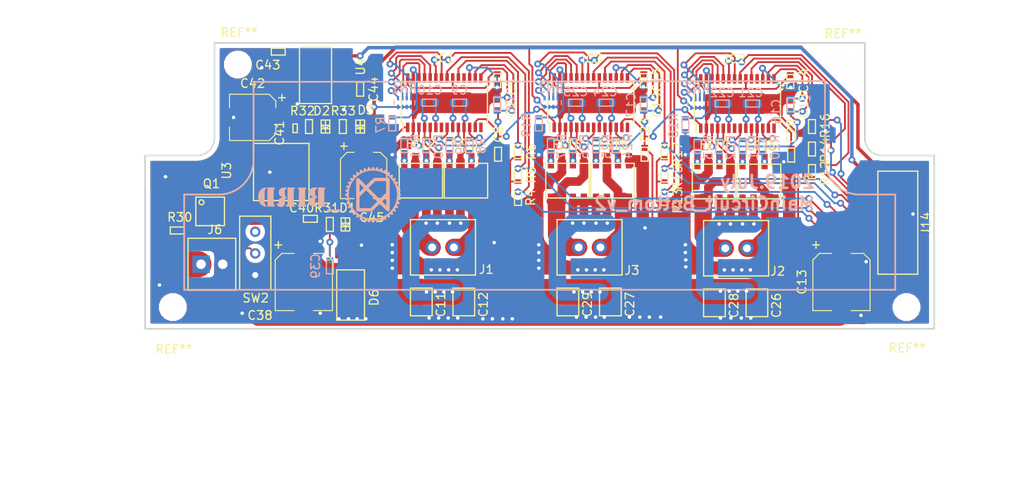
<source format=kicad_pcb>
(kicad_pcb (version 20171130) (host pcbnew "(5.0.0)")
  (layers (0 F.Cu signal) (31 B.Cu signal) (34 B.Paste user) (35 F.Paste user) (36 B.SilkS user) (37 F.SilkS user) (38 B.Mask user) (39 F.Mask user) (44 Edge.Cuts user))
  (net 0 "")
  (net 1 GND)
  (net 2 +3V3)
  (net 3 "Net-(C7-Pad1)")
  (net 4 "Net-(C14-Pad1)")
  (net 5 "Net-(C15-Pad1)")
  (net 6 "Net-(C16-Pad1)")
  (net 7 "Net-(C16-Pad2)")
  (net 8 "Net-(C17-Pad2)")
  (net 9 "Net-(C17-Pad1)")
  (net 10 "Net-(C18-Pad1)")
  (net 11 "Net-(C19-Pad1)")
  (net 12 "Net-(C21-Pad1)")
  (net 13 +BATT)
  (net 14 "Net-(C24-Pad2)")
  (net 15 +5V)
  (net 16 "Net-(D1-Pad2)")
  (net 17 "Net-(D2-Pad2)")
  (net 18 "Net-(D3-Pad2)")
  (net 19 "Net-(FET1-Pad4)")
  (net 20 "Net-(FET1-Pad2)")
  (net 21 "Net-(FET2-Pad2)")
  (net 22 "Net-(FET2-Pad4)")
  (net 23 "Net-(FET3-Pad4)")
  (net 24 "Net-(FET3-Pad2)")
  (net 25 "Net-(FET4-Pad2)")
  (net 26 "Net-(FET4-Pad4)")
  (net 27 "Net-(FET5-Pad4)")
  (net 28 "Net-(FET5-Pad2)")
  (net 29 "Net-(FET6-Pad2)")
  (net 30 "Net-(FET6-Pad4)")
  (net 31 "Net-(IC1-Pad3)")
  (net 32 "Net-(IC1-Pad5)")
  (net 33 "Net-(IC1-Pad7)")
  (net 34 "Net-(IC1-Pad10)")
  (net 35 "Net-(IC1-Pad12)")
  (net 36 "Net-(IC1-Pad14)")
  (net 37 "Net-(IC1-Pad18)")
  (net 38 "Net-(IC1-Pad22)")
  (net 39 "Net-(IC1-Pad24)")
  (net 40 "Net-(IC1-Pad25)")
  (net 41 "Net-(IC1-Pad26)")
  (net 42 "Net-(IC1-Pad27)")
  (net 43 "Net-(IC2-Pad27)")
  (net 44 "Net-(IC2-Pad26)")
  (net 45 "Net-(IC2-Pad25)")
  (net 46 "Net-(IC2-Pad24)")
  (net 47 "Net-(IC2-Pad22)")
  (net 48 "Net-(IC2-Pad18)")
  (net 49 "Net-(IC2-Pad14)")
  (net 50 "Net-(IC2-Pad12)")
  (net 51 "Net-(IC2-Pad10)")
  (net 52 "Net-(IC2-Pad7)")
  (net 53 "Net-(IC2-Pad5)")
  (net 54 "Net-(IC2-Pad3)")
  (net 55 "Net-(IC3-Pad27)")
  (net 56 "Net-(IC3-Pad26)")
  (net 57 "Net-(IC3-Pad25)")
  (net 58 "Net-(IC3-Pad24)")
  (net 59 "Net-(IC3-Pad22)")
  (net 60 "Net-(IC3-Pad18)")
  (net 61 "Net-(IC3-Pad14)")
  (net 62 "Net-(IC3-Pad12)")
  (net 63 "Net-(IC3-Pad10)")
  (net 64 "Net-(IC3-Pad7)")
  (net 65 "Net-(IC3-Pad5)")
  (net 66 "Net-(IC3-Pad3)")
  (net 67 "Net-(Q1-Pad2)")
  (net 68 "Net-(SW2-Pad1)")
  (net 69 "Net-(C24-Pad1)")
  (net 70 "Net-(C5-Pad1)")
  (net 71 "Net-(C6-Pad2)")
  (net 72 "Net-(C6-Pad1)")
  (net 73 "Net-(C9-Pad2)")
  (net 74 "Net-(C9-Pad1)")
  (net 75 "Net-(C10-Pad2)")
  (net 76 "Net-(C21-Pad2)")
  (net 77 "Net-(C22-Pad2)")
  (net 78 "Net-(C25-Pad2)")
  (net 79 DIR_MAXON1_B)
  (net 80 SR_MAXON1_B)
  (net 81 PWM_MAXON1_B)
  (net 82 PWM_MAXON2_B)
  (net 83 SR_MAXON2_B)
  (net 84 DIR_MAXON2_B)
  (net 85 DIR_VCM_B)
  (net 86 SR_VCM_B)
  (net 87 PWM_VCM_B)
  (net 88 "Net-(C10-Pad1)")
  (net 89 "Net-(C22-Pad1)")
  (net 90 "Net-(C25-Pad1)")
  (net 91 "Net-(J6-Pad1)")
  (module EMB:_bird.kicad5_mod (layer B.Cu) (at 125.9 95.6 180)
    (fp_text reference G*** hide)
    (fp_text value LOGO hide)
  )
  (module Footprint:IRF8915 (layer F.Cu) (at 137.95 91.65 270)
    (fp_text reference FET2 (at -1.95 1.95) (layer F.SilkS))
    (fp_text value IRF8915)
    (pad 7 smd rect (at 4.68 1.27 270) (size 1.78 0.72) (layers F.Cu F.Paste F.Mask) (net 13 +BATT))
    (pad 6 smd rect (at 4.68 2.54 270) (size 1.78 0.72) (layers F.Cu F.Paste F.Mask) (net 88 "Net-(C10-Pad1)"))
    (pad 5 smd rect (at 4.68 3.81 270) (size 1.78 0.72) (layers F.Cu F.Paste F.Mask) (net 88 "Net-(C10-Pad1)"))
    (pad 8 smd rect (at 4.68 0 270) (size 1.78 0.72) (layers F.Cu F.Paste F.Mask) (net 13 +BATT))
    (pad 4 smd rect (at 0 3.81 270) (size 1.78 0.72) (layers F.Cu F.Paste F.Mask) (net 22 "Net-(FET2-Pad4)"))
    (pad 3 smd rect (at 0 2.54 270) (size 1.78 0.72) (layers F.Cu F.Paste F.Mask) (net 1 GND))
    (pad 2 smd rect (at 0 1.27 270) (size 1.78 0.72) (layers F.Cu F.Paste F.Mask) (net 21 "Net-(FET2-Pad2)"))
    (pad 1 smd rect (at 0 0 270) (size 1.78 0.72) (layers F.Cu F.Paste F.Mask) (net 88 "Net-(C10-Pad1)"))
  )
  (module Footprint:R_1608_HandSoldering (layer F.Cu) (at 179.55 90.75 270)
    (fp_text reference R12 (at 2.35 -3.125 270) (layer F.SilkS))
    (fp_text value 10k)
    (pad 2 smd rect (at 2.9 -1.6 270) (size 0.5 0.8) (layers F.Cu F.Paste F.Mask) (net 1 GND))
    (pad 1 smd rect (at 1.4 -1.6 270) (size 0.5 0.8) (layers F.Cu F.Paste F.Mask) (net 81 PWM_MAXON1_B))
  )
  (module Footprint:R_1608_HandSoldering (layer F.Cu) (at 162.55 91.15 270)
    (fp_text reference R15 (at 2.45 -3.125 270) (layer F.SilkS))
    (fp_text value 10k)
    (pad 2 smd rect (at 2.9 -1.6 270) (size 0.5 0.8) (layers F.Cu F.Paste F.Mask) (net 1 GND))
    (pad 1 smd rect (at 1.4 -1.6 270) (size 0.5 0.8) (layers F.Cu F.Paste F.Mask) (net 83 SR_MAXON2_B))
  )
  (module Footprint:XA_top_2pin (layer F.Cu) (at 156.75 101.65 180)
    (fp_text reference J3 (at -3.65 -2.65 180) (layer F.SilkS))
    (fp_text value XA)
    (pad 2 thru_hole circle (at 2.5 0 180) (size 1.524 1.524) (drill 0.9) (layers *.Cu *.Mask) (net 90 "Net-(C25-Pad1)"))
    (pad 1 thru_hole circle (at 0 0 180) (size 1.524 1.524) (drill 0.9) (layers *.Cu *.Mask) (net 69 "Net-(C24-Pad1)"))
  )
  (module Capacitors_SMD:CP_Elec_5x5.8 (layer F.Cu) (at 116.65 86.65 180)
    (fp_text reference C42 (at 0 3.92 180) (layer F.SilkS))
    (fp_text value 82u)
    (fp_text user + (at -3.38 2.35 180) (layer F.SilkS))
    (pad 2 smd rect (at 2.2 0) (size 3 1.6) (layers F.Cu F.Paste F.Mask) (net 1 GND))
    (pad 1 smd rect (at -2.2 0) (size 3 1.6) (layers F.Cu F.Paste F.Mask) (net 15 +5V))
  )
  (module Footprint:R_1608_HandSoldering (layer F.Cu) (at 124.75 89.85 90)
    (fp_text reference R32 (at 3.95 -2.35 180) (layer F.SilkS))
    (fp_text value 560)
    (pad 2 smd rect (at 2.9 -1.6 90) (size 0.5 0.8) (layers F.Cu F.Paste F.Mask) (net 17 "Net-(D2-Pad2)"))
    (pad 1 smd rect (at 1.4 -1.6 90) (size 0.5 0.8) (layers F.Cu F.Paste F.Mask) (net 15 +5V))
  )
  (module Footprint:SS12D01G4 (layer F.Cu) (at 116.95 99.85 270)
    (fp_text reference SW2 (at 7.65 -0.05) (layer F.SilkS))
    (fp_text value SS12D01G4)
    (pad 3 thru_hole circle (at 5 0 270) (size 1.2 1.2) (drill 0.7) (layers *.Cu *.Mask) (net 1 GND))
    (pad 2 thru_hole circle (at 2.5 0 270) (size 1.2 1.2) (drill 0.7) (layers *.Cu *.Mask) (net 67 "Net-(Q1-Pad2)"))
    (pad 1 thru_hole circle (at 0 0 270) (size 1.2 1.2) (drill 0.7) (layers *.Cu *.Mask) (net 68 "Net-(SW2-Pad1)"))
  )
  (module Footprint:uPA2815T1S (layer F.Cu) (at 110.45 96.55 270)
    (fp_text reference Q1 (at -2.25 -1.45) (layer F.SilkS))
    (fp_text value μPA2815T1S)
    (pad 3 smd rect (at 2.85 -1.3) (size 0.33 1.2) (layers F.Cu F.Paste F.Mask) (net 13 +BATT))
    (pad 3 smd rect (at -0.95 -1.3) (size 0.33 1.2) (layers F.Cu F.Paste F.Mask) (net 13 +BATT))
    (pad 3 smd rect (at -0.05 -3.4 270) (size 0.33 1.2) (layers F.Cu F.Paste F.Mask) (net 13 +BATT))
    (pad 3 smd rect (at 0.65 -3.4 270) (size 0.33 1.2) (layers F.Cu F.Paste F.Mask) (net 13 +BATT))
    (pad 3 smd rect (at 1.3 -3.4 270) (size 0.33 1.2) (layers F.Cu F.Paste F.Mask) (net 13 +BATT))
    (pad 3 smd rect (at 1.95 -3.4 270) (size 0.33 1.2) (layers F.Cu F.Paste F.Mask) (net 13 +BATT))
    (pad 2 smd rect (at 1.95 0.9 270) (size 0.33 1.3) (layers F.Cu F.Paste F.Mask) (net 67 "Net-(Q1-Pad2)"))
    (pad 1 smd rect (at 1.3 0.9 270) (size 0.33 1.3) (layers F.Cu F.Paste F.Mask) (net 91 "Net-(J6-Pad1)"))
    (pad 1 smd rect (at 0.65 0.9 270) (size 0.33 1.3) (layers F.Cu F.Paste F.Mask) (net 91 "Net-(J6-Pad1)"))
    (pad 1 smd rect (at 0 0.9 270) (size 0.33 1.3) (layers F.Cu F.Paste F.Mask) (net 91 "Net-(J6-Pad1)"))
  )
  (module "Footprint:LED 1608" (layer F.Cu) (at 125.95 89.15 90)
    (fp_text reference D2 (at 3.25 -1.35 180) (layer F.SilkS))
    (fp_text value LED)
    (pad 2 smd rect (at 2.2 -0.9 90) (size 0.8 0.8) (layers F.Cu F.Paste F.Mask) (net 17 "Net-(D2-Pad2)"))
    (pad 1 smd rect (at 0.7 -0.9 90) (size 0.8 0.8) (layers F.Cu F.Paste F.Mask) (net 1 GND))
  )
  (module Footprint:R_1608_HandSoldering (layer F.Cu) (at 127.15 101.15 90)
    (fp_text reference R31 (at 4.05 -1.95 180) (layer F.SilkS))
    (fp_text value 1k)
    (pad 2 smd rect (at 2.9 -1.6 90) (size 0.5 0.8) (layers F.Cu F.Paste F.Mask) (net 16 "Net-(D1-Pad2)"))
    (pad 1 smd rect (at 1.4 -1.6 90) (size 0.5 0.8) (layers F.Cu F.Paste F.Mask) (net 13 +BATT))
  )
  (module Footprint:C_1608_HandSolderring (layer B.Cu) (at 126.45 102.55 270)
    (fp_text reference C39 (at 1.25 2.55 270) (layer B.SilkS) (effects (justify mirror)))
    (fp_text value 1u)
    (pad 1 smd rect (at 0.625 0.9 270) (size 0.7 0.8) (layers B.Cu B.Paste B.Mask) (net 13 +BATT))
    (pad 2 smd rect (at 2.125 0.9 270) (size 0.7 0.8) (layers B.Cu B.Paste B.Mask) (net 1 GND))
  )
  (module Capacitors_SMD:CP_Elec_6.3x5.8 (layer F.Cu) (at 122.55 105.65 270)
    (fp_text reference C38 (at 3.85 5.05) (layer F.SilkS))
    (fp_text value 180u)
    (fp_text user + (at -4.28 3.01 270) (layer F.SilkS))
    (pad 1 smd rect (at -2.7 0 90) (size 3.5 1.6) (layers F.Cu F.Paste F.Mask) (net 13 +BATT))
    (pad 2 smd rect (at 2.7 0 90) (size 3.5 1.6) (layers F.Cu F.Paste F.Mask) (net 1 GND))
  )
  (module Footprint:C_1608_HandSolderring (layer F.Cu) (at 121.95 99.25)
    (fp_text reference C40 (at 0.35 -2.15) (layer F.SilkS))
    (fp_text value 0.39u)
    (pad 1 smd rect (at 0.625 -0.9) (size 0.7 0.8) (layers F.Cu F.Paste F.Mask) (net 13 +BATT))
    (pad 2 smd rect (at 2.125 -0.9) (size 0.7 0.8) (layers F.Cu F.Paste F.Mask) (net 1 GND))
  )
  (module "Footprint:LED 1608" (layer F.Cu) (at 128.25 100.45 90)
    (fp_text reference D1 (at 3.35 -0.65 180) (layer F.SilkS))
    (fp_text value LED)
    (pad 2 smd rect (at 2.2 -0.9 90) (size 0.8 0.8) (layers F.Cu F.Paste F.Mask) (net 16 "Net-(D1-Pad2)"))
    (pad 1 smd rect (at 0.7 -0.9 90) (size 0.8 0.8) (layers F.Cu F.Paste F.Mask) (net 1 GND))
  )
  (module 1SMB5930BT3G:1SMB5930BT3G (layer F.Cu) (at 125.85 103.05 270)
    (fp_text reference D6 (at 4.4 -4.8 270) (layer F.SilkS))
    (fp_text value 1SMB5930BT3G)
    (pad 2 smd rect (at 6.32 -2.1 270) (size 2.159 2.734) (layers F.Cu F.Paste F.Mask) (net 1 GND))
    (pad 1 smd rect (at 1.9 -2.1 270) (size 2.159 2.734) (layers F.Cu F.Paste F.Mask) (net 13 +BATT))
  )
  (module Footprint:ILG_2pin (layer F.Cu) (at 110.7 103.6)
    (fp_text reference J6 (at 1.6 -4) (layer F.SilkS))
    (fp_text value ILG)
    (pad 1 thru_hole rect (at 0 0) (size 2 2) (drill 1.1) (layers *.Cu *.Mask) (net 91 "Net-(J6-Pad1)"))
    (pad 2 thru_hole circle (at 2.5 0) (size 2 2) (drill 1.1) (layers *.Cu *.Mask) (net 1 GND))
  )
  (module Footprint:C_1608_HandSolderring (layer F.Cu) (at 179.6 86.55 90)
    (fp_text reference C18 (at 1.25 0.6 90) (layer F.SilkS))
    (fp_text value 0.22u)
    (pad 1 smd rect (at 0.625 -0.9 90) (size 0.7 0.8) (layers F.Cu F.Paste F.Mask) (net 10 "Net-(C18-Pad1)"))
    (pad 2 smd rect (at 2.125 -0.9 90) (size 0.7 0.8) (layers F.Cu F.Paste F.Mask) (net 1 GND))
  )
  (module Footprint:C_1608_HandSolderring (layer F.Cu) (at 177.85 89.65 270)
    (fp_text reference C20 (at -1.45 -0.95 270) (layer F.SilkS))
    (fp_text value 10u)
    (pad 1 smd rect (at 0.625 -0.9 270) (size 0.7 0.8) (layers F.Cu F.Paste F.Mask) (net 13 +BATT))
    (pad 2 smd rect (at 2.125 -0.9 270) (size 0.7 0.8) (layers F.Cu F.Paste F.Mask) (net 1 GND))
  )
  (module Footprint:C_1608_HandSolderring (layer B.Cu) (at 158.75 85.85 180)
    (fp_text reference C24 (at 1.45 2.15 180) (layer B.SilkS) (effects (justify mirror)))
    (fp_text value 0.22u)
    (pad 1 smd rect (at 0.625 0.9 180) (size 0.7 0.8) (layers B.Cu B.Paste B.Mask) (net 69 "Net-(C24-Pad1)"))
    (pad 2 smd rect (at 2.125 0.9 180) (size 0.7 0.8) (layers B.Cu B.Paste B.Mask) (net 14 "Net-(C24-Pad2)"))
  )
  (module Footprint:C_1608_HandSolderring (layer B.Cu) (at 169.45 84.15)
    (fp_text reference C22 (at 1.35 -0.35) (layer B.SilkS) (effects (justify mirror)))
    (fp_text value 0.22u)
    (pad 1 smd rect (at 0.625 0.9) (size 0.7 0.8) (layers B.Cu B.Paste B.Mask) (net 89 "Net-(C22-Pad1)"))
    (pad 2 smd rect (at 2.125 0.9) (size 0.7 0.8) (layers B.Cu B.Paste B.Mask) (net 77 "Net-(C22-Pad2)"))
  )
  (module Footprint:C_1608_HandSolderring (layer F.Cu) (at 160.95 89.55 270)
    (fp_text reference C23 (at -1.45 -0.95 270) (layer F.SilkS))
    (fp_text value 10u)
    (pad 1 smd rect (at 0.625 -0.9 270) (size 0.7 0.8) (layers F.Cu F.Paste F.Mask) (net 13 +BATT))
    (pad 2 smd rect (at 2.125 -0.9 270) (size 0.7 0.8) (layers F.Cu F.Paste F.Mask) (net 1 GND))
  )
  (module Housings_SSOP:TSSOP-28-1EP_4.4x9.7mm_Pitch0.65mm (layer F.Cu) (at 138.75 84.95 90)
    (fp_text reference IC1 (at 5.15 0.05 180) (layer F.SilkS))
    (fp_text value A3921)
    (pad 1 smd rect (at -2.85 -4.225 90) (size 1.1 0.4) (layers F.Cu F.Paste F.Mask) (net 13 +BATT))
    (pad 2 smd rect (at -2.85 -3.575 90) (size 1.1 0.4) (layers F.Cu F.Paste F.Mask) (net 1 GND))
    (pad 3 smd rect (at -2.85 -2.925 90) (size 1.1 0.4) (layers F.Cu F.Paste F.Mask) (net 31 "Net-(IC1-Pad3)"))
    (pad 4 smd rect (at -2.85 -2.275 90) (size 1.1 0.4) (layers F.Cu F.Paste F.Mask) (net 88 "Net-(C10-Pad1)"))
    (pad 5 smd rect (at -2.85 -1.625 90) (size 1.1 0.4) (layers F.Cu F.Paste F.Mask) (net 32 "Net-(IC1-Pad5)"))
    (pad 6 smd rect (at -2.85 -0.975 90) (size 1.1 0.4) (layers F.Cu F.Paste F.Mask) (net 75 "Net-(C10-Pad2)"))
    (pad 7 smd rect (at -2.85 -0.325 90) (size 1.1 0.4) (layers F.Cu F.Paste F.Mask) (net 33 "Net-(IC1-Pad7)"))
    (pad 8 smd rect (at -2.85 0.325 90) (size 1.1 0.4) (layers F.Cu F.Paste F.Mask) (net 3 "Net-(C7-Pad1)"))
    (pad 9 smd rect (at -2.85 0.975 90) (size 1.1 0.4) (layers F.Cu F.Paste F.Mask) (net 73 "Net-(C9-Pad2)"))
    (pad 10 smd rect (at -2.85 1.625 90) (size 1.1 0.4) (layers F.Cu F.Paste F.Mask) (net 34 "Net-(IC1-Pad10)"))
    (pad 11 smd rect (at -2.85 2.275 90) (size 1.1 0.4) (layers F.Cu F.Paste F.Mask) (net 74 "Net-(C9-Pad1)"))
    (pad 12 smd rect (at -2.85 2.925 90) (size 1.1 0.4) (layers F.Cu F.Paste F.Mask) (net 35 "Net-(IC1-Pad12)"))
    (pad 13 smd rect (at -2.85 3.575 90) (size 1.1 0.4) (layers F.Cu F.Paste F.Mask) (net 13 +BATT))
    (pad 14 smd rect (at -2.85 4.225 90) (size 1.1 0.4) (layers F.Cu F.Paste F.Mask) (net 36 "Net-(IC1-Pad14)"))
    (pad 15 smd rect (at 2.85 4.225 90) (size 1.1 0.4) (layers F.Cu F.Paste F.Mask) (net 72 "Net-(C6-Pad1)"))
    (pad 16 smd rect (at 2.85 3.575 90) (size 1.1 0.4) (layers F.Cu F.Paste F.Mask) (net 71 "Net-(C6-Pad2)"))
    (pad 17 smd rect (at 2.85 2.925 90) (size 1.1 0.4) (layers F.Cu F.Paste F.Mask) (net 1 GND))
    (pad 18 smd rect (at 2.85 2.275 90) (size 1.1 0.4) (layers F.Cu F.Paste F.Mask) (net 37 "Net-(IC1-Pad18)"))
    (pad 19 smd rect (at 2.85 1.625 90) (size 1.1 0.4) (layers F.Cu F.Paste F.Mask) (net 85 DIR_VCM_B))
    (pad 20 smd rect (at 2.85 0.975 90) (size 1.1 0.4) (layers F.Cu F.Paste F.Mask) (net 70 "Net-(C5-Pad1)"))
    (pad 21 smd rect (at 2.85 0.325 90) (size 1.1 0.4) (layers F.Cu F.Paste F.Mask) (net 86 SR_VCM_B))
    (pad 22 smd rect (at 2.85 -0.325 90) (size 1.1 0.4) (layers F.Cu F.Paste F.Mask) (net 38 "Net-(IC1-Pad22)"))
    (pad 23 smd rect (at 2.85 -0.975 90) (size 1.1 0.4) (layers F.Cu F.Paste F.Mask) (net 87 PWM_VCM_B))
    (pad 24 smd rect (at 2.85 -1.625 90) (size 1.1 0.4) (layers F.Cu F.Paste F.Mask) (net 39 "Net-(IC1-Pad24)"))
    (pad 25 smd rect (at 2.85 -2.275 90) (size 1.1 0.4) (layers F.Cu F.Paste F.Mask) (net 40 "Net-(IC1-Pad25)"))
    (pad 26 smd rect (at 2.85 -2.925 90) (size 1.1 0.4) (layers F.Cu F.Paste F.Mask) (net 41 "Net-(IC1-Pad26)"))
    (pad 27 smd rect (at 2.85 -3.575 90) (size 1.1 0.4) (layers F.Cu F.Paste F.Mask) (net 42 "Net-(IC1-Pad27)"))
    (pad 28 smd rect (at 2.85 -4.225 90) (size 1.1 0.4) (layers F.Cu F.Paste F.Mask) (net 70 "Net-(C5-Pad1)"))
    (pad 29 smd rect (at 0.6 2.31375 90) (size 1.2 1.5425) (layers F.Cu F.Paste F.Mask) (net 1 GND))
    (pad 29 smd rect (at 0.6 0.77125 90) (size 1.2 1.5425) (layers F.Cu F.Paste F.Mask) (net 1 GND))
    (pad 29 smd rect (at 0.6 -0.77125 90) (size 1.2 1.5425) (layers F.Cu F.Paste F.Mask) (net 1 GND))
    (pad 29 smd rect (at 0.6 -2.31375 90) (size 1.2 1.5425) (layers F.Cu F.Paste F.Mask) (net 1 GND))
    (pad 29 smd rect (at -0.6 2.31375 90) (size 1.2 1.5425) (layers F.Cu F.Paste F.Mask) (net 1 GND))
    (pad 29 smd rect (at -0.6 0.77125 90) (size 1.2 1.5425) (layers F.Cu F.Paste F.Mask) (net 1 GND))
    (pad 29 smd rect (at -0.6 -0.77125 90) (size 1.2 1.5425) (layers F.Cu F.Paste F.Mask) (net 1 GND))
    (pad 29 smd rect (at -0.6 -2.31375 90) (size 1.2 1.5425) (layers F.Cu F.Paste F.Mask) (net 1 GND))
  )
  (module Footprint:IRF8915 (layer F.Cu) (at 143.15 91.65 270)
    (fp_text reference FET1 (at -1.95 1.95) (layer F.SilkS))
    (fp_text value IRF8915)
    (pad 7 smd rect (at 4.68 1.27 270) (size 1.78 0.72) (layers F.Cu F.Paste F.Mask) (net 74 "Net-(C9-Pad1)"))
    (pad 6 smd rect (at 4.68 2.54 270) (size 1.78 0.72) (layers F.Cu F.Paste F.Mask) (net 13 +BATT))
    (pad 5 smd rect (at 4.68 3.81 270) (size 1.78 0.72) (layers F.Cu F.Paste F.Mask) (net 13 +BATT))
    (pad 8 smd rect (at 4.68 0 270) (size 1.78 0.72) (layers F.Cu F.Paste F.Mask) (net 74 "Net-(C9-Pad1)"))
    (pad 4 smd rect (at 0 3.81 270) (size 1.78 0.72) (layers F.Cu F.Paste F.Mask) (net 19 "Net-(FET1-Pad4)"))
    (pad 3 smd rect (at 0 2.54 270) (size 1.78 0.72) (layers F.Cu F.Paste F.Mask) (net 74 "Net-(C9-Pad1)"))
    (pad 2 smd rect (at 0 1.27 270) (size 1.78 0.72) (layers F.Cu F.Paste F.Mask) (net 20 "Net-(FET1-Pad2)"))
    (pad 1 smd rect (at 0 0 270) (size 1.78 0.72) (layers F.Cu F.Paste F.Mask) (net 1 GND))
  )
  (module Footprint:C_1608_HandSolderring (layer F.Cu) (at 177.75 81.15 270)
    (fp_text reference C14 (at 1.25 -2.45 270) (layer F.SilkS))
    (fp_text value 0.1u)
    (pad 1 smd rect (at 0.625 -0.9 270) (size 0.7 0.8) (layers F.Cu F.Paste F.Mask) (net 4 "Net-(C14-Pad1)"))
    (pad 2 smd rect (at 2.125 -0.9 270) (size 0.7 0.8) (layers F.Cu F.Paste F.Mask) (net 1 GND))
  )
  (module Footprint:C_1608_HandSolderring (layer B.Cu) (at 179.55 83.85 270)
    (fp_text reference C16 (at 2.125 2.525 270) (layer B.SilkS) (effects (justify mirror)))
    (fp_text value 470n)
    (pad 1 smd rect (at 0.625 0.9 270) (size 0.7 0.8) (layers B.Cu B.Paste B.Mask) (net 6 "Net-(C16-Pad1)"))
    (pad 2 smd rect (at 2.125 0.9 270) (size 0.7 0.8) (layers B.Cu B.Paste B.Mask) (net 7 "Net-(C16-Pad2)"))
  )
  (module Footprint:R_1608_HandSoldering (layer B.Cu) (at 168.15 85.35 270)
    (fp_text reference R18 (at 2.25 2.95 270) (layer B.SilkS) (effects (justify mirror)))
    (fp_text value 3k)
    (pad 2 smd rect (at 2.9 1.6 270) (size 0.5 0.8) (layers B.Cu B.Paste B.Mask) (net 1 GND))
    (pad 1 smd rect (at 1.4 1.6 270) (size 0.5 0.8) (layers B.Cu B.Paste B.Mask) (net 43 "Net-(IC2-Pad27)"))
  )
  (module Footprint:R_1608_HandSoldering (layer F.Cu) (at 145.65 88.45 270)
    (fp_text reference R6 (at 2.15 -3.125 270) (layer F.SilkS))
    (fp_text value 10k)
    (pad 2 smd rect (at 2.9 -1.6 270) (size 0.5 0.8) (layers F.Cu F.Paste F.Mask) (net 1 GND))
    (pad 1 smd rect (at 1.4 -1.6 270) (size 0.5 0.8) (layers F.Cu F.Paste F.Mask) (net 85 DIR_VCM_B))
  )
  (module Footprint:R_1608_HandSoldering (layer B.Cu) (at 135.05 92.05 90)
    (fp_text reference R10 (at 2.05 3.05 90) (layer B.SilkS) (effects (justify mirror)))
    (fp_text value 75)
    (pad 2 smd rect (at 2.9 1.6 90) (size 0.5 0.8) (layers B.Cu B.Paste B.Mask) (net 32 "Net-(IC1-Pad5)"))
    (pad 1 smd rect (at 1.4 1.6 90) (size 0.5 0.8) (layers B.Cu B.Paste B.Mask) (net 21 "Net-(FET2-Pad2)"))
  )
  (module Footprint:R_1608_HandSoldering (layer B.Cu) (at 151.25 85.25 270)
    (fp_text reference R19 (at 2.25 3.05 270) (layer B.SilkS) (effects (justify mirror)))
    (fp_text value 3k)
    (pad 2 smd rect (at 2.9 1.6 270) (size 0.5 0.8) (layers B.Cu B.Paste B.Mask) (net 1 GND))
    (pad 1 smd rect (at 1.4 1.6 270) (size 0.5 0.8) (layers B.Cu B.Paste B.Mask) (net 55 "Net-(IC3-Pad27)"))
  )
  (module Footprint:R_1608_HandSoldering (layer B.Cu) (at 171.55 92.15 90)
    (fp_text reference R21 (at 2.05 2.85 90) (layer B.SilkS) (effects (justify mirror)))
    (fp_text value 75)
    (pad 2 smd rect (at 2.9 1.6 90) (size 0.5 0.8) (layers B.Cu B.Paste B.Mask) (net 51 "Net-(IC2-Pad10)"))
    (pad 1 smd rect (at 1.4 1.6 90) (size 0.5 0.8) (layers B.Cu B.Paste B.Mask) (net 23 "Net-(FET3-Pad4)"))
  )
  (module Footprint:R_1608_HandSoldering (layer B.Cu) (at 140.05 92.05 90)
    (fp_text reference R8 (at 2.15 2.95 90) (layer B.SilkS) (effects (justify mirror)))
    (fp_text value 75)
    (pad 2 smd rect (at 2.9 1.6 90) (size 0.5 0.8) (layers B.Cu B.Paste B.Mask) (net 35 "Net-(IC1-Pad12)"))
    (pad 1 smd rect (at 1.4 1.6 90) (size 0.5 0.8) (layers B.Cu B.Paste B.Mask) (net 20 "Net-(FET1-Pad2)"))
  )
  (module Footprint:R_1608_HandSoldering (layer B.Cu) (at 173.85 92.15 90)
    (fp_text reference R20 (at 2.05 3.05 90) (layer B.SilkS) (effects (justify mirror)))
    (fp_text value 75)
    (pad 2 smd rect (at 2.9 1.6 90) (size 0.5 0.8) (layers B.Cu B.Paste B.Mask) (net 50 "Net-(IC2-Pad12)"))
    (pad 1 smd rect (at 1.4 1.6 90) (size 0.5 0.8) (layers B.Cu B.Paste B.Mask) (net 24 "Net-(FET3-Pad2)"))
  )
  (module Footprint:my_RN (layer B.Cu) (at 134.05 84.95 270)
    (fp_text reference RN1 (at -1.65 -0.05) (layer B.SilkS) (effects (justify mirror)))
    (fp_text value 10k)
    (pad 2 smd rect (at -0.51 0.13 270) (size 0.5 0.25) (layers B.Cu B.Paste B.Mask) (net 40 "Net-(IC1-Pad25)"))
    (pad 3 smd rect (at -0.51 -0.37 270) (size 0.5 0.25) (layers B.Cu B.Paste B.Mask) (net 39 "Net-(IC1-Pad24)"))
    (pad 6 smd rect (at 0.49 -0.37 270) (size 0.5 0.25) (layers B.Cu B.Paste B.Mask) (net 2 +3V3))
    (pad 7 smd rect (at 0.49 0.13 270) (size 0.5 0.25) (layers B.Cu B.Paste B.Mask) (net 2 +3V3))
    (pad 5 smd rect (at 0.49 -0.87 270) (size 0.5 0.25) (layers B.Cu B.Paste B.Mask) (net 2 +3V3))
    (pad 1 smd rect (at -0.51 0.63 270) (size 0.5 0.25) (layers B.Cu B.Paste B.Mask) (net 41 "Net-(IC1-Pad26)"))
    (pad 8 smd rect (at 0.49 0.63 270) (size 0.5 0.25) (layers B.Cu B.Paste B.Mask) (net 2 +3V3))
    (pad 4 smd rect (at -0.51 -0.87 270) (size 0.5 0.25) (layers B.Cu B.Paste B.Mask) (net 38 "Net-(IC1-Pad22)"))
  )
  (module Footprint:C_1608_HandSolderring (layer F.Cu) (at 120.95 78.15 180)
    (fp_text reference C43 (at 2.55 -2.45 180) (layer F.SilkS))
    (fp_text value 1u)
    (pad 1 smd rect (at 0.625 -0.9 180) (size 0.7 0.8) (layers F.Cu F.Paste F.Mask) (net 15 +5V))
    (pad 2 smd rect (at 2.125 -0.9 180) (size 0.7 0.8) (layers F.Cu F.Paste F.Mask) (net 1 GND))
  )
  (module Footprint:NJM2845DL1 (layer F.Cu) (at 124.75 95.25 90)
    (fp_text reference U3 (at 2.45 -11.1 90) (layer F.SilkS))
    (fp_text value NJM2845)
    (pad 2 smd rect (at 2.28 -6.12 90) (size 5.5 7) (layers F.Cu F.Paste F.Mask) (net 1 GND))
    (pad 3 smd rect (at 4.56 0 90) (size 1.2 3.2) (layers F.Cu F.Paste F.Mask) (net 15 +5V))
    (pad 1 smd rect (at 0 0 90) (size 1.2 3.2) (layers F.Cu F.Paste F.Mask) (net 13 +BATT))
  )
  (module Mounting_Holes:MountingHole_2.2mm_M2_ISO14580 (layer F.Cu) (at 114.95 80.55)
    (fp_text reference REF** (at 0.14 -3.71) (layer F.SilkS))
    (fp_text value MountingHole_2.2mm_M2_ISO14580)
    (pad 1 np_thru_hole circle (at 0 0) (size 2.2 2.2) (drill 2.2) (layers *.Cu *.Mask))
  )
  (module Mounting_Holes:MountingHole_2.2mm_M2_ISO14580 (layer F.Cu) (at 184.55 80.55)
    (fp_text reference REF** (at 0.2 -3.58) (layer F.SilkS))
    (fp_text value MountingHole_2.2mm_M2_ISO14580)
    (pad 1 np_thru_hole circle (at 0 0) (size 2.2 2.2) (drill 2.2) (layers *.Cu *.Mask))
  )
  (module Mounting_Holes:MountingHole_2.2mm_M2_ISO14580 (layer F.Cu) (at 192.05 108.55)
    (fp_text reference REF** (at 0.08 4.71) (layer F.SilkS))
    (fp_text value MountingHole_2.2mm_M2_ISO14580)
    (pad 1 np_thru_hole circle (at 0 0) (size 2.2 2.2) (drill 2.2) (layers *.Cu *.Mask))
  )
  (module Mounting_Holes:MountingHole_2.2mm_M2_ISO14580 (layer F.Cu) (at 107.45 108.55)
    (fp_text reference REF** (at 0.12 4.85) (layer F.SilkS))
    (fp_text value MountingHole_2.2mm_M2_ISO14580)
    (pad 1 np_thru_hole circle (at 0 0) (size 2.2 2.2) (drill 2.2) (layers *.Cu *.Mask))
  )
  (module Footprint:c_1005 (layer F.Cu) (at 121.55 87.35 270)
    (fp_text reference C41 (at 1.1 1.8 270) (layer F.SilkS))
    (fp_text value 2.2u)
    (pad 2 smd rect (at 1.1 0 270) (size 0.5 0.7) (layers F.Cu F.Paste F.Mask) (net 1 GND))
    (pad 1 smd rect (at 0 0 270) (size 0.5 0.7) (layers F.Cu F.Paste F.Mask) (net 15 +5V))
  )
  (module Footprint:C_1608_HandSolderring (layer F.Cu) (at 128.15 82.05 270)
    (fp_text reference C44 (at 1.35 -2.45 270) (layer F.SilkS))
    (fp_text value 1u)
    (pad 1 smd rect (at 0.625 -0.9 270) (size 0.7 0.8) (layers F.Cu F.Paste F.Mask) (net 2 +3V3))
    (pad 2 smd rect (at 2.125 -0.9 270) (size 0.7 0.8) (layers F.Cu F.Paste F.Mask) (net 1 GND))
  )
  (module Capacitors_SMD:CP_Elec_5x5.8 (layer F.Cu) (at 129.45 93.35 270)
    (fp_text reference C45 (at 4.85 -0.95) (layer F.SilkS))
    (fp_text value 82u)
    (fp_text user + (at -3.38 2.35 270) (layer F.SilkS))
    (pad 1 smd rect (at -2.2 0 90) (size 3 1.6) (layers F.Cu F.Paste F.Mask) (net 2 +3V3))
    (pad 2 smd rect (at 2.2 0 90) (size 3 1.6) (layers F.Cu F.Paste F.Mask) (net 1 GND))
  )
  (module "Footprint:LED 1608" (layer F.Cu) (at 129.95 89.15 90)
    (fp_text reference D3 (at 3.35 -0.25 180) (layer F.SilkS))
    (fp_text value LED)
    (pad 2 smd rect (at 2.2 -0.9 90) (size 0.8 0.8) (layers F.Cu F.Paste F.Mask) (net 18 "Net-(D3-Pad2)"))
    (pad 1 smd rect (at 0.7 -0.9 90) (size 0.8 0.8) (layers F.Cu F.Paste F.Mask) (net 1 GND))
  )
  (module Footprint:R_1608_HandSoldering (layer F.Cu) (at 105.8 101.3)
    (fp_text reference R30 (at 2.45 -3.125) (layer F.SilkS))
    (fp_text value 12K)
    (pad 2 smd rect (at 2.9 -1.6) (size 0.5 0.8) (layers F.Cu F.Paste F.Mask) (net 67 "Net-(Q1-Pad2)"))
    (pad 1 smd rect (at 1.4 -1.6) (size 0.5 0.8) (layers F.Cu F.Paste F.Mask) (net 91 "Net-(J6-Pad1)"))
  )
  (module Footprint:R_1608_HandSoldering (layer F.Cu) (at 128.65 89.85 90)
    (fp_text reference R33 (at 3.95 -1.55 180) (layer F.SilkS))
    (fp_text value 270)
    (pad 2 smd rect (at 2.9 -1.6 90) (size 0.5 0.8) (layers F.Cu F.Paste F.Mask) (net 18 "Net-(D3-Pad2)"))
    (pad 1 smd rect (at 1.4 -1.6 90) (size 0.5 0.8) (layers F.Cu F.Paste F.Mask) (net 2 +3V3))
  )
  (module Footprint:SOT-223 (layer F.Cu) (at 120.85 81.85 90)
    (fp_text reference U4 (at 1.05 8.25 90) (layer F.SilkS))
    (fp_text value ADP3338)
    (pad 1 smd rect (at -2.3 6.3 90) (size 1 1.5) (layers F.Cu F.Paste F.Mask) (net 1 GND))
    (pad 3 smd rect (at 2.3 6.3 90) (size 1 1.5) (layers F.Cu F.Paste F.Mask) (net 15 +5V))
    (pad 2 smd rect (at 0 6.3 90) (size 1 1.5) (layers F.Cu F.Paste F.Mask) (net 2 +3V3))
    (pad 2 smd rect (at 0 0 90) (size 3.3 1.5) (layers F.Cu F.Paste F.Mask) (net 2 +3V3))
  )
  (module Footprint:C_1608_HandSolderring (layer F.Cu) (at 143.95 81.05 270)
    (fp_text reference C5 (at 2.125 -2.525 270) (layer F.SilkS))
    (fp_text value 0.1u)
    (pad 1 smd rect (at 0.625 -0.9 270) (size 0.7 0.8) (layers F.Cu F.Paste F.Mask) (net 70 "Net-(C5-Pad1)"))
    (pad 2 smd rect (at 2.125 -0.9 270) (size 0.7 0.8) (layers F.Cu F.Paste F.Mask) (net 1 GND))
  )
  (module Footprint:C_1608_HandSolderring (layer B.Cu) (at 145.75 83.75 270)
    (fp_text reference C6 (at 1.45 -0.65 270) (layer B.SilkS) (effects (justify mirror)))
    (fp_text value 470n)
    (pad 2 smd rect (at 2.125 0.9 270) (size 0.7 0.8) (layers B.Cu B.Paste B.Mask) (net 71 "Net-(C6-Pad2)"))
    (pad 1 smd rect (at 0.625 0.9 270) (size 0.7 0.8) (layers B.Cu B.Paste B.Mask) (net 72 "Net-(C6-Pad1)"))
  )
  (module Footprint:C_1608_HandSolderring (layer F.Cu) (at 145.75 86.45 90)
    (fp_text reference C7 (at 0.75 0.75 90) (layer F.SilkS))
    (fp_text value 0.22u)
    (pad 2 smd rect (at 2.125 -0.9 90) (size 0.7 0.8) (layers F.Cu F.Paste F.Mask) (net 1 GND))
    (pad 1 smd rect (at 0.625 -0.9 90) (size 0.7 0.8) (layers F.Cu F.Paste F.Mask) (net 3 "Net-(C7-Pad1)"))
  )
  (module Footprint:C_1608_HandSolderring (layer F.Cu) (at 144.05 89.55 270)
    (fp_text reference C8 (at -0.95 -0.95 270) (layer F.SilkS))
    (fp_text value 10u)
    (pad 1 smd rect (at 0.625 -0.9 270) (size 0.7 0.8) (layers F.Cu F.Paste F.Mask) (net 13 +BATT))
    (pad 2 smd rect (at 2.125 -0.9 270) (size 0.7 0.8) (layers F.Cu F.Paste F.Mask) (net 1 GND))
  )
  (module Footprint:C_1608_HandSolderring (layer B.Cu) (at 141.85 85.85 180)
    (fp_text reference C9 (at 1.35 2.35 180) (layer B.SilkS) (effects (justify mirror)))
    (fp_text value 0.22u)
    (pad 2 smd rect (at 2.125 0.9 180) (size 0.7 0.8) (layers B.Cu B.Paste B.Mask) (net 73 "Net-(C9-Pad2)"))
    (pad 1 smd rect (at 0.625 0.9 180) (size 0.7 0.8) (layers B.Cu B.Paste B.Mask) (net 74 "Net-(C9-Pad1)"))
  )
  (module Footprint:C_1608_HandSolderring (layer B.Cu) (at 135.65 84.05)
    (fp_text reference C10 (at 1.45 -0.55) (layer B.SilkS) (effects (justify mirror)))
    (fp_text value 0.22u)
    (pad 1 smd rect (at 0.625 0.9) (size 0.7 0.8) (layers B.Cu B.Paste B.Mask) (net 88 "Net-(C10-Pad1)"))
    (pad 2 smd rect (at 2.125 0.9) (size 0.7 0.8) (layers B.Cu B.Paste B.Mask) (net 75 "Net-(C10-Pad2)"))
  )
  (module Footprint:c_3225 (layer F.Cu) (at 136.15 106.15 270)
    (fp_text reference C11 (at 2.1 -2.2 270) (layer F.SilkS))
    (fp_text value 47u)
    (pad 2 smd rect (at 3.6 0 270) (size 1.2 2) (layers F.Cu F.Paste F.Mask) (net 1 GND))
    (pad 1 smd rect (at 0 0 270) (size 1.2 2) (layers F.Cu F.Paste F.Mask) (net 13 +BATT))
  )
  (module Footprint:c_3225 (layer F.Cu) (at 141.05 106.15 270)
    (fp_text reference C12 (at 2.1 -2.2 270) (layer F.SilkS))
    (fp_text value 47u)
    (pad 1 smd rect (at 0 0 270) (size 1.2 2) (layers F.Cu F.Paste F.Mask) (net 13 +BATT))
    (pad 2 smd rect (at 3.6 0 270) (size 1.2 2) (layers F.Cu F.Paste F.Mask) (net 1 GND))
  )
  (module Capacitors_SMD:CP_Elec_6.3x5.8 (layer F.Cu) (at 184.55 105.65 270)
    (fp_text reference C13 (at 0 4.56 270) (layer F.SilkS))
    (fp_text value 180u)
    (fp_text user + (at -4.28 3.01 270) (layer F.SilkS))
    (pad 2 smd rect (at 2.7 0 90) (size 3.5 1.6) (layers F.Cu F.Paste F.Mask) (net 1 GND))
    (pad 1 smd rect (at -2.7 0 90) (size 3.5 1.6) (layers F.Cu F.Paste F.Mask) (net 13 +BATT))
  )
  (module Footprint:C_1608_HandSolderring (layer F.Cu) (at 160.85 81.05 270)
    (fp_text reference C15 (at 1.25 -2.45 270) (layer F.SilkS))
    (fp_text value 0.1u)
    (pad 2 smd rect (at 2.125 -0.9 270) (size 0.7 0.8) (layers F.Cu F.Paste F.Mask) (net 1 GND))
    (pad 1 smd rect (at 0.625 -0.9 270) (size 0.7 0.8) (layers F.Cu F.Paste F.Mask) (net 5 "Net-(C15-Pad1)"))
  )
  (module Footprint:C_1608_HandSolderring (layer B.Cu) (at 162.65 83.75 270)
    (fp_text reference C17 (at 1.45 2.35 270) (layer B.SilkS) (effects (justify mirror)))
    (fp_text value 470n)
    (pad 1 smd rect (at 0.625 0.9 270) (size 0.7 0.8) (layers B.Cu B.Paste B.Mask) (net 9 "Net-(C17-Pad1)"))
    (pad 2 smd rect (at 2.125 0.9 270) (size 0.7 0.8) (layers B.Cu B.Paste B.Mask) (net 8 "Net-(C17-Pad2)"))
  )
  (module Footprint:C_1608_HandSolderring (layer F.Cu) (at 162.65 86.45 90)
    (fp_text reference C19 (at 1.25 0.65 90) (layer F.SilkS))
    (fp_text value 0.22u)
    (pad 1 smd rect (at 0.625 -0.9 90) (size 0.7 0.8) (layers F.Cu F.Paste F.Mask) (net 11 "Net-(C19-Pad1)"))
    (pad 2 smd rect (at 2.125 -0.9 90) (size 0.7 0.8) (layers F.Cu F.Paste F.Mask) (net 1 GND))
  )
  (module Footprint:C_1608_HandSolderring (layer B.Cu) (at 175.65 85.95 180)
    (fp_text reference C21 (at 1.55 2.15 180) (layer B.SilkS) (effects (justify mirror)))
    (fp_text value 0.22u)
    (pad 2 smd rect (at 2.125 0.9 180) (size 0.7 0.8) (layers B.Cu B.Paste B.Mask) (net 76 "Net-(C21-Pad2)"))
    (pad 1 smd rect (at 0.625 0.9 180) (size 0.7 0.8) (layers B.Cu B.Paste B.Mask) (net 12 "Net-(C21-Pad1)"))
  )
  (module Footprint:C_1608_HandSolderring (layer B.Cu) (at 152.55 84.05)
    (fp_text reference C25 (at 1.35 -0.35) (layer B.SilkS) (effects (justify mirror)))
    (fp_text value 0.22u)
    (pad 1 smd rect (at 0.625 0.9) (size 0.7 0.8) (layers B.Cu B.Paste B.Mask) (net 90 "Net-(C25-Pad1)"))
    (pad 2 smd rect (at 2.125 0.9) (size 0.7 0.8) (layers B.Cu B.Paste B.Mask) (net 78 "Net-(C25-Pad2)"))
  )
  (module Footprint:c_3225 (layer F.Cu) (at 174.85 106.25 270)
    (fp_text reference C26 (at 2.1 -2.2 270) (layer F.SilkS))
    (fp_text value 47u)
    (pad 1 smd rect (at 0 0 270) (size 1.2 2) (layers F.Cu F.Paste F.Mask) (net 13 +BATT))
    (pad 2 smd rect (at 3.6 0 270) (size 1.2 2) (layers F.Cu F.Paste F.Mask) (net 1 GND))
  )
  (module Footprint:c_3225 (layer F.Cu) (at 157.95 106.15 270)
    (fp_text reference C27 (at 2.1 -2.2 270) (layer F.SilkS))
    (fp_text value 47u)
    (pad 1 smd rect (at 0 0 270) (size 1.2 2) (layers F.Cu F.Paste F.Mask) (net 13 +BATT))
    (pad 2 smd rect (at 3.6 0 270) (size 1.2 2) (layers F.Cu F.Paste F.Mask) (net 1 GND))
  )
  (module Footprint:c_3225 (layer F.Cu) (at 169.95 106.25 270)
    (fp_text reference C28 (at 2.1 -2.2 270) (layer F.SilkS))
    (fp_text value 47u)
    (pad 2 smd rect (at 3.6 0 270) (size 1.2 2) (layers F.Cu F.Paste F.Mask) (net 1 GND))
    (pad 1 smd rect (at 0 0 270) (size 1.2 2) (layers F.Cu F.Paste F.Mask) (net 13 +BATT))
  )
  (module Footprint:c_3225 (layer F.Cu) (at 153.05 106.15 270)
    (fp_text reference C29 (at 2.1 -2.2 270) (layer F.SilkS))
    (fp_text value 47u)
    (pad 2 smd rect (at 3.6 0 270) (size 1.2 2) (layers F.Cu F.Paste F.Mask) (net 1 GND))
    (pad 1 smd rect (at 0 0 270) (size 1.2 2) (layers F.Cu F.Paste F.Mask) (net 13 +BATT))
  )
  (module Footprint:IRF8915 (layer F.Cu) (at 176.95 91.75 270)
    (fp_text reference FET3 (at -1.85 1.75) (layer F.SilkS))
    (fp_text value IRF8915)
    (pad 7 smd rect (at 4.68 1.27 270) (size 1.78 0.72) (layers F.Cu F.Paste F.Mask) (net 12 "Net-(C21-Pad1)"))
    (pad 6 smd rect (at 4.68 2.54 270) (size 1.78 0.72) (layers F.Cu F.Paste F.Mask) (net 13 +BATT))
    (pad 5 smd rect (at 4.68 3.81 270) (size 1.78 0.72) (layers F.Cu F.Paste F.Mask) (net 13 +BATT))
    (pad 8 smd rect (at 4.68 0 270) (size 1.78 0.72) (layers F.Cu F.Paste F.Mask) (net 12 "Net-(C21-Pad1)"))
    (pad 4 smd rect (at 0 3.81 270) (size 1.78 0.72) (layers F.Cu F.Paste F.Mask) (net 23 "Net-(FET3-Pad4)"))
    (pad 3 smd rect (at 0 2.54 270) (size 1.78 0.72) (layers F.Cu F.Paste F.Mask) (net 12 "Net-(C21-Pad1)"))
    (pad 2 smd rect (at 0 1.27 270) (size 1.78 0.72) (layers F.Cu F.Paste F.Mask) (net 24 "Net-(FET3-Pad2)"))
    (pad 1 smd rect (at 0 0 270) (size 1.78 0.72) (layers F.Cu F.Paste F.Mask) (net 1 GND))
  )
  (module Footprint:IRF8915 (layer F.Cu) (at 171.75 91.75 270)
    (fp_text reference FET4 (at -1.95 1.85) (layer F.SilkS))
    (fp_text value IRF8915)
    (pad 1 smd rect (at 0 0 270) (size 1.78 0.72) (layers F.Cu F.Paste F.Mask) (net 89 "Net-(C22-Pad1)"))
    (pad 2 smd rect (at 0 1.27 270) (size 1.78 0.72) (layers F.Cu F.Paste F.Mask) (net 25 "Net-(FET4-Pad2)"))
    (pad 3 smd rect (at 0 2.54 270) (size 1.78 0.72) (layers F.Cu F.Paste F.Mask) (net 1 GND))
    (pad 4 smd rect (at 0 3.81 270) (size 1.78 0.72) (layers F.Cu F.Paste F.Mask) (net 26 "Net-(FET4-Pad4)"))
    (pad 8 smd rect (at 4.68 0 270) (size 1.78 0.72) (layers F.Cu F.Paste F.Mask) (net 13 +BATT))
    (pad 5 smd rect (at 4.68 3.81 270) (size 1.78 0.72) (layers F.Cu F.Paste F.Mask) (net 89 "Net-(C22-Pad1)"))
    (pad 6 smd rect (at 4.68 2.54 270) (size 1.78 0.72) (layers F.Cu F.Paste F.Mask) (net 89 "Net-(C22-Pad1)"))
    (pad 7 smd rect (at 4.68 1.27 270) (size 1.78 0.72) (layers F.Cu F.Paste F.Mask) (net 13 +BATT))
  )
  (module Footprint:IRF8915 (layer F.Cu) (at 160.05 91.65 270)
    (fp_text reference FET5 (at -1.85 1.85) (layer F.SilkS))
    (fp_text value IRF8915)
    (pad 1 smd rect (at 0 0 270) (size 1.78 0.72) (layers F.Cu F.Paste F.Mask) (net 1 GND))
    (pad 2 smd rect (at 0 1.27 270) (size 1.78 0.72) (layers F.Cu F.Paste F.Mask) (net 28 "Net-(FET5-Pad2)"))
    (pad 3 smd rect (at 0 2.54 270) (size 1.78 0.72) (layers F.Cu F.Paste F.Mask) (net 69 "Net-(C24-Pad1)"))
    (pad 4 smd rect (at 0 3.81 270) (size 1.78 0.72) (layers F.Cu F.Paste F.Mask) (net 27 "Net-(FET5-Pad4)"))
    (pad 8 smd rect (at 4.68 0 270) (size 1.78 0.72) (layers F.Cu F.Paste F.Mask) (net 69 "Net-(C24-Pad1)"))
    (pad 5 smd rect (at 4.68 3.81 270) (size 1.78 0.72) (layers F.Cu F.Paste F.Mask) (net 13 +BATT))
    (pad 6 smd rect (at 4.68 2.54 270) (size 1.78 0.72) (layers F.Cu F.Paste F.Mask) (net 13 +BATT))
    (pad 7 smd rect (at 4.68 1.27 270) (size 1.78 0.72) (layers F.Cu F.Paste F.Mask) (net 69 "Net-(C24-Pad1)"))
  )
  (module Footprint:IRF8915 (layer F.Cu) (at 154.85 91.65 270)
    (fp_text reference FET6 (at -1.85 1.95) (layer F.SilkS))
    (fp_text value IRF8915)
    (pad 7 smd rect (at 4.68 1.27 270) (size 1.78 0.72) (layers F.Cu F.Paste F.Mask) (net 13 +BATT))
    (pad 6 smd rect (at 4.68 2.54 270) (size 1.78 0.72) (layers F.Cu F.Paste F.Mask) (net 90 "Net-(C25-Pad1)"))
    (pad 5 smd rect (at 4.68 3.81 270) (size 1.78 0.72) (layers F.Cu F.Paste F.Mask) (net 90 "Net-(C25-Pad1)"))
    (pad 8 smd rect (at 4.68 0 270) (size 1.78 0.72) (layers F.Cu F.Paste F.Mask) (net 13 +BATT))
    (pad 4 smd rect (at 0 3.81 270) (size 1.78 0.72) (layers F.Cu F.Paste F.Mask) (net 30 "Net-(FET6-Pad4)"))
    (pad 3 smd rect (at 0 2.54 270) (size 1.78 0.72) (layers F.Cu F.Paste F.Mask) (net 1 GND))
    (pad 2 smd rect (at 0 1.27 270) (size 1.78 0.72) (layers F.Cu F.Paste F.Mask) (net 29 "Net-(FET6-Pad2)"))
    (pad 1 smd rect (at 0 0 270) (size 1.78 0.72) (layers F.Cu F.Paste F.Mask) (net 90 "Net-(C25-Pad1)"))
  )
  (module Housings_SSOP:TSSOP-28-1EP_4.4x9.7mm_Pitch0.65mm (layer F.Cu) (at 172.55 85.05 90)
    (fp_text reference IC2 (at 5.15 -0.25 180) (layer F.SilkS))
    (fp_text value A3921)
    (pad 1 smd rect (at -2.85 -4.225 90) (size 1.1 0.4) (layers F.Cu F.Paste F.Mask) (net 13 +BATT))
    (pad 2 smd rect (at -2.85 -3.575 90) (size 1.1 0.4) (layers F.Cu F.Paste F.Mask) (net 1 GND))
    (pad 3 smd rect (at -2.85 -2.925 90) (size 1.1 0.4) (layers F.Cu F.Paste F.Mask) (net 54 "Net-(IC2-Pad3)"))
    (pad 4 smd rect (at -2.85 -2.275 90) (size 1.1 0.4) (layers F.Cu F.Paste F.Mask) (net 89 "Net-(C22-Pad1)"))
    (pad 5 smd rect (at -2.85 -1.625 90) (size 1.1 0.4) (layers F.Cu F.Paste F.Mask) (net 53 "Net-(IC2-Pad5)"))
    (pad 6 smd rect (at -2.85 -0.975 90) (size 1.1 0.4) (layers F.Cu F.Paste F.Mask) (net 77 "Net-(C22-Pad2)"))
    (pad 7 smd rect (at -2.85 -0.325 90) (size 1.1 0.4) (layers F.Cu F.Paste F.Mask) (net 52 "Net-(IC2-Pad7)"))
    (pad 8 smd rect (at -2.85 0.325 90) (size 1.1 0.4) (layers F.Cu F.Paste F.Mask) (net 10 "Net-(C18-Pad1)"))
    (pad 9 smd rect (at -2.85 0.975 90) (size 1.1 0.4) (layers F.Cu F.Paste F.Mask) (net 76 "Net-(C21-Pad2)"))
    (pad 10 smd rect (at -2.85 1.625 90) (size 1.1 0.4) (layers F.Cu F.Paste F.Mask) (net 51 "Net-(IC2-Pad10)"))
    (pad 11 smd rect (at -2.85 2.275 90) (size 1.1 0.4) (layers F.Cu F.Paste F.Mask) (net 12 "Net-(C21-Pad1)"))
    (pad 12 smd rect (at -2.85 2.925 90) (size 1.1 0.4) (layers F.Cu F.Paste F.Mask) (net 50 "Net-(IC2-Pad12)"))
    (pad 13 smd rect (at -2.85 3.575 90) (size 1.1 0.4) (layers F.Cu F.Paste F.Mask) (net 13 +BATT))
    (pad 14 smd rect (at -2.85 4.225 90) (size 1.1 0.4) (layers F.Cu F.Paste F.Mask) (net 49 "Net-(IC2-Pad14)"))
    (pad 15 smd rect (at 2.85 4.225 90) (size 1.1 0.4) (layers F.Cu F.Paste F.Mask) (net 6 "Net-(C16-Pad1)"))
    (pad 16 smd rect (at 2.85 3.575 90) (size 1.1 0.4) (layers F.Cu F.Paste F.Mask) (net 7 "Net-(C16-Pad2)"))
    (pad 17 smd rect (at 2.85 2.925 90) (size 1.1 0.4) (layers F.Cu F.Paste F.Mask) (net 1 GND))
    (pad 18 smd rect (at 2.85 2.275 90) (size 1.1 0.4) (layers F.Cu F.Paste F.Mask) (net 48 "Net-(IC2-Pad18)"))
    (pad 19 smd rect (at 2.85 1.625 90) (size 1.1 0.4) (layers F.Cu F.Paste F.Mask) (net 79 DIR_MAXON1_B))
    (pad 20 smd rect (at 2.85 0.975 90) (size 1.1 0.4) (layers F.Cu F.Paste F.Mask) (net 4 "Net-(C14-Pad1)"))
    (pad 21 smd rect (at 2.85 0.325 90) (size 1.1 0.4) (layers F.Cu F.Paste F.Mask) (net 80 SR_MAXON1_B))
    (pad 22 smd rect (at 2.85 -0.325 90) (size 1.1 0.4) (layers F.Cu F.Paste F.Mask) (net 47 "Net-(IC2-Pad22)"))
    (pad 23 smd rect (at 2.85 -0.975 90) (size 1.1 0.4) (layers F.Cu F.Paste F.Mask) (net 81 PWM_MAXON1_B))
    (pad 24 smd rect (at 2.85 -1.625 90) (size 1.1 0.4) (layers F.Cu F.Paste F.Mask) (net 46 "Net-(IC2-Pad24)"))
    (pad 25 smd rect (at 2.85 -2.275 90) (size 1.1 0.4) (layers F.Cu F.Paste F.Mask) (net 45 "Net-(IC2-Pad25)"))
    (pad 26 smd rect (at 2.85 -2.925 90) (size 1.1 0.4) (layers F.Cu F.Paste F.Mask) (net 44 "Net-(IC2-Pad26)"))
    (pad 27 smd rect (at 2.85 -3.575 90) (size 1.1 0.4) (layers F.Cu F.Paste F.Mask) (net 43 "Net-(IC2-Pad27)"))
    (pad 28 smd rect (at 2.85 -4.225 90) (size 1.1 0.4) (layers F.Cu F.Paste F.Mask) (net 4 "Net-(C14-Pad1)"))
    (pad 29 smd rect (at 0.6 2.31375 90) (size 1.2 1.5425) (layers F.Cu F.Paste F.Mask) (net 1 GND))
    (pad 29 smd rect (at 0.6 0.77125 90) (size 1.2 1.5425) (layers F.Cu F.Paste F.Mask) (net 1 GND))
    (pad 29 smd rect (at 0.6 -0.77125 90) (size 1.2 1.5425) (layers F.Cu F.Paste F.Mask) (net 1 GND))
    (pad 29 smd rect (at 0.6 -2.31375 90) (size 1.2 1.5425) (layers F.Cu F.Paste F.Mask) (net 1 GND))
    (pad 29 smd rect (at -0.6 2.31375 90) (size 1.2 1.5425) (layers F.Cu F.Paste F.Mask) (net 1 GND))
    (pad 29 smd rect (at -0.6 0.77125 90) (size 1.2 1.5425) (layers F.Cu F.Paste F.Mask) (net 1 GND))
    (pad 29 smd rect (at -0.6 -0.77125 90) (size 1.2 1.5425) (layers F.Cu F.Paste F.Mask) (net 1 GND))
    (pad 29 smd rect (at -0.6 -2.31375 90) (size 1.2 1.5425) (layers F.Cu F.Paste F.Mask) (net 1 GND))
  )
  (module Housings_SSOP:TSSOP-28-1EP_4.4x9.7mm_Pitch0.65mm (layer F.Cu) (at 155.65 84.95 90)
    (fp_text reference IC3 (at 5.05 0.15 180) (layer F.SilkS))
    (fp_text value A3921)
    (pad 29 smd rect (at -0.6 -2.31375 90) (size 1.2 1.5425) (layers F.Cu F.Paste F.Mask) (net 1 GND))
    (pad 29 smd rect (at -0.6 -0.77125 90) (size 1.2 1.5425) (layers F.Cu F.Paste F.Mask) (net 1 GND))
    (pad 29 smd rect (at -0.6 0.77125 90) (size 1.2 1.5425) (layers F.Cu F.Paste F.Mask) (net 1 GND))
    (pad 29 smd rect (at -0.6 2.31375 90) (size 1.2 1.5425) (layers F.Cu F.Paste F.Mask) (net 1 GND))
    (pad 29 smd rect (at 0.6 -2.31375 90) (size 1.2 1.5425) (layers F.Cu F.Paste F.Mask) (net 1 GND))
    (pad 29 smd rect (at 0.6 -0.77125 90) (size 1.2 1.5425) (layers F.Cu F.Paste F.Mask) (net 1 GND))
    (pad 29 smd rect (at 0.6 0.77125 90) (size 1.2 1.5425) (layers F.Cu F.Paste F.Mask) (net 1 GND))
    (pad 29 smd rect (at 0.6 2.31375 90) (size 1.2 1.5425) (layers F.Cu F.Paste F.Mask) (net 1 GND))
    (pad 28 smd rect (at 2.85 -4.225 90) (size 1.1 0.4) (layers F.Cu F.Paste F.Mask) (net 5 "Net-(C15-Pad1)"))
    (pad 27 smd rect (at 2.85 -3.575 90) (size 1.1 0.4) (layers F.Cu F.Paste F.Mask) (net 55 "Net-(IC3-Pad27)"))
    (pad 26 smd rect (at 2.85 -2.925 90) (size 1.1 0.4) (layers F.Cu F.Paste F.Mask) (net 56 "Net-(IC3-Pad26)"))
    (pad 25 smd rect (at 2.85 -2.275 90) (size 1.1 0.4) (layers F.Cu F.Paste F.Mask) (net 57 "Net-(IC3-Pad25)"))
    (pad 24 smd rect (at 2.85 -1.625 90) (size 1.1 0.4) (layers F.Cu F.Paste F.Mask) (net 58 "Net-(IC3-Pad24)"))
    (pad 23 smd rect (at 2.85 -0.975 90) (size 1.1 0.4) (layers F.Cu F.Paste F.Mask) (net 82 PWM_MAXON2_B))
    (pad 22 smd rect (at 2.85 -0.325 90) (size 1.1 0.4) (layers F.Cu F.Paste F.Mask) (net 59 "Net-(IC3-Pad22)"))
    (pad 21 smd rect (at 2.85 0.325 90) (size 1.1 0.4) (layers F.Cu F.Paste F.Mask) (net 83 SR_MAXON2_B))
    (pad 20 smd rect (at 2.85 0.975 90) (size 1.1 0.4) (layers F.Cu F.Paste F.Mask) (net 5 "Net-(C15-Pad1)"))
    (pad 19 smd rect (at 2.85 1.625 90) (size 1.1 0.4) (layers F.Cu F.Paste F.Mask) (net 84 DIR_MAXON2_B))
    (pad 18 smd rect (at 2.85 2.275 90) (size 1.1 0.4) (layers F.Cu F.Paste F.Mask) (net 60 "Net-(IC3-Pad18)"))
    (pad 17 smd rect (at 2.85 2.925 90) (size 1.1 0.4) (layers F.Cu F.Paste F.Mask) (net 1 GND))
    (pad 16 smd rect (at 2.85 3.575 90) (size 1.1 0.4) (layers F.Cu F.Paste F.Mask) (net 8 "Net-(C17-Pad2)"))
    (pad 15 smd rect (at 2.85 4.225 90) (size 1.1 0.4) (layers F.Cu F.Paste F.Mask) (net 9 "Net-(C17-Pad1)"))
    (pad 14 smd rect (at -2.85 4.225 90) (size 1.1 0.4) (layers F.Cu F.Paste F.Mask) (net 61 "Net-(IC3-Pad14)"))
    (pad 13 smd rect (at -2.85 3.575 90) (size 1.1 0.4) (layers F.Cu F.Paste F.Mask) (net 13 +BATT))
    (pad 12 smd rect (at -2.85 2.925 90) (size 1.1 0.4) (layers F.Cu F.Paste F.Mask) (net 62 "Net-(IC3-Pad12)"))
    (pad 11 smd rect (at -2.85 2.275 90) (size 1.1 0.4) (layers F.Cu F.Paste F.Mask) (net 69 "Net-(C24-Pad1)"))
    (pad 10 smd rect (at -2.85 1.625 90) (size 1.1 0.4) (layers F.Cu F.Paste F.Mask) (net 63 "Net-(IC3-Pad10)"))
    (pad 9 smd rect (at -2.85 0.975 90) (size 1.1 0.4) (layers F.Cu F.Paste F.Mask) (net 14 "Net-(C24-Pad2)"))
    (pad 8 smd rect (at -2.85 0.325 90) (size 1.1 0.4) (layers F.Cu F.Paste F.Mask) (net 11 "Net-(C19-Pad1)"))
    (pad 7 smd rect (at -2.85 -0.325 90) (size 1.1 0.4) (layers F.Cu F.Paste F.Mask) (net 64 "Net-(IC3-Pad7)"))
    (pad 6 smd rect (at -2.85 -0.975 90) (size 1.1 0.4) (layers F.Cu F.Paste F.Mask) (net 78 "Net-(C25-Pad2)"))
    (pad 5 smd rect (at -2.85 -1.625 90) (size 1.1 0.4) (layers F.Cu F.Paste F.Mask) (net 65 "Net-(IC3-Pad5)"))
    (pad 4 smd rect (at -2.85 -2.275 90) (size 1.1 0.4) (layers F.Cu F.Paste F.Mask) (net 90 "Net-(C25-Pad1)"))
    (pad 3 smd rect (at -2.85 -2.925 90) (size 1.1 0.4) (layers F.Cu F.Paste F.Mask) (net 66 "Net-(IC3-Pad3)"))
    (pad 2 smd rect (at -2.85 -3.575 90) (size 1.1 0.4) (layers F.Cu F.Paste F.Mask) (net 1 GND))
    (pad 1 smd rect (at -2.85 -4.225 90) (size 1.1 0.4) (layers F.Cu F.Paste F.Mask) (net 13 +BATT))
  )
  (module Footprint:XA_top_2pin (layer F.Cu) (at 139.85 101.65 180)
    (fp_text reference J1 (at -3.75 -2.55 180) (layer F.SilkS))
    (fp_text value XA)
    (pad 2 thru_hole circle (at 2.5 0 180) (size 1.524 1.524) (drill 0.9) (layers *.Cu *.Mask) (net 88 "Net-(C10-Pad1)"))
    (pad 1 thru_hole circle (at 0 0 180) (size 1.524 1.524) (drill 0.9) (layers *.Cu *.Mask) (net 74 "Net-(C9-Pad1)"))
  )
  (module Footprint:XA_top_2pin (layer F.Cu) (at 173.65 101.75 180)
    (fp_text reference J2 (at -3.55 -2.65 180) (layer F.SilkS))
    (fp_text value XA)
    (pad 1 thru_hole circle (at 0 0 180) (size 1.524 1.524) (drill 0.9) (layers *.Cu *.Mask) (net 12 "Net-(C21-Pad1)"))
    (pad 2 thru_hole circle (at 2.5 0 180) (size 1.524 1.524) (drill 0.9) (layers *.Cu *.Mask) (net 89 "Net-(C22-Pad1)"))
  )
  (module "Footprint:CN-FFC-SMT2(CN-FFC(0.5)14PD)" (layer B.Cu) (at 194.05 92.55 270)
    (fp_text reference J14 (at 6.35 -0.25 270) (layer F.SilkS))
    (fp_text value FFC_to_top)
    (pad "" smd rect (at 1.35 1.825 270) (size 2.2 2) (layers F.Cu F.Paste F.Mask))
    (pad "" smd rect (at 11.15 1.825 270) (size 2.2 2) (layers F.Cu F.Paste F.Mask))
    (pad 1 smd rect (at 3 4.5 270) (size 0.23 1.25) (layers F.Cu F.Paste F.Mask) (net 2 +3V3))
    (pad "" smd rect (at 11.15 1.825 270) (size 1.8 2) (layers F.Cu F.Paste F.Mask))
    (pad "" smd rect (at 1.35 1.825 270) (size 1.8 2) (layers F.Cu F.Paste F.Mask))
    (pad 2 smd rect (at 3.5 4.5 270) (size 0.23 1.25) (layers F.Cu F.Paste F.Mask) (net 2 +3V3))
    (pad 3 smd rect (at 4 4.5 270) (size 0.23 1.25) (layers F.Cu F.Paste F.Mask) (net 15 +5V))
    (pad 4 smd rect (at 4.5 4.5 270) (size 0.23 1.25) (layers F.Cu F.Paste F.Mask) (net 79 DIR_MAXON1_B))
    (pad 5 smd rect (at 5 4.5 270) (size 0.23 1.25) (layers F.Cu F.Paste F.Mask) (net 80 SR_MAXON1_B))
    (pad 6 smd rect (at 5.5 4.5 270) (size 0.23 1.25) (layers F.Cu F.Paste F.Mask) (net 81 PWM_MAXON1_B))
    (pad 7 smd rect (at 6 4.5 270) (size 0.23 1.25) (layers F.Cu F.Paste F.Mask) (net 84 DIR_MAXON2_B))
    (pad 8 smd rect (at 6.5 4.5 270) (size 0.23 1.25) (layers F.Cu F.Paste F.Mask) (net 83 SR_MAXON2_B))
    (pad 9 smd rect (at 7 4.5 270) (size 0.23 1.25) (layers F.Cu F.Paste F.Mask) (net 82 PWM_MAXON2_B))
    (pad 10 smd rect (at 7.5 4.5 270) (size 0.23 1.25) (layers F.Cu F.Paste F.Mask) (net 85 DIR_VCM_B))
    (pad 11 smd rect (at 8 4.5 270) (size 0.23 1.25) (layers F.Cu F.Paste F.Mask) (net 86 SR_VCM_B))
    (pad 12 smd rect (at 8.5 4.5 270) (size 0.23 1.25) (layers F.Cu F.Paste F.Mask) (net 87 PWM_VCM_B))
    (pad 13 smd rect (at 9 4.5 270) (size 0.23 1.25) (layers F.Cu F.Paste F.Mask) (net 1 GND))
    (pad 14 smd rect (at 9.5 4.5 270) (size 0.23 1.25) (layers F.Cu F.Paste F.Mask) (net 1 GND))
  )
  (module Footprint:R_1608_HandSoldering (layer F.Cu) (at 145.65 93.85 270)
    (fp_text reference R4 (at 2.05 -3.05 270) (layer F.SilkS))
    (fp_text value 10k)
    (pad 2 smd rect (at 2.9 -1.6 270) (size 0.5 0.8) (layers F.Cu F.Paste F.Mask) (net 1 GND))
    (pad 1 smd rect (at 1.4 -1.6 270) (size 0.5 0.8) (layers F.Cu F.Paste F.Mask) (net 87 PWM_VCM_B))
  )
  (module Footprint:R_1608_HandSoldering (layer F.Cu) (at 145.65 91.15 270)
    (fp_text reference R5 (at 2.15 -3.125 270) (layer F.SilkS))
    (fp_text value 10k)
    (pad 1 smd rect (at 1.4 -1.6 270) (size 0.5 0.8) (layers F.Cu F.Paste F.Mask) (net 86 SR_VCM_B))
    (pad 2 smd rect (at 2.9 -1.6 270) (size 0.5 0.8) (layers F.Cu F.Paste F.Mask) (net 1 GND))
  )
  (module Footprint:R_1608_HandSoldering (layer B.Cu) (at 134.35 85.25 270)
    (fp_text reference R7 (at 2.25 2.95 270) (layer B.SilkS) (effects (justify mirror)))
    (fp_text value 3k)
    (pad 1 smd rect (at 1.4 1.6 270) (size 0.5 0.8) (layers B.Cu B.Paste B.Mask) (net 42 "Net-(IC1-Pad27)"))
    (pad 2 smd rect (at 2.9 1.6 270) (size 0.5 0.8) (layers B.Cu B.Paste B.Mask) (net 1 GND))
  )
  (module Footprint:R_1608_HandSoldering (layer B.Cu) (at 137.75 92.05 90)
    (fp_text reference R9 (at 2.05 2.85 90) (layer B.SilkS) (effects (justify mirror)))
    (fp_text value 75)
    (pad 1 smd rect (at 1.4 1.6 90) (size 0.5 0.8) (layers B.Cu B.Paste B.Mask) (net 19 "Net-(FET1-Pad4)"))
    (pad 2 smd rect (at 2.9 1.6 90) (size 0.5 0.8) (layers B.Cu B.Paste B.Mask) (net 34 "Net-(IC1-Pad10)"))
  )
  (module Footprint:R_1608_HandSoldering (layer B.Cu) (at 132.55 92.05 90)
    (fp_text reference R11 (at 2.05 2.85 90) (layer B.SilkS) (effects (justify mirror)))
    (fp_text value 75)
    (pad 2 smd rect (at 2.9 1.6 90) (size 0.5 0.8) (layers B.Cu B.Paste B.Mask) (net 31 "Net-(IC1-Pad3)"))
    (pad 1 smd rect (at 1.4 1.6 90) (size 0.5 0.8) (layers B.Cu B.Paste B.Mask) (net 22 "Net-(FET2-Pad4)"))
  )
  (module Footprint:R_1608_HandSoldering (layer F.Cu) (at 162.55 93.85 270)
    (fp_text reference R13 (at 2.45 -3.125 270) (layer F.SilkS))
    (fp_text value 10k)
    (pad 1 smd rect (at 1.4 -1.6 270) (size 0.5 0.8) (layers F.Cu F.Paste F.Mask) (net 82 PWM_MAXON2_B))
    (pad 2 smd rect (at 2.9 -1.6 270) (size 0.5 0.8) (layers F.Cu F.Paste F.Mask) (net 1 GND))
  )
  (module Footprint:R_1608_HandSoldering (layer F.Cu) (at 179.55 88.15 270)
    (fp_text reference R14 (at 2.25 -3.125 270) (layer F.SilkS))
    (fp_text value 10k)
    (pad 1 smd rect (at 1.4 -1.6 270) (size 0.5 0.8) (layers F.Cu F.Paste F.Mask) (net 80 SR_MAXON1_B))
    (pad 2 smd rect (at 2.9 -1.6 270) (size 0.5 0.8) (layers F.Cu F.Paste F.Mask) (net 1 GND))
  )
  (module Footprint:R_1608_HandSoldering (layer F.Cu) (at 179.55 85.55 270)
    (fp_text reference R16 (at 2.05 -3.125 270) (layer F.SilkS))
    (fp_text value 10k)
    (pad 1 smd rect (at 1.4 -1.6 270) (size 0.5 0.8) (layers F.Cu F.Paste F.Mask) (net 79 DIR_MAXON1_B))
    (pad 2 smd rect (at 2.9 -1.6 270) (size 0.5 0.8) (layers F.Cu F.Paste F.Mask) (net 1 GND))
  )
  (module Footprint:R_1608_HandSoldering (layer F.Cu) (at 162.55 88.45 270)
    (fp_text reference R17 (at 2.45 -3.125 270) (layer F.SilkS))
    (fp_text value 10k)
    (pad 2 smd rect (at 2.9 -1.6 270) (size 0.5 0.8) (layers F.Cu F.Paste F.Mask) (net 1 GND))
    (pad 1 smd rect (at 1.4 -1.6 270) (size 0.5 0.8) (layers F.Cu F.Paste F.Mask) (net 84 DIR_MAXON2_B))
  )
  (module Footprint:R_1608_HandSoldering (layer B.Cu) (at 168.85 92.15 90)
    (fp_text reference R22 (at 2.05 2.95 90) (layer B.SilkS) (effects (justify mirror)))
    (fp_text value 75)
    (pad 2 smd rect (at 2.9 1.6 90) (size 0.5 0.8) (layers B.Cu B.Paste B.Mask) (net 53 "Net-(IC2-Pad5)"))
    (pad 1 smd rect (at 1.4 1.6 90) (size 0.5 0.8) (layers B.Cu B.Paste B.Mask) (net 25 "Net-(FET4-Pad2)"))
  )
  (module Footprint:R_1608_HandSoldering (layer B.Cu) (at 166.35 92.15 90)
    (fp_text reference R23 (at 2.05 2.85 90) (layer B.SilkS) (effects (justify mirror)))
    (fp_text value 75)
    (pad 2 smd rect (at 2.9 1.6 90) (size 0.5 0.8) (layers B.Cu B.Paste B.Mask) (net 54 "Net-(IC2-Pad3)"))
    (pad 1 smd rect (at 1.4 1.6 90) (size 0.5 0.8) (layers B.Cu B.Paste B.Mask) (net 26 "Net-(FET4-Pad4)"))
  )
  (module Footprint:R_1608_HandSoldering (layer B.Cu) (at 156.95 92.05 90)
    (fp_text reference R24 (at 2.05 2.95 90) (layer B.SilkS) (effects (justify mirror)))
    (fp_text value 75)
    (pad 2 smd rect (at 2.9 1.6 90) (size 0.5 0.8) (layers B.Cu B.Paste B.Mask) (net 62 "Net-(IC3-Pad12)"))
    (pad 1 smd rect (at 1.4 1.6 90) (size 0.5 0.8) (layers B.Cu B.Paste B.Mask) (net 28 "Net-(FET5-Pad2)"))
  )
  (module Footprint:R_1608_HandSoldering (layer B.Cu) (at 154.65 92.05 90)
    (fp_text reference R25 (at 2.05 2.85 90) (layer B.SilkS) (effects (justify mirror)))
    (fp_text value 75)
    (pad 1 smd rect (at 1.4 1.6 90) (size 0.5 0.8) (layers B.Cu B.Paste B.Mask) (net 27 "Net-(FET5-Pad4)"))
    (pad 2 smd rect (at 2.9 1.6 90) (size 0.5 0.8) (layers B.Cu B.Paste B.Mask) (net 63 "Net-(IC3-Pad10)"))
  )
  (module Footprint:R_1608_HandSoldering (layer B.Cu) (at 151.95 92.05 90)
    (fp_text reference R26 (at 2.05 2.95 90) (layer B.SilkS) (effects (justify mirror)))
    (fp_text value 75)
    (pad 2 smd rect (at 2.9 1.6 90) (size 0.5 0.8) (layers B.Cu B.Paste B.Mask) (net 65 "Net-(IC3-Pad5)"))
    (pad 1 smd rect (at 1.4 1.6 90) (size 0.5 0.8) (layers B.Cu B.Paste B.Mask) (net 29 "Net-(FET6-Pad2)"))
  )
  (module Footprint:R_1608_HandSoldering (layer B.Cu) (at 149.45 92.05 90)
    (fp_text reference R27 (at 2.05 2.85 90) (layer B.SilkS) (effects (justify mirror)))
    (fp_text value 75)
    (pad 1 smd rect (at 1.4 1.6 90) (size 0.5 0.8) (layers B.Cu B.Paste B.Mask) (net 30 "Net-(FET6-Pad4)"))
    (pad 2 smd rect (at 2.9 1.6 90) (size 0.5 0.8) (layers B.Cu B.Paste B.Mask) (net 66 "Net-(IC3-Pad3)"))
  )
  (module Footprint:my_RN (layer B.Cu) (at 167.85 85.05 270)
    (fp_text reference RN2 (at -1.75 -0.05) (layer B.SilkS) (effects (justify mirror)))
    (fp_text value 10k)
    (pad 4 smd rect (at -0.51 -0.87 270) (size 0.5 0.25) (layers B.Cu B.Paste B.Mask) (net 47 "Net-(IC2-Pad22)"))
    (pad 8 smd rect (at 0.49 0.63 270) (size 0.5 0.25) (layers B.Cu B.Paste B.Mask) (net 2 +3V3))
    (pad 1 smd rect (at -0.51 0.63 270) (size 0.5 0.25) (layers B.Cu B.Paste B.Mask) (net 44 "Net-(IC2-Pad26)"))
    (pad 5 smd rect (at 0.49 -0.87 270) (size 0.5 0.25) (layers B.Cu B.Paste B.Mask) (net 2 +3V3))
    (pad 7 smd rect (at 0.49 0.13 270) (size 0.5 0.25) (layers B.Cu B.Paste B.Mask) (net 2 +3V3))
    (pad 6 smd rect (at 0.49 -0.37 270) (size 0.5 0.25) (layers B.Cu B.Paste B.Mask) (net 2 +3V3))
    (pad 3 smd rect (at -0.51 -0.37 270) (size 0.5 0.25) (layers B.Cu B.Paste B.Mask) (net 46 "Net-(IC2-Pad24)"))
    (pad 2 smd rect (at -0.51 0.13 270) (size 0.5 0.25) (layers B.Cu B.Paste B.Mask) (net 45 "Net-(IC2-Pad25)"))
  )
  (module Footprint:my_RN (layer B.Cu) (at 150.95 84.95 270)
    (fp_text reference RN3 (at -1.65 -0.05) (layer B.SilkS) (effects (justify mirror)))
    (fp_text value 10k)
    (pad 2 smd rect (at -0.51 0.13 270) (size 0.5 0.25) (layers B.Cu B.Paste B.Mask) (net 57 "Net-(IC3-Pad25)"))
    (pad 3 smd rect (at -0.51 -0.37 270) (size 0.5 0.25) (layers B.Cu B.Paste B.Mask) (net 58 "Net-(IC3-Pad24)"))
    (pad 6 smd rect (at 0.49 -0.37 270) (size 0.5 0.25) (layers B.Cu B.Paste B.Mask) (net 2 +3V3))
    (pad 7 smd rect (at 0.49 0.13 270) (size 0.5 0.25) (layers B.Cu B.Paste B.Mask) (net 2 +3V3))
    (pad 5 smd rect (at 0.49 -0.87 270) (size 0.5 0.25) (layers B.Cu B.Paste B.Mask) (net 2 +3V3))
    (pad 1 smd rect (at -0.51 0.63 270) (size 0.5 0.25) (layers B.Cu B.Paste B.Mask) (net 56 "Net-(IC3-Pad26)"))
    (pad 8 smd rect (at 0.49 0.63 270) (size 0.5 0.25) (layers B.Cu B.Paste B.Mask) (net 2 +3V3))
    (pad 4 smd rect (at -0.51 -0.87 270) (size 0.5 0.25) (layers B.Cu B.Paste B.Mask) (net 59 "Net-(IC3-Pad22)"))
  )
  (gr_text 2019.July (at 176 94.1) (layer B.SilkS) (effects (font (size 1.5 1.5) (thickness 0.3)) (justify mirror)))
  (gr_text MainCircuit_Bottom_v2 (at 168.7 96.6) (layer B.SilkS) (effects (font (size 1.5 1.5) (thickness 0.3)) (justify mirror)))
  (gr_line (start 108.75 95.55) (end 112.75 95.55) (layer B.SilkS) (width 0.2))
  (gr_line (start 116.75 82.55) (end 116.75 91.55) (layer B.SilkS) (width 0.2))
  (gr_line (start 108.75 95.55) (end 108.75 106.55) (layer B.SilkS) (width 0.2))
  (gr_line (start 190.75 106.55) (end 108.75 106.55) (layer B.SilkS) (width 0.2))
  (gr_line (start 190.75 95.55) (end 190.75 106.55) (layer B.SilkS) (width 0.2))
  (gr_line (start 186.55 95.55) (end 190.75 95.55) (layer B.SilkS) (width 0.2))
  (gr_line (start 182.65 82.45) (end 182.65 91.55) (layer B.SilkS) (width 0.2))
  (gr_line (start 116.75 82.55) (end 182.65 82.45) (layer B.SilkS) (width 0.2))
  (gr_arc (start 186.65 91.55) (end 182.65 91.55) (angle -90) (layer B.SilkS) (width 0.2))
  (gr_arc (start 112.75 91.55) (end 112.75 95.55) (angle -90) (layer B.SilkS) (width 0.2))
  (gr_line (start 110.25 91.05) (end 104.25 91.05) (layer Edge.Cuts) (width 0.2))
  (gr_arc (start 110.25 89.05) (end 110.25 91.05) (angle -90) (layer Edge.Cuts) (width 0.2))
  (gr_line (start 112.25 78.05) (end 112.25 89.05) (layer Edge.Cuts) (width 0.2))
  (gr_line (start 104.25 111.05) (end 195.25 111.05) (layer Edge.Cuts) (width 0.2))
  (gr_line (start 187.25 89.05) (end 187.25 78.05) (layer Edge.Cuts) (width 0.2))
  (gr_circle (center 184.55 80.55) (end 184.55 81.55) (layer Edge.Cuts) (width 0.2))
  (gr_circle (center 114.95 80.55) (end 114.95 81.55) (layer Edge.Cuts) (width 0.2))
  (gr_circle (center 192.05 108.540266) (end 192.05 109.540266) (layer Edge.Cuts) (width 0.2))
  (gr_circle (center 107.45 108.540266) (end 107.45 109.540266) (layer Edge.Cuts) (width 0.2))
  (gr_line (start 195.25 91.05) (end 189.25 91.05) (layer Edge.Cuts) (width 0.2))
  (gr_line (start 187.25 78.05) (end 112.25 78.05) (layer Edge.Cuts) (width 0.2))
  (gr_arc (start 189.25 89.05) (end 187.25 89.05) (angle -90) (layer Edge.Cuts) (width 0.2))
  (gr_line (start 195.25 111.05) (end 195.25 91.05) (layer Edge.Cuts) (width 0.2))
  (gr_line (start 104.25 91.05) (end 104.25 111.05) (layer Edge.Cuts) (width 0.2))
  (segment (start 171.05 104.2) (end 174.05 104.2) (width 1) (layer B.Cu) (net 1))
  (segment (start 154.15 104.2) (end 157.15 104.2) (width 1) (layer B.Cu) (net 1))
  (segment (start 135.175 87.8) (end 135.175 86.64) (width 0.21) (layer F.Cu) (net 1))
  (segment (start 144.85 83.175) (end 144.85 84.275) (width 0.21) (layer F.Cu) (net 1))
  (segment (start 144.9 84.325) (end 142.85 84.325) (width 0.21) (layer F.Cu) (net 1))
  (segment (start 141.675 82.1) (end 141.675 80.900032) (width 0.21) (layer F.Cu) (net 1))
  (via (at 132.75 103.15) (size 0.8) (drill 0.4) (layers F.Cu B.Cu) (net 1))
  (via (at 139.25 104.25) (size 0.8) (drill 0.4) (layers F.Cu B.Cu) (net 1))
  (via (at 132.75 102.25) (size 0.8) (drill 0.4) (layers F.Cu B.Cu) (net 1))
  (via (at 137.25 104.25) (size 0.8) (drill 0.4) (layers F.Cu B.Cu) (net 1))
  (via (at 132.75 104.05) (size 0.8) (drill 0.4) (layers F.Cu B.Cu) (net 1))
  (via (at 132.75 90.949996) (size 0.8) (drill 0.4) (layers F.Cu B.Cu) (net 1))
  (via (at 138.250004 104.25) (size 0.8) (drill 0.4) (layers F.Cu B.Cu) (net 1))
  (via (at 132.75 101.35) (size 0.8) (drill 0.4) (layers F.Cu B.Cu) (net 1))
  (segment (start 135.175 86.64) (end 136.265 85.55) (width 0.21) (layer F.Cu) (net 1))
  (segment (start 142.85 84.325) (end 141.08875 84.325) (width 0.21) (layer F.Cu) (net 1))
  (segment (start 143.15 91.65) (end 144 91.65) (width 1) (layer F.Cu) (net 1))
  (segment (start 135.41 92.990002) (end 135.41 91.75) (width 1) (layer F.Cu) (net 1))
  (segment (start 133.85 93.65) (end 134.750002 93.65) (width 1) (layer F.Cu) (net 1))
  (segment (start 132.75 104.05) (end 132.75 94.75) (width 1) (layer F.Cu) (net 1))
  (segment (start 134.750002 93.65) (end 135.41 92.990002) (width 1) (layer F.Cu) (net 1))
  (segment (start 132.75 94.75) (end 133.85 93.65) (width 1) (layer F.Cu) (net 1))
  (segment (start 141.95 104.25) (end 137.25 104.25) (width 1) (layer F.Cu) (net 1))
  (segment (start 132.75 94.35) (end 132.75 91.515681) (width 0.21) (layer F.Cu) (net 1))
  (segment (start 132.75 88.25) (end 132.75 90.949996) (width 0.21) (layer B.Cu) (net 1))
  (segment (start 135.175 88.56) (end 132.785004 90.949996) (width 0.21) (layer F.Cu) (net 1))
  (segment (start 135.175 87.8) (end 135.175 88.56) (width 0.21) (layer F.Cu) (net 1))
  (segment (start 147.25 94.05) (end 146.35 94.05) (width 0.21) (layer F.Cu) (net 1))
  (segment (start 147.86 96.75) (end 149.75 96.75) (width 0.21) (layer F.Cu) (net 1))
  (segment (start 147.25 96.75) (end 147.86 96.75) (width 0.21) (layer F.Cu) (net 1))
  (segment (start 146.35 94.8) (end 146.35 94.05) (width 0.21) (layer F.Cu) (net 1))
  (segment (start 147.25 96.75) (end 146.64 96.75) (width 0.21) (layer F.Cu) (net 1))
  (segment (start 146.35 96.46) (end 146.35 94.8) (width 0.21) (layer F.Cu) (net 1))
  (segment (start 146.64 96.75) (end 146.35 96.46) (width 0.21) (layer F.Cu) (net 1))
  (segment (start 147.1 94.05) (end 147.25 94.05) (width 0.21) (layer F.Cu) (net 1))
  (segment (start 144.95 91.775) (end 144.95 101.25) (width 1) (layer F.Cu) (net 1))
  (segment (start 144.95 101.25) (end 141.95 104.25) (width 1) (layer F.Cu) (net 1))
  (via (at 156.15 104.25) (size 0.8) (drill 0.4) (layers F.Cu B.Cu) (net 1))
  (via (at 157.15 104.25) (size 0.8) (drill 0.4) (layers F.Cu B.Cu) (net 1))
  (via (at 155.150004 104.25) (size 0.8) (drill 0.4) (layers F.Cu B.Cu) (net 1))
  (via (at 154.15 104.25) (size 0.8) (drill 0.4) (layers F.Cu B.Cu) (net 1))
  (via (at 149.65 103.15) (size 0.8) (drill 0.4) (layers F.Cu B.Cu) (net 1))
  (via (at 149.65 90.949996) (size 0.8) (drill 0.4) (layers F.Cu B.Cu) (net 1))
  (via (at 149.65 102.25) (size 0.8) (drill 0.4) (layers F.Cu B.Cu) (net 1))
  (segment (start 149.65 88.25) (end 149.65 90.949996) (width 0.21) (layer B.Cu) (net 1))
  (segment (start 149.65 91.515681) (end 149.65 90.949996) (width 0.21) (layer F.Cu) (net 1))
  (segment (start 149.65 94.35) (end 149.65 91.515681) (width 0.21) (layer F.Cu) (net 1))
  (segment (start 161.85 91.675) (end 160.075 91.675) (width 0.21) (layer F.Cu) (net 1))
  (segment (start 161.8 84.325) (end 159.75 84.325) (width 0.21) (layer F.Cu) (net 1))
  (segment (start 161.75 83.175) (end 161.75 84.275) (width 0.21) (layer F.Cu) (net 1))
  (segment (start 158.575 82.1) (end 158.575 80.900032) (width 0.21) (layer F.Cu) (net 1))
  (segment (start 174.86375 85.65) (end 174.86375 84.45) (width 0.21) (layer F.Cu) (net 1))
  (segment (start 174.86375 84.45) (end 173.32125 84.45) (width 0.21) (layer F.Cu) (net 1))
  (segment (start 173.32125 84.45) (end 173.32125 85.65) (width 0.21) (layer F.Cu) (net 1))
  (segment (start 173.32125 84.45) (end 171.77875 84.45) (width 0.21) (layer F.Cu) (net 1))
  (segment (start 171.77875 84.45) (end 171.77875 85.65) (width 0.21) (layer F.Cu) (net 1))
  (segment (start 171.77875 84.45) (end 170.23625 84.45) (width 0.21) (layer F.Cu) (net 1))
  (segment (start 170.23625 84.45) (end 170.23625 85.65) (width 0.21) (layer F.Cu) (net 1))
  (segment (start 170.065 85.65) (end 170.23625 85.65) (width 0.21) (layer F.Cu) (net 1))
  (segment (start 168.975 86.74) (end 170.065 85.65) (width 0.21) (layer F.Cu) (net 1))
  (segment (start 168.975 87.9) (end 168.975 86.74) (width 0.21) (layer F.Cu) (net 1))
  (segment (start 170.25 85.66375) (end 170.23625 85.65) (width 0.21) (layer F.Cu) (net 1))
  (segment (start 176.975 91.775) (end 176.95 91.75) (width 0.21) (layer F.Cu) (net 1))
  (segment (start 178.75 91.775) (end 177.9 91.775) (width 1) (layer F.Cu) (net 1))
  (segment (start 174.88875 84.425) (end 174.86375 84.45) (width 0.21) (layer F.Cu) (net 1))
  (segment (start 178.65 84.375) (end 178.7 84.425) (width 0.21) (layer F.Cu) (net 1))
  (segment (start 178.65 83.275) (end 178.65 84.375) (width 0.21) (layer F.Cu) (net 1))
  (segment (start 178.7 84.425) (end 176.65 84.425) (width 0.21) (layer F.Cu) (net 1))
  (segment (start 176.65 84.425) (end 174.88875 84.425) (width 0.21) (layer F.Cu) (net 1))
  (segment (start 180.15 89.15) (end 180.15 89.25) (width 0.21) (layer F.Cu) (net 1))
  (segment (start 181.15 91.05) (end 180.15 91.05) (width 0.21) (layer F.Cu) (net 1))
  (segment (start 180.15 89.25) (end 180.15 91.05) (width 0.21) (layer F.Cu) (net 1))
  (segment (start 180.15 89.25) (end 180.15 88.45) (width 0.21) (layer F.Cu) (net 1))
  (segment (start 181.15 88.45) (end 180.15 88.45) (width 0.21) (layer F.Cu) (net 1))
  (segment (start 175.475 82.2) (end 175.475 81.000032) (width 0.21) (layer F.Cu) (net 1))
  (segment (start 175.475 81.000032) (end 175.45 80.975032) (width 0.21) (layer F.Cu) (net 1))
  (via (at 175.45 80.975032) (size 0.8) (drill 0.4) (layers F.Cu B.Cu) (net 1))
  (segment (start 116.95 109.15) (end 116.85 109.25) (width 0.21) (layer F.Cu) (net 1))
  (segment (start 116.95 104.85) (end 116.95 109.15) (width 0.21) (layer F.Cu) (net 1))
  (segment (start 115.45 109.25) (end 116.85 109.25) (width 2) (layer F.Cu) (net 1))
  (via (at 124.45 109.25) (size 0.8) (drill 0.4) (layers F.Cu B.Cu) (net 1))
  (segment (start 124.475 104.675) (end 124.45 104.65) (width 0.21) (layer B.Cu) (net 1))
  (segment (start 124.45 104.65) (end 124.45 109.25) (width 0.21) (layer B.Cu) (net 1))
  (segment (start 125.55 104.675) (end 124.475 104.675) (width 0.21) (layer B.Cu) (net 1))
  (via (at 124.45 100.95) (size 0.8) (drill 0.4) (layers F.Cu B.Cu) (net 1))
  (segment (start 124.45 100.95) (end 124.45 104.65) (width 0.21) (layer B.Cu) (net 1))
  (via (at 118.63 92.97) (size 0.8) (drill 0.4) (layers F.Cu B.Cu) (net 1))
  (segment (start 124.45 98.725) (end 124.075 98.35) (width 0.4) (layer F.Cu) (net 1))
  (segment (start 124.45 100.95) (end 124.45 98.725) (width 0.4) (layer F.Cu) (net 1))
  (segment (start 124.075 97.625) (end 124.075 98.35) (width 0.21) (layer F.Cu) (net 1))
  (segment (start 127.96 99.75) (end 128.45 99.26) (width 0.21) (layer F.Cu) (net 1))
  (segment (start 127.35 99.75) (end 127.96 99.75) (width 0.21) (layer F.Cu) (net 1))
  (segment (start 128.45 99.26) (end 128.45 97.55) (width 0.21) (layer F.Cu) (net 1))
  (segment (start 128.45 97.55) (end 127.95 97.05) (width 0.21) (layer F.Cu) (net 1))
  (segment (start 124.65 97.05) (end 124.075 97.625) (width 0.21) (layer F.Cu) (net 1))
  (segment (start 114.45 87.85) (end 115.35 88.75) (width 0.4) (layer F.Cu) (net 1))
  (segment (start 114.45 86.65) (end 114.45 86.65) (width 0.4) (layer F.Cu) (net 1))
  (segment (start 118.63 88.83) (end 118.55 88.75) (width 0.4) (layer F.Cu) (net 1))
  (segment (start 118.63 92.97) (end 118.63 88.83) (width 0.4) (layer F.Cu) (net 1))
  (segment (start 115.35 88.75) (end 118.55 88.75) (width 0.4) (layer F.Cu) (net 1))
  (via (at 127.15 85.75) (size 0.8) (drill 0.4) (layers F.Cu B.Cu) (net 1))
  (segment (start 127.15 84.15) (end 127.15 85.75) (width 0.4) (layer F.Cu) (net 1))
  (segment (start 122.7 85.75) (end 118.63 89.82) (width 0.4) (layer B.Cu) (net 1))
  (segment (start 127.15 85.75) (end 122.7 85.75) (width 0.4) (layer B.Cu) (net 1))
  (segment (start 114.45 85.75) (end 114.45 86.65) (width 0.4) (layer F.Cu) (net 1))
  (segment (start 118.825 79.05) (end 118.825 81.375) (width 0.4) (layer F.Cu) (net 1))
  (segment (start 118.825 81.375) (end 114.45 85.75) (width 0.4) (layer F.Cu) (net 1))
  (segment (start 118.63 89.82) (end 118.63 92.97) (width 0.4) (layer B.Cu) (net 1))
  (segment (start 120.5 88.75) (end 118.55 88.75) (width 0.4) (layer F.Cu) (net 1))
  (segment (start 121.55 88.45) (end 120.8 88.45) (width 0.4) (layer F.Cu) (net 1))
  (segment (start 120.8 88.45) (end 120.5 88.75) (width 0.4) (layer F.Cu) (net 1))
  (segment (start 125.35 88.45) (end 125.05 88.45) (width 0.21) (layer F.Cu) (net 1))
  (segment (start 126.15 87.65) (end 125.35 88.45) (width 0.21) (layer F.Cu) (net 1))
  (segment (start 126.15 86.75) (end 127.15 85.75) (width 0.21) (layer F.Cu) (net 1))
  (segment (start 126.15 87.65) (end 126.15 86.75) (width 0.21) (layer F.Cu) (net 1))
  (segment (start 128.65 88.45) (end 127.85 87.65) (width 0.21) (layer F.Cu) (net 1))
  (segment (start 127.85 87.65) (end 126.15 87.65) (width 0.21) (layer F.Cu) (net 1))
  (segment (start 129.05 88.45) (end 128.65 88.45) (width 0.21) (layer F.Cu) (net 1))
  (segment (start 129.025 84.15) (end 129.05 84.175) (width 0.4) (layer F.Cu) (net 1))
  (segment (start 127.15 84.15) (end 129.025 84.15) (width 0.4) (layer F.Cu) (net 1))
  (segment (start 127.45 96.54) (end 127.45 97.05) (width 0.21) (layer F.Cu) (net 1))
  (segment (start 128.44 95.55) (end 127.45 96.54) (width 0.21) (layer F.Cu) (net 1))
  (segment (start 129.45 95.55) (end 128.44 95.55) (width 0.21) (layer F.Cu) (net 1))
  (segment (start 127.95 97.05) (end 127.45 97.05) (width 0.21) (layer F.Cu) (net 1))
  (segment (start 127.45 97.05) (end 124.65 97.05) (width 0.21) (layer F.Cu) (net 1))
  (segment (start 157.96375 85.55) (end 157.96375 84.35) (width 0.21) (layer F.Cu) (net 1))
  (segment (start 157.96375 84.35) (end 156.42125 84.35) (width 0.21) (layer F.Cu) (net 1))
  (segment (start 156.42125 84.35) (end 156.42125 85.55) (width 0.21) (layer F.Cu) (net 1))
  (segment (start 154.87875 84.35) (end 154.87875 85.55) (width 0.21) (layer F.Cu) (net 1))
  (segment (start 154.87875 85.55) (end 153.33625 85.55) (width 0.21) (layer F.Cu) (net 1))
  (segment (start 153.33625 85.55) (end 153.33625 84.35) (width 0.21) (layer F.Cu) (net 1))
  (segment (start 152.075 87.8) (end 152.075 86.64) (width 0.21) (layer F.Cu) (net 1))
  (segment (start 153.165 85.55) (end 153.33625 85.55) (width 0.21) (layer F.Cu) (net 1))
  (segment (start 152.075 86.64) (end 153.165 85.55) (width 0.21) (layer F.Cu) (net 1))
  (segment (start 159.75 84.325) (end 157.98875 84.325) (width 0.21) (layer F.Cu) (net 1))
  (segment (start 160.05 91.65) (end 161.825 91.65) (width 1) (layer F.Cu) (net 1))
  (segment (start 161.825 91.65) (end 161.85 91.675) (width 1) (layer F.Cu) (net 1))
  (segment (start 154.87875 84.35) (end 156.42125 84.35) (width 0.21) (layer F.Cu) (net 1))
  (segment (start 186.35 109.25) (end 186.55 109.25) (width 0.4) (layer F.Cu) (net 1))
  (segment (start 189.55 101.55) (end 189.55 102.65) (width 0.21) (layer F.Cu) (net 1))
  (segment (start 189.55 102.65) (end 189.55 102.365001) (width 2) (layer F.Cu) (net 1))
  (via (at 174.05 104.25) (size 0.8) (drill 0.4) (layers F.Cu B.Cu) (net 1))
  (via (at 171.05 104.25) (size 0.8) (drill 0.4) (layers F.Cu B.Cu) (net 1))
  (via (at 172.050004 104.25) (size 0.8) (drill 0.4) (layers F.Cu B.Cu) (net 1))
  (segment (start 171.05 104.25) (end 172.050004 104.25) (width 1) (layer F.Cu) (net 1))
  (via (at 173.05 104.25) (size 0.8) (drill 0.4) (layers F.Cu B.Cu) (net 1))
  (segment (start 172.050004 104.25) (end 173.05 104.25) (width 1) (layer F.Cu) (net 1))
  (segment (start 174.05 104.25) (end 173.05 104.25) (width 1) (layer F.Cu) (net 1))
  (segment (start 168.550002 93.65) (end 167.65 93.65) (width 1) (layer F.Cu) (net 1))
  (segment (start 169.21 92.990002) (end 168.550002 93.65) (width 1) (layer F.Cu) (net 1))
  (segment (start 169.21 91.75) (end 169.21 92.990002) (width 1) (layer F.Cu) (net 1))
  (segment (start 167.65 93.65) (end 166.75 94.55) (width 1) (layer F.Cu) (net 1))
  (segment (start 181 93.65) (end 181.15 93.65) (width 0.21) (layer F.Cu) (net 1))
  (via (at 166.55 102.25) (size 0.8) (drill 0.4) (layers F.Cu B.Cu) (net 1))
  (segment (start 166.55 101.35) (end 166.55 102.25) (width 1) (layer F.Cu) (net 1))
  (via (at 166.55 101.35) (size 0.8) (drill 0.4) (layers F.Cu B.Cu) (net 1))
  (via (at 166.55 90.949996) (size 0.8) (drill 0.4) (layers F.Cu B.Cu) (net 1))
  (segment (start 166.55 88.25) (end 166.55 90.949996) (width 0.21) (layer B.Cu) (net 1))
  (segment (start 166.75 94.55) (end 166.55 94.35) (width 0.21) (layer F.Cu) (net 1))
  (segment (start 166.55 94.35) (end 166.55 91.515681) (width 0.21) (layer F.Cu) (net 1))
  (segment (start 166.55 91.515681) (end 166.55 90.949996) (width 0.21) (layer F.Cu) (net 1))
  (segment (start 166.65 101.25) (end 166.55 101.35) (width 1) (layer F.Cu) (net 1))
  (segment (start 166.75 94.55) (end 166.65 94.65) (width 1) (layer F.Cu) (net 1))
  (segment (start 166.65 98.85) (end 166.65 101.25) (width 1) (layer F.Cu) (net 1))
  (via (at 158.55 80.904987) (size 0.8) (drill 0.4) (layers F.Cu B.Cu) (net 1))
  (segment (start 163.54 96.75) (end 163.25 96.46) (width 0.21) (layer F.Cu) (net 1))
  (segment (start 164.15 96.75) (end 163.54 96.75) (width 0.21) (layer F.Cu) (net 1))
  (segment (start 164 94.05) (end 164.15 94.05) (width 0.21) (layer F.Cu) (net 1))
  (segment (start 163.25 96.46) (end 163.25 94.8) (width 0.21) (layer F.Cu) (net 1))
  (segment (start 164.15 94.05) (end 163.25 94.05) (width 0.21) (layer F.Cu) (net 1))
  (segment (start 163.25 94.8) (end 163.25 94.05) (width 0.21) (layer F.Cu) (net 1))
  (segment (start 163.65 91.35) (end 164.15 91.35) (width 0.21) (layer F.Cu) (net 1))
  (segment (start 163.25 94.05) (end 163.25 91.75) (width 0.21) (layer F.Cu) (net 1))
  (segment (start 163.25 91.75) (end 163.65 91.35) (width 0.21) (layer F.Cu) (net 1))
  (segment (start 164.76 96.75) (end 166.65 96.75) (width 0.21) (layer F.Cu) (net 1))
  (segment (start 164.15 96.75) (end 164.76 96.75) (width 0.21) (layer F.Cu) (net 1))
  (segment (start 166.65 94.65) (end 166.65 96.75) (width 1) (layer F.Cu) (net 1))
  (segment (start 166.65 96.75) (end 166.65 98.85) (width 1) (layer F.Cu) (net 1))
  (segment (start 166.685004 90.949996) (end 166.55 90.949996) (width 0.21) (layer F.Cu) (net 1))
  (segment (start 168.975 88.66) (end 166.685004 90.949996) (width 0.21) (layer F.Cu) (net 1))
  (segment (start 168.975 87.9) (end 168.975 88.66) (width 0.21) (layer F.Cu) (net 1))
  (segment (start 149.685004 90.949996) (end 149.65 90.949996) (width 0.21) (layer F.Cu) (net 1))
  (segment (start 152.075 88.56) (end 149.685004 90.949996) (width 0.21) (layer F.Cu) (net 1))
  (segment (start 152.075 87.8) (end 152.075 88.56) (width 0.21) (layer F.Cu) (net 1))
  (segment (start 161.85 91.775) (end 161.85 101.25) (width 1) (layer F.Cu) (net 1))
  (segment (start 161.85 101.25) (end 158.85 104.25) (width 1) (layer F.Cu) (net 1))
  (segment (start 176.05 104.25) (end 174.05 104.25) (width 1) (layer F.Cu) (net 1))
  (segment (start 178.75 91.775) (end 178.75 101.55) (width 1) (layer F.Cu) (net 1))
  (segment (start 178.75 101.55) (end 176.05 104.25) (width 1) (layer F.Cu) (net 1))
  (segment (start 158.85 104.25) (end 154.15 104.25) (width 1) (layer F.Cu) (net 1))
  (segment (start 141.06375 85.55) (end 141.06375 84.35) (width 0.21) (layer F.Cu) (net 1))
  (segment (start 141.06375 84.35) (end 139.52125 84.35) (width 0.21) (layer F.Cu) (net 1))
  (segment (start 139.52125 84.35) (end 139.52125 85.55) (width 0.21) (layer F.Cu) (net 1))
  (segment (start 139.52125 84.35) (end 137.97875 84.35) (width 0.21) (layer F.Cu) (net 1))
  (segment (start 137.97875 84.35) (end 137.97875 85.55) (width 0.21) (layer F.Cu) (net 1))
  (segment (start 137.97875 84.35) (end 136.43625 84.35) (width 0.21) (layer F.Cu) (net 1))
  (segment (start 136.43625 84.35) (end 136.43625 85.55) (width 0.21) (layer F.Cu) (net 1))
  (segment (start 132.75 91.515681) (end 132.75 90.949996) (width 0.21) (layer F.Cu) (net 1))
  (segment (start 146.64 91.35) (end 147.25 91.35) (width 0.21) (layer F.Cu) (net 1))
  (segment (start 146.35 91.64) (end 146.64 91.35) (width 0.21) (layer F.Cu) (net 1))
  (segment (start 146.35 94.05) (end 146.35 91.64) (width 0.21) (layer F.Cu) (net 1))
  (segment (start 124.45 100.384315) (end 124.45 100.95) (width 0.4) (layer B.Cu) (net 1))
  (segment (start 124.45 99.3) (end 124.45 100.384315) (width 0.4) (layer B.Cu) (net 1))
  (segment (start 118.63 92.97) (end 118.63 93.48) (width 0.4) (layer B.Cu) (net 1))
  (segment (start 118.63 93.48) (end 124.45 99.3) (width 0.4) (layer B.Cu) (net 1))
  (segment (start 180.15 93.55) (end 180.15 91.05) (width 0.21) (layer F.Cu) (net 1))
  (segment (start 180.2 93.6) (end 180.15 93.55) (width 0.21) (layer F.Cu) (net 1))
  (segment (start 180.49 93.6) (end 180.2 93.6) (width 0.21) (layer F.Cu) (net 1))
  (segment (start 181.15 93.65) (end 180.54 93.65) (width 0.21) (layer F.Cu) (net 1))
  (segment (start 180.54 93.65) (end 180.49 93.6) (width 0.21) (layer F.Cu) (net 1))
  (via (at 106.6 93.5) (size 0.8) (drill 0.4) (layers F.Cu B.Cu) (net 1))
  (via (at 182.7 88.2) (size 0.8) (drill 0.4) (layers F.Cu B.Cu) (net 1))
  (via (at 121.8 85.1) (size 0.8) (drill 0.4) (layers F.Cu B.Cu) (net 1))
  (via (at 117.7 80.9) (size 0.8) (drill 0.4) (layers F.Cu B.Cu) (net 1))
  (segment (start 114.45 86.65) (end 114.45 87.85) (width 0.4) (layer F.Cu) (net 1))
  (via (at 114.45 86.65) (size 0.8) (drill 0.4) (layers F.Cu B.Cu) (net 1))
  (via (at 129.2 101.4) (size 0.8) (drill 0.4) (layers F.Cu B.Cu) (net 1))
  (segment (start 115.45 109.25) (end 115.45 109.25) (width 2) (layer F.Cu) (net 1))
  (via (at 115.45 109.25) (size 0.8) (drill 0.4) (layers F.Cu B.Cu) (net 1))
  (via (at 105.9 106) (size 0.8) (drill 0.4) (layers F.Cu B.Cu) (net 1))
  (via (at 187.4 103.3) (size 0.8) (drill 0.4) (layers F.Cu B.Cu) (net 1))
  (via (at 192.8 97.8) (size 0.8) (drill 0.4) (layers F.Cu B.Cu) (net 1))
  (segment (start 177.9 91.775) (end 176.975 91.775) (width 1) (layer F.Cu) (net 1))
  (via (at 177.9 91.775) (size 0.8) (drill 0.4) (layers F.Cu B.Cu) (net 1))
  (segment (start 144 91.65) (end 144.925 91.65) (width 1) (layer F.Cu) (net 1))
  (via (at 140.25 104.25) (size 0.8) (drill 0.4) (layers F.Cu B.Cu) (net 1))
  (segment (start 137.25 104.25) (end 140.25 104.25) (width 1) (layer B.Cu) (net 1))
  (via (at 144.5 101.1) (size 0.8) (drill 0.4) (layers F.Cu B.Cu) (net 1))
  (via (at 161.9 99.4) (size 0.8) (drill 0.4) (layers F.Cu B.Cu) (net 1))
  (via (at 186.8 109.5) (size 0.8) (drill 0.4) (layers F.Cu B.Cu) (net 1))
  (segment (start 187.1 109.5) (end 186.8 109.5) (width 2) (layer F.Cu) (net 1))
  (segment (start 189.5 107.1) (end 187.1 109.5) (width 2) (layer F.Cu) (net 1))
  (segment (start 189.55 102.65) (end 189.5 102.7) (width 2) (layer F.Cu) (net 1))
  (segment (start 189.5 102.7) (end 189.5 107.1) (width 2) (layer F.Cu) (net 1))
  (segment (start 184.55 109.45) (end 184.5 109.5) (width 1) (layer F.Cu) (net 1))
  (segment (start 184.55 108.35) (end 184.55 109.45) (width 1) (layer F.Cu) (net 1))
  (segment (start 186.8 109.5) (end 184.5 109.5) (width 2) (layer F.Cu) (net 1))
  (via (at 166.6 103.9) (size 0.8) (drill 0.4) (layers F.Cu B.Cu) (net 1))
  (via (at 166.6 103.1) (size 0.8) (drill 0.4) (layers F.Cu B.Cu) (net 1))
  (segment (start 166.6 103.9) (end 166.6 103.1) (width 1) (layer F.Cu) (net 1))
  (segment (start 166.55 102.25) (end 166.55 103.05) (width 1) (layer F.Cu) (net 1))
  (segment (start 166.55 103.05) (end 166.6 103.1) (width 1) (layer F.Cu) (net 1))
  (via (at 141.65 80.904987) (size 0.8) (drill 0.4) (layers F.Cu B.Cu) (net 1))
  (segment (start 142.215685 80.904987) (end 142.220672 80.9) (width 0.21) (layer B.Cu) (net 1))
  (segment (start 141.65 80.904987) (end 142.215685 80.904987) (width 0.21) (layer B.Cu) (net 1))
  (segment (start 142.220672 80.9) (end 143.7 80.9) (width 0.21) (layer B.Cu) (net 1))
  (via (at 144.85 83.175) (size 0.8) (drill 0.4) (layers F.Cu B.Cu) (net 1))
  (segment (start 143.7 80.9) (end 144.85 82.05) (width 0.21) (layer B.Cu) (net 1))
  (segment (start 144.85 82.05) (end 144.85 83.175) (width 0.21) (layer B.Cu) (net 1))
  (via (at 161.699998 83.1) (size 0.8) (drill 0.4) (layers F.Cu B.Cu) (net 1))
  (segment (start 159.504985 80.904987) (end 161.299999 82.700001) (width 0.21) (layer B.Cu) (net 1))
  (segment (start 161.299999 82.700001) (end 161.699998 83.1) (width 0.21) (layer B.Cu) (net 1))
  (segment (start 158.55 80.904987) (end 159.504985 80.904987) (width 0.21) (layer B.Cu) (net 1))
  (via (at 178.700002 83.2) (size 0.8) (drill 0.4) (layers F.Cu B.Cu) (net 1))
  (segment (start 175.45 80.975032) (end 177.674968 83.2) (width 0.21) (layer B.Cu) (net 1))
  (segment (start 178.134317 83.2) (end 178.700002 83.2) (width 0.21) (layer B.Cu) (net 1))
  (segment (start 177.674968 83.2) (end 178.134317 83.2) (width 0.21) (layer B.Cu) (net 1))
  (segment (start 179.484309 88.45) (end 180.15 88.45) (width 0.21) (layer F.Cu) (net 1))
  (segment (start 176.65 84.425) (end 176.65 85.615691) (width 0.21) (layer F.Cu) (net 1))
  (segment (start 176.65 85.615691) (end 179.484309 88.45) (width 0.21) (layer F.Cu) (net 1))
  (segment (start 184.3 109.7) (end 164.265685 109.7) (width 2) (layer F.Cu) (net 1))
  (segment (start 164.265685 109.7) (end 163.7 109.7) (width 2) (layer F.Cu) (net 1))
  (segment (start 163.134315 109.7) (end 163.7 109.7) (width 2) (layer F.Cu) (net 1))
  (segment (start 117.3 109.7) (end 163.134315 109.7) (width 2) (layer F.Cu) (net 1))
  (segment (start 116.85 109.25) (end 117.3 109.7) (width 2) (layer F.Cu) (net 1))
  (segment (start 184.5 109.5) (end 184.3 109.7) (width 2) (layer F.Cu) (net 1))
  (via (at 163.7 109.7) (size 0.8) (drill 0.4) (layers F.Cu B.Cu) (net 1))
  (via (at 162.4 109.699994) (size 0.8) (drill 0.4) (layers F.Cu B.Cu) (net 1))
  (segment (start 163.7 109.7) (end 162.400006 109.7) (width 1) (layer B.Cu) (net 1))
  (segment (start 162.400006 109.7) (end 162.4 109.699994) (width 1) (layer B.Cu) (net 1))
  (segment (start 162.4 109.699994) (end 161.300006 109.699994) (width 1) (layer B.Cu) (net 1))
  (segment (start 161.300006 109.699994) (end 161.3 109.7) (width 1) (layer B.Cu) (net 1))
  (via (at 161.3 109.7) (size 0.8) (drill 0.4) (layers F.Cu B.Cu) (net 1))
  (via (at 160.1 109.7) (size 0.8) (drill 0.4) (layers F.Cu B.Cu) (net 1))
  (segment (start 161.3 109.7) (end 160.1 109.7) (width 1) (layer B.Cu) (net 1))
  (via (at 174.1 109.8) (size 0.8) (drill 0.4) (layers F.Cu B.Cu) (net 1))
  (segment (start 175.4 108.5) (end 174.499999 109.400001) (width 1) (layer B.Cu) (net 1))
  (segment (start 174.499999 109.400001) (end 174.1 109.8) (width 1) (layer B.Cu) (net 1))
  (segment (start 175.4 105.6) (end 175.4 108.5) (width 1) (layer B.Cu) (net 1))
  (segment (start 174.05 104.25) (end 175.4 105.6) (width 1) (layer B.Cu) (net 1))
  (via (at 173 109.8) (size 0.8) (drill 0.4) (layers F.Cu B.Cu) (net 1))
  (segment (start 174.1 109.8) (end 173 109.8) (width 1) (layer B.Cu) (net 1))
  (via (at 171.8 109.8) (size 0.8) (drill 0.4) (layers F.Cu B.Cu) (net 1))
  (segment (start 173 109.8) (end 171.8 109.8) (width 1) (layer B.Cu) (net 1))
  (segment (start 171.8 109.8) (end 170.6 109.8) (width 1) (layer B.Cu) (net 1))
  (via (at 170.6 109.8) (size 0.8) (drill 0.4) (layers F.Cu B.Cu) (net 1))
  (segment (start 158.5 105.6) (end 158.5 108.4) (width 1) (layer B.Cu) (net 1))
  (via (at 157.2 109.7) (size 0.8) (drill 0.4) (layers F.Cu B.Cu) (net 1))
  (segment (start 157.15 104.25) (end 158.5 105.6) (width 1) (layer B.Cu) (net 1))
  (segment (start 158.5 108.4) (end 157.599999 109.300001) (width 1) (layer B.Cu) (net 1))
  (segment (start 157.599999 109.300001) (end 157.2 109.7) (width 1) (layer B.Cu) (net 1))
  (via (at 156.2 109.699998) (size 0.8) (drill 0.4) (layers F.Cu B.Cu) (net 1))
  (segment (start 157.2 109.7) (end 156.200002 109.7) (width 1) (layer B.Cu) (net 1))
  (segment (start 156.200002 109.7) (end 156.2 109.699998) (width 1) (layer B.Cu) (net 1))
  (via (at 155.1 109.7) (size 0.8) (drill 0.4) (layers F.Cu B.Cu) (net 1))
  (segment (start 156.2 109.699998) (end 155.100002 109.699998) (width 1) (layer B.Cu) (net 1))
  (segment (start 155.100002 109.699998) (end 155.1 109.7) (width 1) (layer B.Cu) (net 1))
  (via (at 154 109.7) (size 0.8) (drill 0.4) (layers F.Cu B.Cu) (net 1))
  (segment (start 155.1 109.7) (end 154 109.7) (width 1) (layer B.Cu) (net 1))
  (via (at 129.7 109.9) (size 0.8) (drill 0.4) (layers F.Cu B.Cu) (net 1))
  (via (at 128.699994 109.9) (size 0.8) (drill 0.4) (layers F.Cu B.Cu) (net 1))
  (segment (start 129.7 109.9) (end 128.699994 109.9) (width 1) (layer B.Cu) (net 1))
  (via (at 127.699998 109.9) (size 0.8) (drill 0.4) (layers F.Cu B.Cu) (net 1))
  (segment (start 128.699994 109.9) (end 127.699998 109.9) (width 1) (layer B.Cu) (net 1))
  (via (at 126.6 109.9) (size 0.8) (drill 0.4) (layers F.Cu B.Cu) (net 1))
  (segment (start 127.699998 109.9) (end 126.6 109.9) (width 1) (layer B.Cu) (net 1))
  (via (at 140.3 109.8) (size 0.8) (drill 0.4) (layers F.Cu B.Cu) (net 1))
  (segment (start 141.400011 108.699989) (end 140.699999 109.400001) (width 1) (layer B.Cu) (net 1))
  (segment (start 140.699999 109.400001) (end 140.3 109.8) (width 1) (layer B.Cu) (net 1))
  (segment (start 140.25 104.25) (end 141.400011 105.400011) (width 1) (layer B.Cu) (net 1))
  (segment (start 141.400011 105.400011) (end 141.400011 108.699989) (width 1) (layer B.Cu) (net 1))
  (via (at 139.2 109.8) (size 0.8) (drill 0.4) (layers F.Cu B.Cu) (net 1))
  (segment (start 140.3 109.8) (end 139.2 109.8) (width 1) (layer B.Cu) (net 1))
  (via (at 138.1 109.8) (size 0.8) (drill 0.4) (layers F.Cu B.Cu) (net 1))
  (segment (start 139.2 109.8) (end 138.1 109.8) (width 1) (layer B.Cu) (net 1))
  (via (at 137 109.8) (size 0.8) (drill 0.4) (layers F.Cu B.Cu) (net 1))
  (segment (start 138.1 109.8) (end 137 109.8) (width 1) (layer B.Cu) (net 1))
  (segment (start 132.75 101.35) (end 132.75 104.05) (width 1) (layer B.Cu) (net 1))
  (segment (start 166.55 103.85) (end 166.6 103.9) (width 1) (layer B.Cu) (net 1))
  (segment (start 166.55 101.35) (end 166.55 103.85) (width 1) (layer B.Cu) (net 1))
  (via (at 146.6 109.9) (size 0.8) (drill 0.4) (layers F.Cu B.Cu) (net 1))
  (segment (start 146.6 109.9) (end 145.5 109.9) (width 1) (layer B.Cu) (net 1))
  (segment (start 145.5 109.9) (end 144.3 109.9) (width 1) (layer B.Cu) (net 1))
  (segment (start 143.2 109.9) (end 144.3 109.9) (width 1) (layer B.Cu) (net 1))
  (segment (start 149.65 101.35) (end 149.65 104.05) (width 1) (layer B.Cu) (net 1))
  (via (at 149.65 101.35) (size 0.8) (drill 0.4) (layers F.Cu B.Cu) (net 1))
  (via (at 149.65 104.05) (size 0.8) (drill 0.4) (layers F.Cu B.Cu) (net 1))
  (via (at 145.5 109.9) (size 0.8) (drill 0.4) (layers F.Cu B.Cu) (net 1))
  (via (at 143.2 109.9) (size 0.8) (drill 0.4) (layers F.Cu B.Cu) (net 1))
  (via (at 144.3 109.9) (size 0.8) (drill 0.4) (layers F.Cu B.Cu) (net 1))
  (segment (start 149.65 104.05) (end 149.65 94.75) (width 1) (layer F.Cu) (net 1))
  (segment (start 152.31 92.990002) (end 152.31 91.75) (width 1) (layer F.Cu) (net 1))
  (segment (start 149.65 94.75) (end 150.75 93.65) (width 1) (layer F.Cu) (net 1))
  (segment (start 150.75 93.65) (end 151.650002 93.65) (width 1) (layer F.Cu) (net 1))
  (segment (start 151.650002 93.65) (end 152.31 92.990002) (width 1) (layer F.Cu) (net 1))
  (segment (start 149.65 106.85) (end 146.6 109.9) (width 1) (layer B.Cu) (net 1))
  (segment (start 149.65 104.05) (end 149.65 106.85) (width 1) (layer B.Cu) (net 1))
  (segment (start 164.8 109.7) (end 163.7 109.7) (width 1) (layer B.Cu) (net 1))
  (segment (start 166.6 103.9) (end 166.6 107.9) (width 1) (layer B.Cu) (net 1))
  (segment (start 166.6 107.9) (end 164.8 109.7) (width 1) (layer B.Cu) (net 1))
  (segment (start 132.75 106.85) (end 129.7 109.9) (width 1) (layer B.Cu) (net 1))
  (segment (start 132.75 104.05) (end 132.75 106.85) (width 1) (layer B.Cu) (net 1))
  (segment (start 113.2 107) (end 115.45 109.25) (width 2) (layer F.Cu) (net 1))
  (segment (start 113.2 103.6) (end 113.2 107) (width 2) (layer F.Cu) (net 1))
  (segment (start 133.42 85.44) (end 134.92 85.44) (width 0.21) (layer B.Cu) (net 2))
  (segment (start 150.32 85.44) (end 151.82 85.44) (width 0.21) (layer B.Cu) (net 2))
  (segment (start 120.85 81.85) (end 127.15 81.85) (width 0.4) (layer F.Cu) (net 2))
  (segment (start 128.225 81.85) (end 129.05 82.675) (width 0.4) (layer F.Cu) (net 2))
  (segment (start 127.15 81.85) (end 128.225 81.85) (width 0.4) (layer F.Cu) (net 2))
  (segment (start 129.45 90.45) (end 129.45 91.15) (width 0.4) (layer F.Cu) (net 2))
  (segment (start 130.65 89.25) (end 129.45 90.45) (width 0.4) (layer F.Cu) (net 2))
  (segment (start 127.05 88.91) (end 127.05 88.45) (width 0.21) (layer F.Cu) (net 2))
  (segment (start 127.05 89.76) (end 127.05 88.91) (width 0.21) (layer F.Cu) (net 2))
  (segment (start 128.44 91.15) (end 127.05 89.76) (width 0.21) (layer F.Cu) (net 2))
  (segment (start 129.45 91.15) (end 128.44 91.15) (width 0.21) (layer F.Cu) (net 2))
  (segment (start 129.875 82.65) (end 130.65 82.65) (width 0.4) (layer F.Cu) (net 2))
  (segment (start 129.85 82.675) (end 129.875 82.65) (width 0.4) (layer F.Cu) (net 2))
  (segment (start 129.05 82.675) (end 129.85 82.675) (width 0.4) (layer F.Cu) (net 2))
  (segment (start 130.65 83.475) (end 130.65 82.65) (width 0.4) (layer F.Cu) (net 2))
  (segment (start 167.22 85.54) (end 168.72 85.54) (width 0.21) (layer B.Cu) (net 2))
  (segment (start 130.65 83.475) (end 130.65 85.65) (width 0.4) (layer F.Cu) (net 2))
  (segment (start 130.65 85.65) (end 130.65 89.25) (width 0.4) (layer F.Cu) (net 2))
  (segment (start 130.65 81.05) (end 133.14999 78.55001) (width 0.4) (layer F.Cu) (net 2))
  (segment (start 130.65 82.65) (end 130.65 81.05) (width 0.4) (layer F.Cu) (net 2))
  (segment (start 179.85001 78.55001) (end 186.45 85.15) (width 0.4) (layer F.Cu) (net 2))
  (segment (start 186.45 85.15) (end 186.45 90.15) (width 0.4) (layer F.Cu) (net 2))
  (segment (start 186.45 90.15) (end 189.55 93.25) (width 0.4) (layer F.Cu) (net 2))
  (segment (start 189.55 93.25) (end 189.55 93.75) (width 0.4) (layer F.Cu) (net 2))
  (segment (start 189.55 93.75) (end 189.55 96.034999) (width 0.4) (layer F.Cu) (net 2))
  (via (at 166.35 84.75) (size 0.8) (drill 0.4) (layers F.Cu B.Cu) (net 2))
  (segment (start 165.65 78.55001) (end 179.85001 78.55001) (width 0.4) (layer F.Cu) (net 2))
  (segment (start 168.385 85.54) (end 168.72 85.54) (width 0.21) (layer B.Cu) (net 2))
  (segment (start 167.295998 85.54) (end 168.385 85.54) (width 0.21) (layer B.Cu) (net 2))
  (segment (start 166.505998 84.75) (end 167.295998 85.54) (width 0.21) (layer B.Cu) (net 2))
  (segment (start 166.35 84.75) (end 166.505998 84.75) (width 0.21) (layer B.Cu) (net 2))
  (segment (start 165.950001 84.350001) (end 166.35 84.75) (width 0.21) (layer F.Cu) (net 2))
  (segment (start 165.675023 78.575033) (end 165.675023 84.075023) (width 0.21) (layer F.Cu) (net 2))
  (segment (start 165.65 78.55001) (end 165.675023 78.575033) (width 0.21) (layer F.Cu) (net 2))
  (segment (start 165.675023 84.075023) (end 165.950001 84.350001) (width 0.21) (layer F.Cu) (net 2))
  (segment (start 133.14999 78.55001) (end 148.55 78.55001) (width 0.4) (layer F.Cu) (net 2))
  (segment (start 148.55 78.55001) (end 165.65 78.55001) (width 0.4) (layer F.Cu) (net 2))
  (via (at 149.45 84.65001) (size 0.8) (drill 0.4) (layers F.Cu B.Cu) (net 2))
  (segment (start 150.23999 85.44) (end 149.849999 85.050009) (width 0.21) (layer B.Cu) (net 2))
  (segment (start 149.849999 85.050009) (end 149.45 84.65001) (width 0.21) (layer B.Cu) (net 2))
  (segment (start 151.82 85.44) (end 150.23999 85.44) (width 0.21) (layer B.Cu) (net 2))
  (via (at 130.65 85.45) (size 0.8) (drill 0.4) (layers F.Cu B.Cu) (net 2))
  (segment (start 130.65 85.65) (end 130.65 85.45) (width 0.21) (layer F.Cu) (net 2))
  (segment (start 131.215685 85.45) (end 130.65 85.45) (width 0.21) (layer B.Cu) (net 2))
  (segment (start 133.6 85.45) (end 131.215685 85.45) (width 0.21) (layer B.Cu) (net 2))
  (segment (start 148.55 78.55001) (end 148.55 80.470158) (width 0.21) (layer F.Cu) (net 2))
  (segment (start 149.050001 84.250011) (end 149.45 84.65001) (width 0.21) (layer F.Cu) (net 2))
  (segment (start 148.910011 84.110021) (end 149.050001 84.250011) (width 0.21) (layer F.Cu) (net 2))
  (segment (start 148.55 80.470158) (end 148.910011 80.830168) (width 0.21) (layer F.Cu) (net 2))
  (segment (start 148.910011 80.830168) (end 148.910011 84.110021) (width 0.21) (layer F.Cu) (net 2))
  (via (at 144.95 87.15) (size 0.8) (drill 0.4) (layers F.Cu B.Cu) (net 3))
  (segment (start 139.075 88.56) (end 138.485 89.15) (width 0.21) (layer F.Cu) (net 3))
  (segment (start 139.075 87.8) (end 139.075 88.56) (width 0.21) (layer F.Cu) (net 3))
  (segment (start 144.95 85.875) (end 144.95 86.584315) (width 0.21) (layer F.Cu) (net 3))
  (segment (start 144.95 86.584315) (end 144.95 87.15) (width 0.21) (layer F.Cu) (net 3))
  (segment (start 142.965673 89.9) (end 138.9 89.9) (width 0.21) (layer B.Cu) (net 3))
  (via (at 138.15 89.15) (size 0.8) (drill 0.4) (layers F.Cu B.Cu) (net 3))
  (segment (start 138.9 89.9) (end 138.549999 89.549999) (width 0.21) (layer B.Cu) (net 3))
  (segment (start 144.95 87.915673) (end 142.965673 89.9) (width 0.21) (layer B.Cu) (net 3))
  (segment (start 144.95 87.15) (end 144.95 87.915673) (width 0.21) (layer B.Cu) (net 3))
  (segment (start 138.549999 89.549999) (end 138.15 89.15) (width 0.21) (layer B.Cu) (net 3))
  (segment (start 173.525 83.325) (end 173.55 83.35) (width 0.21) (layer F.Cu) (net 4))
  (segment (start 173.525 82.2) (end 173.525 83.325) (width 0.21) (layer F.Cu) (net 4))
  (segment (start 168.325 82.96) (end 168.715 83.35) (width 0.21) (layer F.Cu) (net 4))
  (segment (start 168.325 82.2) (end 168.325 82.96) (width 0.21) (layer F.Cu) (net 4))
  (segment (start 168.715 83.35) (end 173.135 83.35) (width 0.21) (layer F.Cu) (net 4))
  (segment (start 173.135 83.35) (end 173.55 83.35) (width 0.21) (layer F.Cu) (net 4))
  (segment (start 177.025 83.35) (end 178.6 81.775) (width 0.21) (layer F.Cu) (net 4))
  (segment (start 173.55 83.35) (end 177.025 83.35) (width 0.21) (layer F.Cu) (net 4))
  (segment (start 178.6 81.775) (end 178.65 81.775) (width 0.21) (layer F.Cu) (net 4))
  (segment (start 156.625 82.1) (end 156.625 83.225) (width 0.21) (layer F.Cu) (net 5))
  (segment (start 151.425 82.1) (end 151.425 82.86) (width 0.21) (layer F.Cu) (net 5))
  (segment (start 151.815 83.25) (end 160.125 83.25) (width 0.21) (layer F.Cu) (net 5))
  (segment (start 161.7 81.675) (end 161.75 81.675) (width 0.21) (layer F.Cu) (net 5))
  (segment (start 160.125 83.25) (end 161.7 81.675) (width 0.21) (layer F.Cu) (net 5))
  (segment (start 151.425 82.86) (end 151.815 83.25) (width 0.21) (layer F.Cu) (net 5))
  (segment (start 176.775 82.2) (end 176.775 81.85) (width 0.21) (layer F.Cu) (net 6))
  (segment (start 176.775 81.85) (end 177.534956 81.090044) (width 0.21) (layer F.Cu) (net 6))
  (segment (start 177.534956 81.090044) (end 179.264048 81.090044) (width 0.21) (layer F.Cu) (net 6))
  (segment (start 179.264048 81.090044) (end 180.034979 81.860975) (width 0.21) (layer F.Cu) (net 6))
  (segment (start 180.034979 83.884315) (end 180.034979 84.45) (width 0.21) (layer F.Cu) (net 6))
  (segment (start 180.034979 81.860975) (end 180.034979 83.884315) (width 0.21) (layer F.Cu) (net 6))
  (segment (start 180.009979 84.475) (end 180.034979 84.45) (width 0.21) (layer B.Cu) (net 6))
  (segment (start 178.65 84.475) (end 180.009979 84.475) (width 0.21) (layer B.Cu) (net 6))
  (via (at 180.034979 84.45) (size 0.8) (drill 0.4) (layers F.Cu B.Cu) (net 6))
  (via (at 180.05 85.95) (size 0.8) (drill 0.4) (layers F.Cu B.Cu) (net 7))
  (segment (start 178.65 85.975) (end 180.025 85.975) (width 0.21) (layer B.Cu) (net 7))
  (segment (start 180.025 85.975) (end 180.05 85.95) (width 0.21) (layer B.Cu) (net 7))
  (segment (start 179.433878 80.680033) (end 176.884967 80.680033) (width 0.21) (layer F.Cu) (net 7))
  (segment (start 176.884967 80.680033) (end 176.125 81.44) (width 0.21) (layer F.Cu) (net 7))
  (segment (start 180.739989 81.986144) (end 179.433878 80.680033) (width 0.21) (layer F.Cu) (net 7))
  (segment (start 180.739989 85.260011) (end 180.739989 81.986144) (width 0.21) (layer F.Cu) (net 7))
  (segment (start 176.125 81.44) (end 176.125 82.2) (width 0.21) (layer F.Cu) (net 7))
  (segment (start 180.05 85.95) (end 180.739989 85.260011) (width 0.21) (layer F.Cu) (net 7))
  (segment (start 161.75 85.875) (end 163.125 85.875) (width 0.21) (layer B.Cu) (net 8))
  (segment (start 159.225 82.1) (end 159.225 81.34) (width 0.21) (layer F.Cu) (net 8))
  (segment (start 159.955012 80.609988) (end 162.563833 80.609988) (width 0.21) (layer F.Cu) (net 8))
  (segment (start 163.55 85.179305) (end 163.44499 85.284315) (width 0.21) (layer F.Cu) (net 8))
  (segment (start 163.44499 85.284315) (end 163.44499 85.85) (width 0.21) (layer F.Cu) (net 8))
  (segment (start 163.55 81.596155) (end 163.55 85.179305) (width 0.21) (layer F.Cu) (net 8))
  (segment (start 162.563833 80.609988) (end 163.55 81.596155) (width 0.21) (layer F.Cu) (net 8))
  (segment (start 159.225 81.34) (end 159.955012 80.609988) (width 0.21) (layer F.Cu) (net 8))
  (via (at 163.44499 85.85) (size 0.8) (drill 0.4) (layers F.Cu B.Cu) (net 8))
  (segment (start 162.8 81.425998) (end 162.8 83.784315) (width 0.21) (layer F.Cu) (net 9))
  (segment (start 162.8 83.784315) (end 162.8 84.35) (width 0.21) (layer F.Cu) (net 9))
  (segment (start 162.394001 81.019999) (end 162.8 81.425998) (width 0.21) (layer F.Cu) (net 9))
  (segment (start 160.605001 81.019999) (end 162.394001 81.019999) (width 0.21) (layer F.Cu) (net 9))
  (segment (start 159.875 81.75) (end 160.605001 81.019999) (width 0.21) (layer F.Cu) (net 9))
  (segment (start 162.775 84.375) (end 162.8 84.35) (width 0.21) (layer B.Cu) (net 9))
  (segment (start 159.875 82.1) (end 159.875 81.75) (width 0.21) (layer F.Cu) (net 9))
  (segment (start 161.75 84.375) (end 162.775 84.375) (width 0.21) (layer B.Cu) (net 9))
  (via (at 162.8 84.35) (size 0.8) (drill 0.4) (layers F.Cu B.Cu) (net 9))
  (segment (start 172.285 89.25) (end 171.95 89.25) (width 0.21) (layer F.Cu) (net 10))
  (segment (start 172.875 88.66) (end 172.285 89.25) (width 0.21) (layer F.Cu) (net 10))
  (segment (start 172.875 87.9) (end 172.875 88.66) (width 0.21) (layer F.Cu) (net 10))
  (via (at 171.95 89.25) (size 0.8) (drill 0.4) (layers F.Cu B.Cu) (net 10))
  (segment (start 171.95 89.25) (end 172.7 90) (width 0.21) (layer B.Cu) (net 10))
  (via (at 179.45 87.2) (size 0.8) (drill 0.4) (layers F.Cu B.Cu) (net 10))
  (segment (start 178.7 85.925) (end 178.7 86.45) (width 0.21) (layer F.Cu) (net 10))
  (segment (start 178.7 86.45) (end 179.45 87.2) (width 0.21) (layer F.Cu) (net 10))
  (segment (start 179.45 87.2) (end 179.45 87.765685) (width 0.21) (layer B.Cu) (net 10))
  (segment (start 178.55 90) (end 179.45 89.1) (width 0.21) (layer B.Cu) (net 10))
  (segment (start 172.7 90) (end 178.55 90) (width 0.21) (layer B.Cu) (net 10))
  (segment (start 179.45 87.765685) (end 179.45 89.1) (width 0.21) (layer B.Cu) (net 10))
  (segment (start 155.975 88.56) (end 155.385 89.15) (width 0.21) (layer F.Cu) (net 11))
  (segment (start 155.975 87.8) (end 155.975 88.56) (width 0.21) (layer F.Cu) (net 11))
  (segment (start 161.85 85.875) (end 161.85 86.584315) (width 0.21) (layer F.Cu) (net 11))
  (segment (start 161.85 86.584315) (end 161.85 87.15) (width 0.21) (layer F.Cu) (net 11))
  (segment (start 161.8 85.825) (end 161.85 85.875) (width 0.21) (layer F.Cu) (net 11))
  (via (at 161.85 87.15) (size 0.8) (drill 0.4) (layers F.Cu B.Cu) (net 11))
  (segment (start 159.865673 89.9) (end 155.893132 89.9) (width 0.21) (layer B.Cu) (net 11))
  (segment (start 155.466932 89.4738) (end 155.066933 89.073801) (width 0.21) (layer B.Cu) (net 11))
  (segment (start 161.85 87.915673) (end 159.865673 89.9) (width 0.21) (layer B.Cu) (net 11))
  (segment (start 161.85 87.15) (end 161.85 87.915673) (width 0.21) (layer B.Cu) (net 11))
  (segment (start 155.893132 89.9) (end 155.466932 89.4738) (width 0.21) (layer B.Cu) (net 11))
  (via (at 155.066933 89.073801) (size 0.8) (drill 0.4) (layers F.Cu B.Cu) (net 11))
  (segment (start 175.68 95.189998) (end 175.68 96.43) (width 1) (layer F.Cu) (net 12))
  (segment (start 174.41 93.919998) (end 175.68 95.189998) (width 1) (layer F.Cu) (net 12))
  (segment (start 174.41 91.75) (end 174.41 93.919998) (width 1) (layer F.Cu) (net 12))
  (segment (start 174.825 86.96833) (end 174.943318 86.850012) (width 0.21) (layer F.Cu) (net 12))
  (segment (start 174.825 87.9) (end 174.825 86.96833) (width 0.21) (layer F.Cu) (net 12))
  (segment (start 175.025 86.76833) (end 174.943318 86.850012) (width 0.21) (layer B.Cu) (net 12))
  (segment (start 175.025 85.05) (end 175.025 86.76833) (width 0.21) (layer B.Cu) (net 12))
  (via (at 174.943318 86.850012) (size 0.8) (drill 0.4) (layers F.Cu B.Cu) (net 12))
  (segment (start 174.41 91.22) (end 174.41 91.75) (width 0.21) (layer F.Cu) (net 12))
  (segment (start 174.825 87.9) (end 174.825 90.805) (width 0.21) (layer F.Cu) (net 12))
  (segment (start 174.825 90.805) (end 174.41 91.22) (width 0.21) (layer F.Cu) (net 12))
  (segment (start 176.3 100.17763) (end 176.3 96.43) (width 2) (layer F.Cu) (net 12))
  (segment (start 174.72763 101.75) (end 176.3 100.17763) (width 2) (layer F.Cu) (net 12))
  (segment (start 173.65 101.75) (end 174.72763 101.75) (width 2) (layer F.Cu) (net 12))
  (segment (start 175.68 96.43) (end 176.3 96.43) (width 1) (layer F.Cu) (net 12))
  (segment (start 176.3 96.43) (end 176.95 96.43) (width 1) (layer F.Cu) (net 12))
  (via (at 170.6 106.7) (size 0.8) (drill 0.4) (layers F.Cu B.Cu) (net 13))
  (via (at 173.6 106.7) (size 0.8) (drill 0.4) (layers F.Cu B.Cu) (net 13))
  (via (at 172.6 106.7) (size 0.8) (drill 0.4) (layers F.Cu B.Cu) (net 13))
  (via (at 171.6 106.7) (size 0.8) (drill 0.4) (layers F.Cu B.Cu) (net 13))
  (segment (start 171.9 106.7) (end 172.6 106.7) (width 2) (layer B.Cu) (net 13))
  (segment (start 169.1 106.7) (end 171.9 106.7) (width 2) (layer B.Cu) (net 13))
  (segment (start 172.6 106.7) (end 173.6 106.7) (width 2) (layer B.Cu) (net 13))
  (via (at 153.7 106.8) (size 0.8) (drill 0.4) (layers F.Cu B.Cu) (net 13))
  (via (at 156.7 106.8) (size 0.8) (drill 0.4) (layers F.Cu B.Cu) (net 13))
  (via (at 155.7 106.8) (size 0.8) (drill 0.4) (layers F.Cu B.Cu) (net 13))
  (via (at 154.7 106.8) (size 0.8) (drill 0.4) (layers F.Cu B.Cu) (net 13))
  (segment (start 155 106.8) (end 155.7 106.8) (width 2) (layer B.Cu) (net 13))
  (segment (start 151.9 106.5) (end 152.2 106.8) (width 2) (layer B.Cu) (net 13))
  (segment (start 152.2 106.8) (end 155 106.8) (width 2) (layer B.Cu) (net 13))
  (segment (start 155.7 106.8) (end 156.7 106.8) (width 2) (layer B.Cu) (net 13))
  (segment (start 136.68 96.33) (end 137.95 96.33) (width 1) (layer F.Cu) (net 13))
  (segment (start 136.68 96.33) (end 136.68 98.82) (width 1) (layer F.Cu) (net 13))
  (segment (start 140.61 96.33) (end 139.34 96.33) (width 1) (layer F.Cu) (net 13))
  (segment (start 140.61 96.33) (end 140.61 98.81) (width 1) (layer F.Cu) (net 13))
  (via (at 140.65 98.85) (size 0.8) (drill 0.4) (layers F.Cu B.Cu) (net 13))
  (via (at 136.65 98.85) (size 0.8) (drill 0.4) (layers F.Cu B.Cu) (net 13))
  (via (at 137.95 98.85) (size 0.8) (drill 0.4) (layers F.Cu B.Cu) (net 13))
  (via (at 139.35 98.85) (size 0.8) (drill 0.4) (layers F.Cu B.Cu) (net 13))
  (segment (start 145 90.175) (end 145.85 91.025) (width 0.21) (layer F.Cu) (net 13))
  (segment (start 145.85 91.025) (end 145.85 106.65) (width 0.21) (layer F.Cu) (net 13))
  (segment (start 142.325 87.175) (end 142.325 87.8) (width 0.21) (layer F.Cu) (net 13))
  (segment (start 144.95 88.25) (end 143.55 86.85) (width 0.21) (layer F.Cu) (net 13))
  (segment (start 144.95 88.85) (end 144.95 88.25) (width 0.21) (layer F.Cu) (net 13))
  (segment (start 143.55 86.85) (end 142.65 86.85) (width 0.21) (layer F.Cu) (net 13))
  (segment (start 142.65 86.85) (end 142.325 87.175) (width 0.21) (layer F.Cu) (net 13))
  (segment (start 144.95 90.175) (end 144.95 88.85) (width 0.21) (layer F.Cu) (net 13))
  (segment (start 156.24 96.33) (end 156.24 98.84) (width 1) (layer F.Cu) (net 13))
  (via (at 154.85 98.85) (size 0.8) (drill 0.4) (layers F.Cu B.Cu) (net 13))
  (via (at 157.55 98.85) (size 0.8) (drill 0.4) (layers F.Cu B.Cu) (net 13))
  (via (at 156.25 98.85) (size 0.8) (drill 0.4) (layers F.Cu B.Cu) (net 13))
  (via (at 153.55 98.85) (size 0.8) (drill 0.4) (layers F.Cu B.Cu) (net 13))
  (segment (start 154.85 96.33) (end 156.24 96.33) (width 1) (layer F.Cu) (net 13))
  (segment (start 153.58 96.33) (end 154.85 96.33) (width 1) (layer F.Cu) (net 13))
  (segment (start 157.51 96.33) (end 156.24 96.33) (width 1) (layer F.Cu) (net 13))
  (segment (start 154.85 96.33) (end 154.85 98.85) (width 1) (layer F.Cu) (net 13))
  (segment (start 153.58 96.33) (end 153.58 98.82) (width 1) (layer F.Cu) (net 13))
  (segment (start 157.51 98.81) (end 157.55 98.85) (width 1) (layer F.Cu) (net 13))
  (segment (start 157.51 96.33) (end 157.51 98.81) (width 1) (layer F.Cu) (net 13))
  (segment (start 174.41 96.43) (end 173.14 96.43) (width 1) (layer F.Cu) (net 13))
  (segment (start 170.48 96.43) (end 171.75 96.43) (width 1) (layer F.Cu) (net 13))
  (segment (start 171.75 96.43) (end 173.14 96.43) (width 1) (layer F.Cu) (net 13))
  (via (at 170.45 98.95) (size 0.8) (drill 0.4) (layers F.Cu B.Cu) (net 13))
  (segment (start 170.48 98.92) (end 170.45 98.95) (width 1) (layer F.Cu) (net 13))
  (segment (start 170.48 96.43) (end 170.48 98.92) (width 1) (layer F.Cu) (net 13))
  (via (at 171.75 98.95) (size 0.8) (drill 0.4) (layers F.Cu B.Cu) (net 13))
  (segment (start 171.75 96.43) (end 171.75 98.95) (width 1) (layer F.Cu) (net 13))
  (via (at 173.15 98.95) (size 0.8) (drill 0.4) (layers F.Cu B.Cu) (net 13))
  (segment (start 173.14 98.94) (end 173.15 98.95) (width 1) (layer F.Cu) (net 13))
  (segment (start 173.14 96.43) (end 173.14 98.94) (width 1) (layer F.Cu) (net 13))
  (via (at 174.45 98.95) (size 0.8) (drill 0.4) (layers F.Cu B.Cu) (net 13))
  (segment (start 174.41 98.91) (end 174.45 98.95) (width 1) (layer F.Cu) (net 13))
  (segment (start 174.41 96.43) (end 174.41 98.91) (width 1) (layer F.Cu) (net 13))
  (segment (start 113.85 98.5) (end 113.85 97.2) (width 2) (layer F.Cu) (net 13))
  (segment (start 112.95 99.4) (end 113.85 98.5) (width 2) (layer F.Cu) (net 13))
  (segment (start 111.75 99.4) (end 112.95 99.4) (width 2) (layer F.Cu) (net 13))
  (segment (start 112.95 95.6) (end 113.85 96.5) (width 2) (layer F.Cu) (net 13))
  (segment (start 111.75 95.6) (end 112.95 95.6) (width 2) (layer F.Cu) (net 13))
  (segment (start 122.55 102.95) (end 122.55 102) (width 2) (layer F.Cu) (net 13))
  (via (at 125.55 101.05) (size 0.8) (drill 0.4) (layers F.Cu B.Cu) (net 13))
  (segment (start 125.55 103.175) (end 125.55 101.05) (width 0.21) (layer B.Cu) (net 13))
  (segment (start 122.575 102.925) (end 122.55 102.95) (width 0.4) (layer F.Cu) (net 13))
  (segment (start 122.575 98.35) (end 122.575 102.925) (width 0.4) (layer F.Cu) (net 13))
  (segment (start 122.575 97.325) (end 122.575 98.35) (width 0.4) (layer F.Cu) (net 13))
  (segment (start 124.75 95.25) (end 124.65 95.25) (width 0.4) (layer F.Cu) (net 13))
  (segment (start 124.65 95.25) (end 122.575 97.325) (width 0.4) (layer F.Cu) (net 13))
  (segment (start 125.55 101.05) (end 125.55 99.75) (width 0.21) (layer F.Cu) (net 13))
  (segment (start 176.125 87.275) (end 176.125 87.9) (width 0.21) (layer F.Cu) (net 13))
  (segment (start 176.45 86.95) (end 176.125 87.275) (width 0.21) (layer F.Cu) (net 13))
  (segment (start 177.25 86.95) (end 176.45 86.95) (width 0.21) (layer F.Cu) (net 13))
  (segment (start 178.75 90.275) (end 178.75 88.45) (width 0.21) (layer F.Cu) (net 13))
  (segment (start 178.75 88.45) (end 177.25 86.95) (width 0.21) (layer F.Cu) (net 13))
  (segment (start 161.85 90.175) (end 161.85 88.85) (width 0.21) (layer F.Cu) (net 13))
  (segment (start 159.225 87.175) (end 159.225 87.8) (width 0.21) (layer F.Cu) (net 13))
  (segment (start 159.55 86.85) (end 159.225 87.175) (width 0.21) (layer F.Cu) (net 13))
  (segment (start 160.45 86.85) (end 159.55 86.85) (width 0.21) (layer F.Cu) (net 13))
  (segment (start 161.85 88.85) (end 161.85 88.25) (width 0.21) (layer F.Cu) (net 13))
  (segment (start 161.85 88.25) (end 160.45 86.85) (width 0.21) (layer F.Cu) (net 13))
  (segment (start 162.85 88.25) (end 162.85 88.284323) (width 0.21) (layer B.Cu) (net 13))
  (segment (start 163.55 87.65) (end 163.449999 87.650001) (width 0.21) (layer B.Cu) (net 13))
  (segment (start 161.850008 88.850008) (end 162.284315 88.850008) (width 0.21) (layer F.Cu) (net 13))
  (segment (start 162.284315 88.850008) (end 162.85 88.850008) (width 0.21) (layer F.Cu) (net 13))
  (segment (start 161.85 88.85) (end 161.850008 88.850008) (width 0.21) (layer F.Cu) (net 13))
  (segment (start 162.85 88.284323) (end 162.85 88.850008) (width 0.21) (layer B.Cu) (net 13))
  (segment (start 163.449999 87.650001) (end 162.85 88.25) (width 0.21) (layer B.Cu) (net 13))
  (via (at 162.85 88.850008) (size 0.8) (drill 0.4) (layers F.Cu B.Cu) (net 13))
  (segment (start 162.75 106.65) (end 162.65 106.75) (width 0.21) (layer F.Cu) (net 13))
  (segment (start 161.9 90.175) (end 162.75 91.025) (width 0.21) (layer F.Cu) (net 13))
  (segment (start 162.75 91.025) (end 162.75 106.65) (width 0.21) (layer F.Cu) (net 13))
  (segment (start 165.929303 85.75) (end 166.494988 85.75) (width 0.21) (layer B.Cu) (net 13))
  (segment (start 168.325 87.9) (end 168.325 87.55) (width 0.21) (layer F.Cu) (net 13))
  (segment (start 168.325 87.55) (end 166.525 85.75) (width 0.21) (layer F.Cu) (net 13))
  (segment (start 166.525 85.75) (end 166.494988 85.75) (width 0.21) (layer F.Cu) (net 13))
  (segment (start 165.35 85.75) (end 165.929303 85.75) (width 0.21) (layer B.Cu) (net 13))
  (via (at 166.494988 85.75) (size 0.8) (drill 0.4) (layers F.Cu B.Cu) (net 13))
  (segment (start 163.449999 87.650001) (end 165.35 85.75) (width 0.21) (layer B.Cu) (net 13))
  (segment (start 178.75 90.275) (end 178.8 90.275) (width 0.21) (layer F.Cu) (net 13))
  (segment (start 179.555011 91.030011) (end 179.555011 106.844989) (width 0.21) (layer F.Cu) (net 13))
  (segment (start 179.555011 106.844989) (end 179.55 106.85) (width 0.21) (layer F.Cu) (net 13))
  (segment (start 178.8 90.275) (end 179.555011 91.030011) (width 0.21) (layer F.Cu) (net 13))
  (segment (start 130.95 90.965) (end 130.95 106.75) (width 0.21) (layer F.Cu) (net 13))
  (segment (start 134.525 87.8) (end 134.115 87.8) (width 0.21) (layer F.Cu) (net 13))
  (segment (start 134.115 87.8) (end 130.95 90.965) (width 0.21) (layer F.Cu) (net 13))
  (via (at 149.4 85.7) (size 0.8) (drill 0.4) (layers F.Cu B.Cu) (net 13))
  (segment (start 151.425 87.125) (end 151.425 87.8) (width 0.21) (layer F.Cu) (net 13))
  (segment (start 149.4 85.7) (end 150 85.7) (width 0.21) (layer F.Cu) (net 13))
  (segment (start 150 85.7) (end 151.425 87.125) (width 0.21) (layer F.Cu) (net 13))
  (via (at 145.9 88.85001) (size 0.8) (drill 0.4) (layers F.Cu B.Cu) (net 13))
  (segment (start 144.950008 88.850008) (end 144.95001 88.85001) (width 0.21) (layer F.Cu) (net 13))
  (segment (start 145.334315 88.85001) (end 145.9 88.85001) (width 0.21) (layer F.Cu) (net 13))
  (segment (start 144.95001 88.85001) (end 145.334315 88.85001) (width 0.21) (layer F.Cu) (net 13))
  (segment (start 137.95 96.33) (end 139.34 96.33) (width 2) (layer F.Cu) (net 13))
  (segment (start 139.34 96.33) (end 140.17999 96.33) (width 2) (layer F.Cu) (net 13))
  (segment (start 137.95 96.33) (end 137.11001 96.33) (width 2) (layer F.Cu) (net 13))
  (segment (start 139.34 96.33) (end 139.34 98.84) (width 1) (layer F.Cu) (net 13))
  (segment (start 137.95 96.33) (end 137.95 98.85) (width 1) (layer F.Cu) (net 13))
  (segment (start 140.65 98.85) (end 136.65 98.85) (width 2) (layer B.Cu) (net 13))
  (segment (start 157.55 98.85) (end 153.55 98.85) (width 2) (layer B.Cu) (net 13))
  (segment (start 153.55 98.85) (end 151.8 100.6) (width 2) (layer B.Cu) (net 13))
  (segment (start 174.45 98.95) (end 170.45 98.95) (width 2) (layer B.Cu) (net 13))
  (segment (start 170.45 98.95) (end 168.8 100.6) (width 2) (layer B.Cu) (net 13))
  (segment (start 114.800001 97.549999) (end 119.249999 97.549999) (width 3) (layer F.Cu) (net 13))
  (segment (start 119.249999 97.549999) (end 120.1 98.4) (width 3) (layer F.Cu) (net 13))
  (segment (start 120.1 100.5) (end 122.55 102.95) (width 3) (layer F.Cu) (net 13))
  (segment (start 120.1 98.4) (end 120.1 100.5) (width 3) (layer F.Cu) (net 13))
  (segment (start 124.55 104.95) (end 122.55 102.95) (width 3) (layer F.Cu) (net 13))
  (segment (start 127.95 104.95) (end 124.55 104.95) (width 3) (layer F.Cu) (net 13))
  (segment (start 129.15 104.95) (end 130.95 106.75) (width 3) (layer F.Cu) (net 13))
  (segment (start 127.95 104.95) (end 129.15 104.95) (width 3) (layer F.Cu) (net 13))
  (segment (start 179.555011 106.744989) (end 179.555011 106.844989) (width 3) (layer F.Cu) (net 13))
  (segment (start 184.55 102.95) (end 183.35 102.95) (width 3) (layer F.Cu) (net 13))
  (segment (start 183.35 102.95) (end 179.555011 106.744989) (width 3) (layer F.Cu) (net 13))
  (segment (start 169.788747 106.79999) (end 160.04999 106.79999) (width 3) (layer F.Cu) (net 13))
  (segment (start 169.788757 106.8) (end 169.788747 106.79999) (width 3) (layer F.Cu) (net 13))
  (segment (start 179.555011 106.844989) (end 179.510022 106.8) (width 3) (layer F.Cu) (net 13))
  (segment (start 179.510022 106.8) (end 169.788757 106.8) (width 3) (layer F.Cu) (net 13))
  (segment (start 160.05 106.8) (end 164.6 106.8) (width 3) (layer F.Cu) (net 13))
  (segment (start 134 106.8) (end 136 106.8) (width 3) (layer F.Cu) (net 13))
  (segment (start 125.55 103.95) (end 124.55 104.95) (width 0.21) (layer F.Cu) (net 13))
  (segment (start 125.55 101.05) (end 125.55 103.95) (width 0.21) (layer F.Cu) (net 13))
  (segment (start 149.000001 86.099999) (end 149.4 85.7) (width 0.21) (layer B.Cu) (net 13))
  (segment (start 148.100001 86.099999) (end 149.000001 86.099999) (width 0.21) (layer B.Cu) (net 13))
  (segment (start 145.955012 88.850008) (end 145.955012 88.244988) (width 0.21) (layer B.Cu) (net 13))
  (segment (start 145.955012 88.244988) (end 148.100001 86.099999) (width 0.21) (layer B.Cu) (net 13))
  (segment (start 135.2 106.8) (end 138 106.8) (width 2) (layer B.Cu) (net 13))
  (segment (start 134.9 106.5) (end 135.2 106.8) (width 2) (layer B.Cu) (net 13))
  (segment (start 134.9 100.6) (end 134.9 106.5) (width 2) (layer B.Cu) (net 13))
  (segment (start 136.65 98.85) (end 134.9 100.6) (width 2) (layer B.Cu) (net 13))
  (via (at 139.7 106.8) (size 0.8) (drill 0.4) (layers F.Cu B.Cu) (net 13))
  (segment (start 136 106.8) (end 139.7 106.8) (width 3) (layer F.Cu) (net 13))
  (segment (start 139.7 106.8) (end 159.95 106.8) (width 3) (layer F.Cu) (net 13))
  (segment (start 138.7 106.8) (end 139.7 106.8) (width 2) (layer B.Cu) (net 13))
  (via (at 138.7 106.8) (size 0.8) (drill 0.4) (layers F.Cu B.Cu) (net 13))
  (segment (start 138 106.8) (end 138.7 106.8) (width 2) (layer B.Cu) (net 13))
  (via (at 137.7 106.8) (size 0.8) (drill 0.4) (layers F.Cu B.Cu) (net 13))
  (segment (start 138 106.8) (end 138 106.8) (width 2) (layer B.Cu) (net 13))
  (via (at 136.7 106.8) (size 0.8) (drill 0.4) (layers F.Cu B.Cu) (net 13))
  (segment (start 131.515685 106.75) (end 130.95 106.75) (width 3) (layer F.Cu) (net 13))
  (segment (start 136 106.8) (end 131.565685 106.8) (width 3) (layer F.Cu) (net 13))
  (segment (start 131.565685 106.8) (end 131.515685 106.75) (width 3) (layer F.Cu) (net 13))
  (segment (start 168.8 106.4) (end 169.1 106.7) (width 2) (layer B.Cu) (net 13))
  (segment (start 168.8 104.2) (end 168.8 106.4) (width 2) (layer B.Cu) (net 13))
  (segment (start 168.8 100.6) (end 168.8 104.2) (width 2) (layer B.Cu) (net 13))
  (segment (start 168.8 104.2) (end 168.8 105.8) (width 2) (layer B.Cu) (net 13))
  (segment (start 151.8 104.1) (end 151.8 106.4) (width 2) (layer B.Cu) (net 13))
  (segment (start 151.8 106.4) (end 152.2 106.8) (width 2) (layer B.Cu) (net 13))
  (segment (start 151.8 100.6) (end 151.8 104.1) (width 2) (layer B.Cu) (net 13))
  (segment (start 151.8 104.1) (end 151.8 105.8) (width 2) (layer B.Cu) (net 13))
  (via (at 156.65 86.75) (size 0.8) (drill 0.4) (layers F.Cu B.Cu) (net 14))
  (segment (start 156.65 86.75) (end 156.65 87.775) (width 0.21) (layer F.Cu) (net 14))
  (segment (start 156.625 84.95) (end 156.625 86.725) (width 0.21) (layer B.Cu) (net 14))
  (segment (start 189.55 96.55) (end 188.715 96.55) (width 0.21) (layer F.Cu) (net 15))
  (segment (start 188.715 96.55) (end 188.25 96.55) (width 0.21) (layer F.Cu) (net 15))
  (segment (start 188.25 96.55) (end 188.55 96.55) (width 0.4) (layer F.Cu) (net 15))
  (segment (start 124.75 90.69) (end 124.29 90.69) (width 0.4) (layer F.Cu) (net 15))
  (segment (start 126.65 79.05) (end 127.15 79.55) (width 0.4) (layer F.Cu) (net 15))
  (segment (start 120.325 79.05) (end 126.65 79.05) (width 0.4) (layer F.Cu) (net 15))
  (segment (start 120.325 79.1) (end 120.325 79.05) (width 0.4) (layer F.Cu) (net 15))
  (segment (start 119.575 79.85) (end 120.325 79.1) (width 0.4) (layer F.Cu) (net 15))
  (segment (start 119.575 84.725) (end 119.575 79.85) (width 0.4) (layer F.Cu) (net 15))
  (segment (start 118.85 85.45) (end 119.575 84.725) (width 0.4) (layer F.Cu) (net 15))
  (segment (start 118.85 86.65) (end 118.85 85.45) (width 0.4) (layer F.Cu) (net 15))
  (segment (start 119.55 87.35) (end 118.85 86.65) (width 0.4) (layer F.Cu) (net 15))
  (segment (start 121.55 87.35) (end 119.55 87.35) (width 0.4) (layer F.Cu) (net 15))
  (segment (start 121.55 87.35) (end 122.05 87.35) (width 0.4) (layer F.Cu) (net 15))
  (segment (start 122.05 87.35) (end 123.15 88.45) (width 0.4) (layer F.Cu) (net 15))
  (segment (start 123.15 89.09) (end 124.75 90.69) (width 0.4) (layer F.Cu) (net 15))
  (segment (start 123.15 88.45) (end 123.15 89.09) (width 0.4) (layer F.Cu) (net 15))
  (via (at 129.05 79.55) (size 0.8) (drill 0.4) (layers F.Cu B.Cu) (net 15))
  (segment (start 127.15 79.55) (end 129.05 79.55) (width 0.4) (layer F.Cu) (net 15))
  (via (at 185.75 91.55) (size 0.8) (drill 0.4) (layers F.Cu B.Cu) (net 15))
  (segment (start 185.75 90.984315) (end 185.75 91.55) (width 0.4) (layer B.Cu) (net 15))
  (segment (start 185.75 84.45) (end 185.75 90.984315) (width 0.4) (layer B.Cu) (net 15))
  (segment (start 179.9 78.6) (end 185.75 84.45) (width 0.4) (layer B.Cu) (net 15))
  (segment (start 129.05 79.55) (end 130 78.6) (width 0.4) (layer B.Cu) (net 15))
  (segment (start 130 78.6) (end 179.9 78.6) (width 0.4) (layer B.Cu) (net 15))
  (segment (start 186.149999 91.949999) (end 185.75 91.55) (width 0.4) (layer F.Cu) (net 15))
  (segment (start 187.2 93) (end 186.149999 91.949999) (width 0.4) (layer F.Cu) (net 15))
  (segment (start 188.25 96.55) (end 187.2 95.5) (width 0.4) (layer F.Cu) (net 15))
  (segment (start 187.2 95.5) (end 187.2 93) (width 0.4) (layer F.Cu) (net 15))
  (segment (start 125.55 98.25) (end 127.35 98.25) (width 0.21) (layer F.Cu) (net 16))
  (segment (start 123.15 86.95) (end 125.05 86.95) (width 0.21) (layer F.Cu) (net 17))
  (segment (start 127.05 86.95) (end 129.05 86.95) (width 0.21) (layer F.Cu) (net 18))
  (segment (start 139.35 90.65) (end 139.35 91.64) (width 0.21) (layer B.Cu) (net 19))
  (via (at 139.34 91.65) (size 0.8) (drill 0.4) (layers F.Cu B.Cu) (net 19))
  (segment (start 141.65 90.65) (end 141.65 91.42) (width 0.21) (layer B.Cu) (net 20))
  (via (at 141.88 91.65) (size 0.8) (drill 0.4) (layers F.Cu B.Cu) (net 20))
  (segment (start 136.65 90.65) (end 136.65 91.62) (width 0.21) (layer B.Cu) (net 21))
  (via (at 136.68 91.65) (size 0.8) (drill 0.4) (layers F.Cu B.Cu) (net 21))
  (segment (start 134.15 90.65) (end 134.15 91.64) (width 0.21) (layer B.Cu) (net 22))
  (via (at 134.14 91.65) (size 0.8) (drill 0.4) (layers F.Cu B.Cu) (net 22))
  (via (at 173.14 91.75) (size 0.8) (drill 0.4) (layers F.Cu B.Cu) (net 23))
  (segment (start 173.15 90.75) (end 173.15 91.74) (width 0.21) (layer B.Cu) (net 23))
  (segment (start 173.15 91.74) (end 173.14 91.75) (width 0.21) (layer B.Cu) (net 23))
  (via (at 175.68 91.75) (size 0.8) (drill 0.4) (layers F.Cu B.Cu) (net 24))
  (segment (start 175.45 90.75) (end 175.45 91.52) (width 0.21) (layer B.Cu) (net 24))
  (segment (start 175.45 91.52) (end 175.68 91.75) (width 0.21) (layer B.Cu) (net 24))
  (via (at 170.48 91.75) (size 0.8) (drill 0.4) (layers F.Cu B.Cu) (net 25))
  (segment (start 170.45 90.75) (end 170.45 91.72) (width 0.21) (layer B.Cu) (net 25))
  (segment (start 170.45 91.72) (end 170.48 91.75) (width 0.21) (layer B.Cu) (net 25))
  (via (at 167.94 91.75) (size 0.8) (drill 0.4) (layers F.Cu B.Cu) (net 26))
  (segment (start 167.95 90.75) (end 167.95 91.74) (width 0.21) (layer B.Cu) (net 26))
  (segment (start 167.95 91.74) (end 167.94 91.75) (width 0.21) (layer B.Cu) (net 26))
  (segment (start 156.25 90.65) (end 156.25 91.64) (width 0.21) (layer B.Cu) (net 27))
  (via (at 156.24 91.65) (size 0.8) (drill 0.4) (layers F.Cu B.Cu) (net 27))
  (segment (start 158.55 90.65) (end 158.55 91.42) (width 0.21) (layer B.Cu) (net 28))
  (via (at 158.78 91.65) (size 0.8) (drill 0.4) (layers F.Cu B.Cu) (net 28))
  (segment (start 153.55 90.65) (end 153.55 91.62) (width 0.21) (layer B.Cu) (net 29))
  (via (at 153.58 91.65) (size 0.8) (drill 0.4) (layers F.Cu B.Cu) (net 29))
  (segment (start 151.05 90.65) (end 151.05 91.64) (width 0.21) (layer B.Cu) (net 30))
  (via (at 151.04 91.65) (size 0.8) (drill 0.4) (layers F.Cu B.Cu) (net 30))
  (segment (start 135.825 87.8) (end 135.825 89.817333) (width 0.21) (layer F.Cu) (net 31))
  (via (at 135.816059 89.896671) (size 0.8) (drill 0.4) (layers F.Cu B.Cu) (net 31))
  (segment (start 135.069388 89.15) (end 135.41606 89.496672) (width 0.21) (layer B.Cu) (net 31))
  (segment (start 135.41606 89.496672) (end 135.816059 89.896671) (width 0.21) (layer B.Cu) (net 31))
  (segment (start 134.15 89.15) (end 135.069388 89.15) (width 0.21) (layer B.Cu) (net 31))
  (segment (start 137.55 90.05) (end 136.65 89.15) (width 0.21) (layer B.Cu) (net 32))
  (segment (start 137.125 89.225) (end 137.95 90.05) (width 0.21) (layer F.Cu) (net 32))
  (segment (start 137.125 87.8) (end 137.125 89.225) (width 0.21) (layer F.Cu) (net 32))
  (segment (start 137.95 90.05) (end 137.55 90.05) (width 0.21) (layer B.Cu) (net 32))
  (via (at 138.108896 90.149167) (size 0.8) (drill 0.4) (layers F.Cu B.Cu) (net 32))
  (segment (start 139.35 89.15) (end 140.31999 89.15) (width 0.21) (layer B.Cu) (net 34))
  (segment (start 140.375 87.8) (end 140.375 89.09499) (width 0.21) (layer F.Cu) (net 34))
  (via (at 140.31999 89.15) (size 0.8) (drill 0.4) (layers F.Cu B.Cu) (net 34))
  (segment (start 142.115012 89.000012) (end 142.234315 89.000012) (width 0.21) (layer F.Cu) (net 35))
  (segment (start 141.65 89.15) (end 142.650012 89.15) (width 0.21) (layer B.Cu) (net 35))
  (segment (start 141.675 87.8) (end 141.675 88.56) (width 0.21) (layer F.Cu) (net 35))
  (segment (start 142.234315 89.000012) (end 142.8 89.000012) (width 0.21) (layer F.Cu) (net 35))
  (segment (start 141.675 88.56) (end 142.115012 89.000012) (width 0.21) (layer F.Cu) (net 35))
  (via (at 142.8 89.000012) (size 0.8) (drill 0.4) (layers F.Cu B.Cu) (net 35))
  (segment (start 138.444998 81.320002) (end 138.444998 79.644998) (width 0.21) (layer F.Cu) (net 38))
  (segment (start 137.955011 79.155011) (end 133.265146 79.155011) (width 0.21) (layer F.Cu) (net 38))
  (segment (start 138.444998 79.644998) (end 137.955011 79.155011) (width 0.21) (layer F.Cu) (net 38))
  (segment (start 138.425 82.1) (end 138.425 81.34) (width 0.21) (layer F.Cu) (net 38))
  (segment (start 132.494967 79.925581) (end 132.494967 80.491266) (width 0.21) (layer F.Cu) (net 38))
  (segment (start 133.265146 79.155011) (end 132.494967 79.92519) (width 0.21) (layer F.Cu) (net 38))
  (via (at 132.494967 80.491266) (size 0.8) (drill 0.4) (layers F.Cu B.Cu) (net 38))
  (segment (start 133.060652 80.491266) (end 132.494967 80.491266) (width 0.21) (layer B.Cu) (net 38))
  (segment (start 134.92 82.350614) (end 133.060652 80.491266) (width 0.21) (layer B.Cu) (net 38))
  (segment (start 134.92 84.44) (end 134.92 82.350614) (width 0.21) (layer B.Cu) (net 38))
  (via (at 132.649778 81.553444) (size 0.8) (drill 0.4) (layers F.Cu B.Cu) (net 39))
  (segment (start 137.125 82.1) (end 137.125 80.62191) (width 0.21) (layer F.Cu) (net 39))
  (segment (start 134.42 84.44) (end 134.42 83.323666) (width 0.21) (layer B.Cu) (net 39))
  (segment (start 136.068112 79.565022) (end 133.434978 79.565022) (width 0.21) (layer F.Cu) (net 39))
  (segment (start 137.125 80.62191) (end 136.068112 79.565022) (width 0.21) (layer F.Cu) (net 39))
  (segment (start 133.049777 81.153445) (end 132.649778 81.553444) (width 0.21) (layer F.Cu) (net 39))
  (segment (start 133.199977 79.800023) (end 133.199977 81.003245) (width 0.21) (layer F.Cu) (net 39))
  (segment (start 133.049777 81.953443) (end 132.649778 81.553444) (width 0.21) (layer B.Cu) (net 39))
  (segment (start 134.42 83.323666) (end 133.049777 81.953443) (width 0.21) (layer B.Cu) (net 39))
  (segment (start 133.199977 81.003245) (end 133.049777 81.153445) (width 0.21) (layer F.Cu) (net 39))
  (segment (start 133.434978 79.565022) (end 133.199977 79.800023) (width 0.21) (layer F.Cu) (net 39))
  (via (at 132.652086 82.553453) (size 0.8) (drill 0.4) (layers F.Cu B.Cu) (net 40))
  (segment (start 133.92 83.821367) (end 133.052085 82.953452) (width 0.21) (layer B.Cu) (net 40))
  (segment (start 133.92 84.44) (end 133.92 83.821367) (width 0.21) (layer B.Cu) (net 40))
  (segment (start 133.609988 80.190012) (end 133.609988 81.595551) (width 0.21) (layer F.Cu) (net 40))
  (segment (start 135.89828 79.975033) (end 133.824967 79.975033) (width 0.21) (layer F.Cu) (net 40))
  (segment (start 133.052085 82.153454) (end 132.652086 82.553453) (width 0.21) (layer F.Cu) (net 40))
  (segment (start 133.609988 81.595551) (end 133.052085 82.153454) (width 0.21) (layer F.Cu) (net 40))
  (segment (start 133.824967 79.975033) (end 133.609988 80.190012) (width 0.21) (layer F.Cu) (net 40))
  (segment (start 136.475 80.551753) (end 135.89828 79.975033) (width 0.21) (layer F.Cu) (net 40))
  (segment (start 133.052085 82.953452) (end 132.652086 82.553453) (width 0.21) (layer B.Cu) (net 40))
  (segment (start 136.475 82.1) (end 136.475 80.551753) (width 0.21) (layer F.Cu) (net 40))
  (segment (start 133.42 84.315) (end 132.754652 83.649652) (width 0.21) (layer B.Cu) (net 41))
  (segment (start 133.42 84.44) (end 133.42 84.315) (width 0.21) (layer B.Cu) (net 41))
  (via (at 132.630484 83.553232) (size 0.8) (drill 0.4) (layers F.Cu B.Cu) (net 41))
  (segment (start 133.196169 83.553232) (end 132.630484 83.553232) (width 0.21) (layer F.Cu) (net 41))
  (segment (start 135.728448 80.385044) (end 134.414956 80.385044) (width 0.21) (layer F.Cu) (net 41))
  (segment (start 134.019999 82.729402) (end 133.196169 83.553232) (width 0.21) (layer F.Cu) (net 41))
  (segment (start 135.880009 80.536605) (end 135.728448 80.385044) (width 0.21) (layer F.Cu) (net 41))
  (segment (start 135.880009 82.044991) (end 135.880009 80.536605) (width 0.21) (layer F.Cu) (net 41))
  (segment (start 134.019999 80.780001) (end 134.019999 82.729402) (width 0.21) (layer F.Cu) (net 41))
  (segment (start 134.414956 80.385044) (end 134.019999 80.780001) (width 0.21) (layer F.Cu) (net 41))
  (segment (start 132.75 86.65) (end 134.65 86.65) (width 0.21) (layer B.Cu) (net 42))
  (segment (start 135.575005 81.553123) (end 135.175006 81.153124) (width 0.21) (layer B.Cu) (net 42))
  (segment (start 134.65 86.65) (end 135.575005 85.724995) (width 0.21) (layer B.Cu) (net 42))
  (segment (start 135.575005 85.724995) (end 135.575005 81.553123) (width 0.21) (layer B.Cu) (net 42))
  (via (at 135.175006 81.153124) (size 0.8) (drill 0.4) (layers F.Cu B.Cu) (net 42))
  (segment (start 135.175006 82.099994) (end 135.175 82.1) (width 0.21) (layer F.Cu) (net 42))
  (segment (start 135.175006 81.153124) (end 135.175006 82.099994) (width 0.21) (layer F.Cu) (net 42))
  (segment (start 169.375005 85.824995) (end 169.375005 81.653123) (width 0.21) (layer B.Cu) (net 43))
  (segment (start 168.975 82.2) (end 168.975 81.25313) (width 0.21) (layer F.Cu) (net 43))
  (segment (start 169.375005 81.653123) (end 168.975006 81.253124) (width 0.21) (layer B.Cu) (net 43))
  (segment (start 168.975 81.25313) (end 168.975006 81.253124) (width 0.21) (layer F.Cu) (net 43))
  (segment (start 168.45 86.75) (end 169.375005 85.824995) (width 0.21) (layer B.Cu) (net 43))
  (segment (start 166.55 86.75) (end 168.45 86.75) (width 0.21) (layer B.Cu) (net 43))
  (via (at 168.975006 81.253124) (size 0.8) (drill 0.4) (layers F.Cu B.Cu) (net 43))
  (segment (start 167.22 84.415) (end 166.554652 83.749652) (width 0.21) (layer B.Cu) (net 44))
  (segment (start 166.554652 83.749652) (end 166.422699 83.749652) (width 0.21) (layer B.Cu) (net 44))
  (segment (start 167.22 84.54) (end 167.22 84.415) (width 0.21) (layer B.Cu) (net 44))
  (via (at 166.422699 83.749652) (size 0.8) (drill 0.4) (layers F.Cu B.Cu) (net 44))
  (segment (start 166.988384 83.749652) (end 166.422699 83.749652) (width 0.21) (layer F.Cu) (net 44))
  (segment (start 168.664322 80.485044) (end 167.819999 81.329367) (width 0.21) (layer F.Cu) (net 44))
  (segment (start 167.819999 81.329367) (end 167.819999 82.918037) (width 0.21) (layer F.Cu) (net 44))
  (segment (start 169.625 82.2) (end 169.680009 82.144991) (width 0.21) (layer F.Cu) (net 44))
  (segment (start 169.528448 80.485044) (end 168.664322 80.485044) (width 0.21) (layer F.Cu) (net 44))
  (segment (start 169.680009 82.144991) (end 169.680009 80.636605) (width 0.21) (layer F.Cu) (net 44))
  (segment (start 169.680009 80.636605) (end 169.528448 80.485044) (width 0.21) (layer F.Cu) (net 44))
  (segment (start 167.819999 82.918037) (end 166.988384 83.749652) (width 0.21) (layer F.Cu) (net 44))
  (segment (start 166.849999 83.150012) (end 166.45 82.750013) (width 0.21) (layer B.Cu) (net 45))
  (via (at 166.45 82.750013) (size 0.8) (drill 0.4) (layers F.Cu B.Cu) (net 45))
  (segment (start 167.72 84.54) (end 167.72 84.020013) (width 0.21) (layer B.Cu) (net 45))
  (segment (start 167.72 84.020013) (end 166.849999 83.150012) (width 0.21) (layer B.Cu) (net 45))
  (segment (start 166.849999 82.350014) (end 166.45 82.750013) (width 0.21) (layer F.Cu) (net 45))
  (segment (start 167.409988 81.790025) (end 166.849999 82.350014) (width 0.21) (layer F.Cu) (net 45))
  (segment (start 169.69828 80.075033) (end 168.49449 80.075033) (width 0.21) (layer F.Cu) (net 45))
  (segment (start 170.275 80.651753) (end 169.69828 80.075033) (width 0.21) (layer F.Cu) (net 45))
  (segment (start 168.49449 80.075033) (end 167.409988 81.159535) (width 0.21) (layer F.Cu) (net 45))
  (segment (start 167.409988 81.159535) (end 167.409988 81.790025) (width 0.21) (layer F.Cu) (net 45))
  (segment (start 170.275 82.2) (end 170.275 80.651753) (width 0.21) (layer F.Cu) (net 45))
  (via (at 166.45 81.750013) (size 0.8) (drill 0.4) (layers F.Cu B.Cu) (net 46))
  (segment (start 166.849999 82.150012) (end 166.45 81.750013) (width 0.21) (layer B.Cu) (net 46))
  (segment (start 168.22 83.520013) (end 166.849999 82.150012) (width 0.21) (layer B.Cu) (net 46))
  (segment (start 168.22 84.54) (end 168.22 83.520013) (width 0.21) (layer B.Cu) (net 46))
  (segment (start 169.868112 79.665022) (end 168.324658 79.665022) (width 0.21) (layer F.Cu) (net 46))
  (segment (start 166.849999 81.350014) (end 166.45 81.750013) (width 0.21) (layer F.Cu) (net 46))
  (segment (start 168.324658 79.665022) (end 166.849999 81.139681) (width 0.21) (layer F.Cu) (net 46))
  (segment (start 166.849999 81.139681) (end 166.849999 81.350014) (width 0.21) (layer F.Cu) (net 46))
  (segment (start 170.925 82.2) (end 170.925 80.72191) (width 0.21) (layer F.Cu) (net 46))
  (segment (start 170.925 80.72191) (end 169.868112 79.665022) (width 0.21) (layer F.Cu) (net 46))
  (via (at 166.380033 80.590715) (size 0.8) (drill 0.4) (layers F.Cu B.Cu) (net 47))
  (segment (start 172.225 81.44) (end 172.244998 81.420002) (width 0.21) (layer F.Cu) (net 47))
  (segment (start 168.72 84.54) (end 168.72 82.930682) (width 0.21) (layer B.Cu) (net 47))
  (segment (start 172.244998 79.744998) (end 171.755011 79.255011) (width 0.21) (layer F.Cu) (net 47))
  (segment (start 167.715737 79.255011) (end 166.780032 80.190716) (width 0.21) (layer F.Cu) (net 47))
  (segment (start 171.755011 79.255011) (end 167.715737 79.255011) (width 0.21) (layer F.Cu) (net 47))
  (segment (start 166.780032 80.190716) (end 166.380033 80.590715) (width 0.21) (layer F.Cu) (net 47))
  (segment (start 172.244998 81.420002) (end 172.244998 79.744998) (width 0.21) (layer F.Cu) (net 47))
  (segment (start 172.225 82.2) (end 172.225 81.44) (width 0.21) (layer F.Cu) (net 47))
  (segment (start 166.780032 80.990714) (end 166.380033 80.590715) (width 0.21) (layer B.Cu) (net 47))
  (segment (start 168.72 82.930682) (end 166.780032 80.990714) (width 0.21) (layer B.Cu) (net 47))
  (segment (start 175.45 89.25) (end 176.450012 89.25) (width 0.21) (layer B.Cu) (net 50))
  (segment (start 176.034315 89.100012) (end 176.6 89.100012) (width 0.21) (layer F.Cu) (net 50))
  (segment (start 175.475 87.9) (end 175.475 88.66) (width 0.21) (layer F.Cu) (net 50))
  (segment (start 175.475 88.66) (end 175.915012 89.100012) (width 0.21) (layer F.Cu) (net 50))
  (segment (start 175.915012 89.100012) (end 176.034315 89.100012) (width 0.21) (layer F.Cu) (net 50))
  (segment (start 176.450012 89.25) (end 176.6 89.100012) (width 0.21) (layer B.Cu) (net 50))
  (via (at 176.6 89.100012) (size 0.8) (drill 0.4) (layers F.Cu B.Cu) (net 50))
  (segment (start 173.15 89.25) (end 174.11999 89.25) (width 0.21) (layer B.Cu) (net 51))
  (segment (start 174.175 87.9) (end 174.175 89.19499) (width 0.21) (layer F.Cu) (net 51))
  (segment (start 174.175 89.19499) (end 174.11999 89.25) (width 0.21) (layer F.Cu) (net 51))
  (via (at 174.11999 89.25) (size 0.8) (drill 0.4) (layers F.Cu B.Cu) (net 51))
  (segment (start 171.59898 90.24898) (end 171.904582 90.24898) (width 0.21) (layer B.Cu) (net 53))
  (segment (start 170.925 87.9) (end 170.925 89.269398) (width 0.21) (layer F.Cu) (net 53))
  (segment (start 171.504583 89.848981) (end 171.904582 90.24898) (width 0.21) (layer F.Cu) (net 53))
  (segment (start 170.925 89.269398) (end 171.504583 89.848981) (width 0.21) (layer F.Cu) (net 53))
  (segment (start 170.45 89.25) (end 170.6 89.25) (width 0.21) (layer B.Cu) (net 53))
  (segment (start 170.6 89.25) (end 171.59898 90.24898) (width 0.21) (layer B.Cu) (net 53))
  (via (at 171.904582 90.24898) (size 0.8) (drill 0.4) (layers F.Cu B.Cu) (net 53))
  (segment (start 169.625 89.993086) (end 169.617545 90.000541) (width 0.21) (layer F.Cu) (net 54))
  (segment (start 169.625 87.9) (end 169.625 89.993086) (width 0.21) (layer F.Cu) (net 54))
  (segment (start 169.217546 89.600542) (end 169.617545 90.000541) (width 0.21) (layer B.Cu) (net 54))
  (segment (start 168.867004 89.25) (end 169.217546 89.600542) (width 0.21) (layer B.Cu) (net 54))
  (segment (start 167.95 89.25) (end 168.867004 89.25) (width 0.21) (layer B.Cu) (net 54))
  (via (at 169.617545 90.000541) (size 0.8) (drill 0.4) (layers F.Cu B.Cu) (net 54))
  (segment (start 152.475005 85.724995) (end 152.475005 81.553123) (width 0.21) (layer B.Cu) (net 55))
  (segment (start 151.55 86.65) (end 152.475005 85.724995) (width 0.21) (layer B.Cu) (net 55))
  (segment (start 152.475005 81.553123) (end 152.075006 81.153124) (width 0.21) (layer B.Cu) (net 55))
  (segment (start 149.65 86.65) (end 151.55 86.65) (width 0.21) (layer B.Cu) (net 55))
  (segment (start 152.075 82.1) (end 152.075 81.15313) (width 0.21) (layer F.Cu) (net 55))
  (via (at 152.075006 81.153124) (size 0.8) (drill 0.4) (layers F.Cu B.Cu) (net 55))
  (segment (start 150.32 84.315) (end 149.654652 83.649652) (width 0.21) (layer B.Cu) (net 56))
  (segment (start 150.32 84.44) (end 150.32 84.315) (width 0.21) (layer B.Cu) (net 56))
  (segment (start 151.81432 80.385044) (end 150.919999 81.279365) (width 0.21) (layer F.Cu) (net 56))
  (segment (start 152.628448 80.385044) (end 151.81432 80.385044) (width 0.21) (layer F.Cu) (net 56))
  (segment (start 152.780009 82.044991) (end 152.780009 80.536605) (width 0.21) (layer F.Cu) (net 56))
  (via (at 149.615021 83.530179) (size 0.8) (drill 0.4) (layers F.Cu B.Cu) (net 56))
  (segment (start 150.919999 82.225201) (end 150.01502 83.13018) (width 0.21) (layer F.Cu) (net 56))
  (segment (start 152.780009 80.536605) (end 152.628448 80.385044) (width 0.21) (layer F.Cu) (net 56))
  (segment (start 150.919999 81.279365) (end 150.919999 82.225201) (width 0.21) (layer F.Cu) (net 56))
  (segment (start 150.01502 83.13018) (end 149.615021 83.530179) (width 0.21) (layer F.Cu) (net 56))
  (segment (start 150.01502 82.921495) (end 149.615021 82.521496) (width 0.21) (layer B.Cu) (net 57))
  (via (at 149.615021 82.521496) (size 0.8) (drill 0.4) (layers F.Cu B.Cu) (net 57))
  (segment (start 153.375 80.551753) (end 152.79828 79.975033) (width 0.21) (layer F.Cu) (net 57))
  (segment (start 150.509988 81.109533) (end 150.509988 81.626529) (width 0.21) (layer F.Cu) (net 57))
  (segment (start 150.82 83.726475) (end 150.01502 82.921495) (width 0.21) (layer B.Cu) (net 57))
  (segment (start 152.79828 79.975033) (end 151.644488 79.975033) (width 0.21) (layer F.Cu) (net 57))
  (segment (start 150.01502 82.121497) (end 149.615021 82.521496) (width 0.21) (layer F.Cu) (net 57))
  (segment (start 150.82 84.44) (end 150.82 83.726475) (width 0.21) (layer B.Cu) (net 57))
  (segment (start 153.375 82.1) (end 153.375 80.551753) (width 0.21) (layer F.Cu) (net 57))
  (segment (start 151.644488 79.975033) (end 150.509988 81.109533) (width 0.21) (layer F.Cu) (net 57))
  (segment (start 150.509988 81.626529) (end 150.01502 82.121497) (width 0.21) (layer F.Cu) (net 57))
  (segment (start 154.025 82.1) (end 154.025 80.62191) (width 0.21) (layer F.Cu) (net 58))
  (segment (start 154.025 80.62191) (end 152.968112 79.565022) (width 0.21) (layer F.Cu) (net 58))
  (segment (start 151.474656 79.565022) (end 150.01502 81.024658) (width 0.21) (layer F.Cu) (net 58))
  (segment (start 150.01502 81.907828) (end 149.615021 81.507829) (width 0.21) (layer B.Cu) (net 58))
  (segment (start 152.968112 79.565022) (end 151.474656 79.565022) (width 0.21) (layer F.Cu) (net 58))
  (segment (start 150.01502 81.10783) (end 149.615021 81.507829) (width 0.21) (layer F.Cu) (net 58))
  (segment (start 151.32 84.44) (end 151.32 83.212808) (width 0.21) (layer B.Cu) (net 58))
  (via (at 149.615021 81.507829) (size 0.8) (drill 0.4) (layers F.Cu B.Cu) (net 58))
  (segment (start 151.32 83.212808) (end 150.01502 81.907828) (width 0.21) (layer B.Cu) (net 58))
  (segment (start 150.01502 81.024658) (end 150.01502 81.10783) (width 0.21) (layer F.Cu) (net 58))
  (segment (start 155.325 82.1) (end 155.325 81.34) (width 0.21) (layer F.Cu) (net 59))
  (segment (start 155.344998 81.320002) (end 155.344998 79.644998) (width 0.21) (layer F.Cu) (net 59))
  (segment (start 150.088303 80.481237) (end 149.522618 80.481237) (width 0.21) (layer B.Cu) (net 59))
  (segment (start 150.848844 79.155011) (end 149.922617 80.081238) (width 0.21) (layer F.Cu) (net 59))
  (segment (start 151.82 82.212934) (end 150.088303 80.481237) (width 0.21) (layer B.Cu) (net 59))
  (segment (start 149.922617 80.081238) (end 149.522618 80.481237) (width 0.21) (layer F.Cu) (net 59))
  (segment (start 154.855011 79.155011) (end 150.848844 79.155011) (width 0.21) (layer F.Cu) (net 59))
  (segment (start 155.344998 79.644998) (end 154.855011 79.155011) (width 0.21) (layer F.Cu) (net 59))
  (via (at 149.522618 80.481237) (size 0.8) (drill 0.4) (layers F.Cu B.Cu) (net 59))
  (segment (start 151.82 84.44) (end 151.82 82.212934) (width 0.21) (layer B.Cu) (net 59))
  (via (at 159.7 89.000012) (size 0.8) (drill 0.4) (layers F.Cu B.Cu) (net 62))
  (segment (start 159.015012 89.000012) (end 159.134315 89.000012) (width 0.21) (layer F.Cu) (net 62))
  (segment (start 158.55 89.15) (end 159.550012 89.15) (width 0.21) (layer B.Cu) (net 62))
  (segment (start 158.575 87.8) (end 158.575 88.56) (width 0.21) (layer F.Cu) (net 62))
  (segment (start 159.134315 89.000012) (end 159.7 89.000012) (width 0.21) (layer F.Cu) (net 62))
  (segment (start 158.575 88.56) (end 159.015012 89.000012) (width 0.21) (layer F.Cu) (net 62))
  (via (at 157.21999 89.15) (size 0.8) (drill 0.4) (layers F.Cu B.Cu) (net 63))
  (segment (start 156.25 89.15) (end 157.21999 89.15) (width 0.21) (layer B.Cu) (net 63))
  (segment (start 157.275 87.8) (end 157.275 89.09499) (width 0.21) (layer F.Cu) (net 63))
  (via (at 154.85 90.05) (size 0.8) (drill 0.4) (layers F.Cu B.Cu) (net 65))
  (segment (start 154.025 89.225) (end 154.85 90.05) (width 0.21) (layer F.Cu) (net 65))
  (segment (start 154.025 87.8) (end 154.025 89.225) (width 0.21) (layer F.Cu) (net 65))
  (segment (start 154.45 90.05) (end 153.55 89.15) (width 0.21) (layer B.Cu) (net 65))
  (segment (start 154.85 90.05) (end 154.45 90.05) (width 0.21) (layer B.Cu) (net 65))
  (segment (start 152.725 87.8) (end 152.725 89.817333) (width 0.21) (layer F.Cu) (net 66))
  (via (at 152.716059 89.896671) (size 0.8) (drill 0.4) (layers F.Cu B.Cu) (net 66))
  (segment (start 152.31606 89.496672) (end 152.716059 89.896671) (width 0.21) (layer B.Cu) (net 66))
  (segment (start 151.969388 89.15) (end 152.31606 89.496672) (width 0.21) (layer B.Cu) (net 66))
  (segment (start 151.05 89.15) (end 151.969388 89.15) (width 0.21) (layer B.Cu) (net 66))
  (segment (start 109.55 98.5) (end 109.55 99.65) (width 0.21) (layer F.Cu) (net 67))
  (segment (start 116.350001 101.750001) (end 116.95 102.35) (width 0.21) (layer F.Cu) (net 67))
  (segment (start 111.950001 101.750001) (end 116.350001 101.750001) (width 0.21) (layer F.Cu) (net 67))
  (segment (start 109.55 99.65) (end 109.85 99.65) (width 0.21) (layer F.Cu) (net 67))
  (segment (start 109.85 99.65) (end 111.950001 101.750001) (width 0.21) (layer F.Cu) (net 67))
  (segment (start 109.21 99.65) (end 109.55 99.65) (width 0.21) (layer F.Cu) (net 67))
  (segment (start 108.7 99.7) (end 108.75 99.65) (width 0.21) (layer F.Cu) (net 67))
  (segment (start 108.75 99.65) (end 109.21 99.65) (width 0.21) (layer F.Cu) (net 67))
  (segment (start 158.78 95.089998) (end 158.78 96.33) (width 1) (layer F.Cu) (net 69))
  (segment (start 157.51 91.65) (end 157.51 93.819998) (width 1) (layer F.Cu) (net 69))
  (segment (start 157.51 93.819998) (end 158.78 95.089998) (width 1) (layer F.Cu) (net 69))
  (via (at 158.043318 86.750012) (size 0.8) (drill 0.4) (layers F.Cu B.Cu) (net 69))
  (segment (start 158.125 84.95) (end 158.125 86.66833) (width 0.21) (layer B.Cu) (net 69))
  (segment (start 157.925 87.8) (end 157.925 86.86833) (width 0.21) (layer F.Cu) (net 69))
  (segment (start 157.925 87.8) (end 157.925 90.705) (width 0.21) (layer F.Cu) (net 69))
  (segment (start 157.925 90.705) (end 157.51 91.12) (width 0.21) (layer F.Cu) (net 69))
  (segment (start 159.4 100.07763) (end 159.4 96.33) (width 2) (layer F.Cu) (net 69))
  (segment (start 157.82763 101.65) (end 159.4 100.07763) (width 2) (layer F.Cu) (net 69))
  (segment (start 156.75 101.65) (end 157.82763 101.65) (width 2) (layer F.Cu) (net 69))
  (segment (start 158.78 96.33) (end 159.4 96.33) (width 1) (layer F.Cu) (net 69))
  (segment (start 159.4 96.33) (end 160.05 96.33) (width 1) (layer F.Cu) (net 69))
  (segment (start 134.915 83.25) (end 139.335 83.25) (width 0.21) (layer F.Cu) (net 70))
  (segment (start 144.225 81.675) (end 144.85 81.675) (width 0.21) (layer F.Cu) (net 70))
  (segment (start 143.45 83.25) (end 143.85 82.85) (width 0.21) (layer F.Cu) (net 70))
  (segment (start 143.85 82.85) (end 143.85 82.05) (width 0.21) (layer F.Cu) (net 70))
  (segment (start 139.335 83.25) (end 139.75 83.25) (width 0.21) (layer F.Cu) (net 70))
  (segment (start 134.525 82.86) (end 134.915 83.25) (width 0.21) (layer F.Cu) (net 70))
  (segment (start 139.725 82.1) (end 139.725 83.225) (width 0.21) (layer F.Cu) (net 70))
  (segment (start 143.85 82.05) (end 144.225 81.675) (width 0.21) (layer F.Cu) (net 70))
  (segment (start 134.525 82.1) (end 134.525 82.86) (width 0.21) (layer F.Cu) (net 70))
  (segment (start 139.75 83.25) (end 143.45 83.25) (width 0.21) (layer F.Cu) (net 70))
  (segment (start 144.85 85.875) (end 146.225 85.875) (width 0.21) (layer B.Cu) (net 71))
  (via (at 146.54499 85.85) (size 0.8) (drill 0.4) (layers F.Cu B.Cu) (net 71))
  (segment (start 146.54499 85.284315) (end 146.54499 85.85) (width 0.21) (layer F.Cu) (net 71))
  (segment (start 142.325 81.34) (end 143.055012 80.609988) (width 0.21) (layer F.Cu) (net 71))
  (segment (start 143.055012 80.609988) (end 145.663832 80.609988) (width 0.21) (layer F.Cu) (net 71))
  (segment (start 142.325 82.1) (end 142.325 81.34) (width 0.21) (layer F.Cu) (net 71))
  (segment (start 145.663832 80.609988) (end 146.705001 81.651157) (width 0.21) (layer F.Cu) (net 71))
  (segment (start 146.705001 81.651157) (end 146.705001 85.124304) (width 0.21) (layer F.Cu) (net 71))
  (segment (start 146.705001 85.124304) (end 146.54499 85.284315) (width 0.21) (layer F.Cu) (net 71))
  (segment (start 146 81.525998) (end 146 83.784315) (width 0.21) (layer F.Cu) (net 72))
  (segment (start 144.875 84.35) (end 146 84.35) (width 0.21) (layer B.Cu) (net 72))
  (segment (start 142.975 81.75) (end 143.705001 81.019999) (width 0.21) (layer F.Cu) (net 72))
  (segment (start 145.494001 81.019999) (end 146 81.525998) (width 0.21) (layer F.Cu) (net 72))
  (segment (start 146 83.784315) (end 146 84.35) (width 0.21) (layer F.Cu) (net 72))
  (segment (start 143.705001 81.019999) (end 145.494001 81.019999) (width 0.21) (layer F.Cu) (net 72))
  (via (at 146 84.35) (size 0.8) (drill 0.4) (layers F.Cu B.Cu) (net 72))
  (segment (start 139.75 86.75) (end 139.75 87.775) (width 0.21) (layer F.Cu) (net 73))
  (segment (start 139.725 84.95) (end 139.725 86.725) (width 0.21) (layer B.Cu) (net 73))
  (via (at 139.75 86.75) (size 0.8) (drill 0.4) (layers F.Cu B.Cu) (net 73))
  (segment (start 141.025 90.705) (end 140.61 91.12) (width 0.21) (layer F.Cu) (net 74))
  (segment (start 141.025 87.8) (end 141.025 86.86833) (width 0.21) (layer F.Cu) (net 74))
  (segment (start 141.025 87.8) (end 141.025 90.705) (width 0.21) (layer F.Cu) (net 74))
  (segment (start 141.225 84.95) (end 141.225 86.66833) (width 0.21) (layer B.Cu) (net 74))
  (via (at 141.143318 86.750012) (size 0.8) (drill 0.4) (layers F.Cu B.Cu) (net 74))
  (segment (start 140.61 93.819998) (end 141.88 95.089998) (width 1) (layer F.Cu) (net 74))
  (segment (start 141.88 95.089998) (end 141.88 96.33) (width 1) (layer F.Cu) (net 74))
  (segment (start 140.61 91.65) (end 140.61 93.819998) (width 1) (layer F.Cu) (net 74))
  (segment (start 142.5 100.07763) (end 142.5 96.33) (width 2) (layer F.Cu) (net 74))
  (segment (start 140.92763 101.65) (end 142.5 100.07763) (width 2) (layer F.Cu) (net 74))
  (segment (start 139.85 101.65) (end 140.92763 101.65) (width 2) (layer F.Cu) (net 74))
  (segment (start 142.5 96.33) (end 143.15 96.33) (width 1) (layer F.Cu) (net 74))
  (segment (start 141.88 96.33) (end 142.5 96.33) (width 1) (layer F.Cu) (net 74))
  (segment (start 137.75 86.750002) (end 137.75 87.775) (width 0.21) (layer F.Cu) (net 75))
  (segment (start 137.775 84.95) (end 137.775 86.725002) (width 0.21) (layer B.Cu) (net 75))
  (via (at 137.75 86.750002) (size 0.8) (drill 0.4) (layers F.Cu B.Cu) (net 75))
  (segment (start 173.525 86.825) (end 173.55 86.85) (width 0.21) (layer B.Cu) (net 76))
  (segment (start 173.55 86.85) (end 173.55 87.875) (width 0.21) (layer F.Cu) (net 76))
  (segment (start 173.55 87.875) (end 173.525 87.9) (width 0.21) (layer F.Cu) (net 76))
  (via (at 173.55 86.85) (size 0.8) (drill 0.4) (layers F.Cu B.Cu) (net 76))
  (segment (start 173.525 85.05) (end 173.525 86.825) (width 0.21) (layer B.Cu) (net 76))
  (segment (start 171.55 87.875) (end 171.575 87.9) (width 0.21) (layer F.Cu) (net 77))
  (segment (start 171.575 86.825002) (end 171.55 86.850002) (width 0.21) (layer B.Cu) (net 77))
  (segment (start 171.575 85.05) (end 171.575 86.825002) (width 0.21) (layer B.Cu) (net 77))
  (segment (start 171.55 86.850002) (end 171.55 87.875) (width 0.21) (layer F.Cu) (net 77))
  (via (at 171.55 86.850002) (size 0.8) (drill 0.4) (layers F.Cu B.Cu) (net 77))
  (via (at 154.65 86.750002) (size 0.8) (drill 0.4) (layers F.Cu B.Cu) (net 78))
  (segment (start 154.65 86.750002) (end 154.65 87.775) (width 0.21) (layer F.Cu) (net 78))
  (segment (start 154.675 84.95) (end 154.675 86.725002) (width 0.21) (layer B.Cu) (net 78))
  (segment (start 181.15 81.816312) (end 179.60371 80.270022) (width 0.21) (layer F.Cu) (net 79))
  (segment (start 174.929978 80.270022) (end 174.175 81.025) (width 0.21) (layer F.Cu) (net 79))
  (segment (start 181.15 86.95) (end 181.15 81.816312) (width 0.21) (layer F.Cu) (net 79))
  (segment (start 174.175 81.025) (end 174.175 81.44) (width 0.21) (layer F.Cu) (net 79))
  (segment (start 179.60371 80.270022) (end 174.929978 80.270022) (width 0.21) (layer F.Cu) (net 79))
  (segment (start 174.175 81.44) (end 174.175 82.2) (width 0.21) (layer F.Cu) (net 79))
  (via (at 184.05 86.95) (size 0.8) (drill 0.4) (layers F.Cu B.Cu) (net 79))
  (segment (start 184.05 86.95) (end 181.15 86.95) (width 0.21) (layer F.Cu) (net 79))
  (segment (start 184.05 86.95) (end 184.496541 87.396541) (width 0.21) (layer B.Cu) (net 79))
  (segment (start 184.496541 92.588631) (end 184.496541 93.154316) (width 0.21) (layer B.Cu) (net 79))
  (segment (start 184.496541 87.396541) (end 184.496541 92.588631) (width 0.21) (layer B.Cu) (net 79))
  (via (at 184.496541 93.154316) (size 0.8) (drill 0.4) (layers F.Cu B.Cu) (net 79))
  (segment (start 184.496541 93.596541) (end 184.496541 93.154316) (width 0.21) (layer F.Cu) (net 79))
  (segment (start 187.95501 97.05501) (end 184.496541 93.596541) (width 0.21) (layer F.Cu) (net 79))
  (segment (start 188.70999 97.05501) (end 187.95501 97.05501) (width 0.21) (layer F.Cu) (net 79))
  (segment (start 189.55 97.05) (end 188.715 97.05) (width 0.21) (layer F.Cu) (net 79))
  (segment (start 188.715 97.05) (end 188.70999 97.05501) (width 0.21) (layer F.Cu) (net 79))
  (segment (start 172.875 81.44) (end 172.875 82.2) (width 0.21) (layer F.Cu) (net 80))
  (segment (start 179.773541 79.860012) (end 174.454989 79.860011) (width 0.21) (layer F.Cu) (net 80))
  (segment (start 183.35 89.55) (end 184.95 87.95) (width 0.21) (layer F.Cu) (net 80))
  (segment (start 184.95 87.95) (end 184.95 85.036471) (width 0.21) (layer F.Cu) (net 80))
  (segment (start 184.95 85.036471) (end 179.773541 79.860012) (width 0.21) (layer F.Cu) (net 80))
  (segment (start 181.15 89.55) (end 183.35 89.55) (width 0.21) (layer F.Cu) (net 80))
  (segment (start 174.454989 79.860011) (end 172.875 81.44) (width 0.21) (layer F.Cu) (net 80))
  (via (at 183.35 90.45) (size 0.8) (drill 0.4) (layers F.Cu B.Cu) (net 80))
  (segment (start 183.35 90.45) (end 183.35 89.55) (width 0.21) (layer F.Cu) (net 80))
  (segment (start 183.35 92.82972) (end 183.510144 92.989864) (width 0.21) (layer B.Cu) (net 80))
  (segment (start 183.35 90.45) (end 183.35 92.82972) (width 0.21) (layer B.Cu) (net 80))
  (via (at 183.510144 92.989864) (size 0.8) (drill 0.4) (layers F.Cu B.Cu) (net 80))
  (segment (start 183.510144 93.210144) (end 183.510144 92.989864) (width 0.21) (layer F.Cu) (net 80))
  (segment (start 189.55 97.55) (end 187.85 97.55) (width 0.21) (layer F.Cu) (net 80))
  (segment (start 187.85 97.55) (end 183.510144 93.210144) (width 0.21) (layer F.Cu) (net 80))
  (via (at 173.05 80.25) (size 0.8) (drill 0.4) (layers F.Cu B.Cu) (net 81))
  (segment (start 171.575 80.185012) (end 171.539988 80.15) (width 0.21) (layer F.Cu) (net 81))
  (via (at 171.539988 80.15) (size 0.8) (drill 0.4) (layers F.Cu B.Cu) (net 81))
  (segment (start 172.95 80.15) (end 173.05 80.25) (width 0.21) (layer B.Cu) (net 81))
  (segment (start 171.539988 80.15) (end 172.95 80.15) (width 0.21) (layer B.Cu) (net 81))
  (segment (start 171.575 82.2) (end 171.575 80.185012) (width 0.21) (layer F.Cu) (net 81))
  (segment (start 173.449999 79.850001) (end 173.05 80.25) (width 0.21) (layer F.Cu) (net 81))
  (segment (start 183.95 92.15) (end 185.360011 90.739989) (width 0.21) (layer F.Cu) (net 81))
  (segment (start 185.360011 90.739989) (end 185.360011 84.866639) (width 0.21) (layer F.Cu) (net 81))
  (segment (start 185.360011 84.866639) (end 179.943372 79.450002) (width 0.21) (layer F.Cu) (net 81))
  (segment (start 179.943372 79.450002) (end 173.849999 79.450001) (width 0.21) (layer F.Cu) (net 81))
  (segment (start 173.849999 79.450001) (end 173.449999 79.850001) (width 0.21) (layer F.Cu) (net 81))
  (segment (start 181.15 92.15) (end 182.35 92.15) (width 0.21) (layer F.Cu) (net 81))
  (segment (start 182.35 92.15) (end 183.95 92.15) (width 0.21) (layer F.Cu) (net 81))
  (segment (start 182.35 92.826755) (end 182.35 92.15) (width 0.21) (layer F.Cu) (net 81))
  (segment (start 187.573245 98.05) (end 182.35 92.826755) (width 0.21) (layer F.Cu) (net 81))
  (segment (start 189.55 98.05) (end 187.573245 98.05) (width 0.21) (layer F.Cu) (net 81))
  (via (at 154.639988 80.05) (size 0.8) (drill 0.4) (layers F.Cu B.Cu) (net 82))
  (segment (start 154.675 82.1) (end 154.675 80.085012) (width 0.21) (layer F.Cu) (net 82))
  (segment (start 154.639988 80.05) (end 156.05 80.05) (width 0.21) (layer B.Cu) (net 82))
  (segment (start 156.05 80.05) (end 156.05 80.05) (width 0.21) (layer B.Cu) (net 82))
  (via (at 156.05 80.05) (size 0.8) (drill 0.4) (layers F.Cu B.Cu) (net 82))
  (via (at 164.15 95.25) (size 0.8) (drill 0.4) (layers F.Cu B.Cu) (net 82))
  (segment (start 164.3 95.25) (end 164.15 95.25) (width 0.21) (layer F.Cu) (net 82))
  (segment (start 165.265012 94.284988) (end 164.3 95.25) (width 0.21) (layer F.Cu) (net 82))
  (segment (start 156.05 80.05) (end 156.85 79.25) (width 0.21) (layer F.Cu) (net 82))
  (segment (start 156.85 79.25) (end 163.329843 79.25) (width 0.21) (layer F.Cu) (net 82))
  (segment (start 163.329843 79.25) (end 165.265012 81.185169) (width 0.21) (layer F.Cu) (net 82))
  (segment (start 165.265012 81.185169) (end 165.265012 94.284988) (width 0.21) (layer F.Cu) (net 82))
  (via (at 182.9 96.7) (size 0.8) (drill 0.4) (layers F.Cu B.Cu) (net 82))
  (segment (start 182.500001 96.300001) (end 182.9 96.7) (width 0.21) (layer B.Cu) (net 82))
  (segment (start 164.15 95.25) (end 181.45 95.25) (width 0.21) (layer B.Cu) (net 82))
  (segment (start 181.45 95.25) (end 182.500001 96.300001) (width 0.21) (layer B.Cu) (net 82))
  (segment (start 183.044527 96.7) (end 182.9 96.7) (width 0.21) (layer F.Cu) (net 82))
  (segment (start 189.55 99.55) (end 185.894527 99.55) (width 0.21) (layer F.Cu) (net 82))
  (segment (start 185.894527 99.55) (end 183.044527 96.7) (width 0.21) (layer F.Cu) (net 82))
  (via (at 164.15 92.55) (size 0.8) (drill 0.4) (layers F.Cu B.Cu) (net 83))
  (segment (start 189.55 99.05) (end 186.95 99.05) (width 0.21) (layer F.Cu) (net 83))
  (segment (start 186.95 99.05) (end 184.849999 96.949999) (width 0.21) (layer F.Cu) (net 83))
  (segment (start 184.849999 96.949999) (end 184.45 96.55) (width 0.21) (layer F.Cu) (net 83))
  (via (at 184.45 96.55) (size 0.8) (drill 0.4) (layers F.Cu B.Cu) (net 83))
  (segment (start 164.3 92.55) (end 164.15 92.55) (width 0.21) (layer F.Cu) (net 83))
  (segment (start 164.855001 90.855999) (end 164.855001 91.994999) (width 0.21) (layer F.Cu) (net 83))
  (segment (start 164.839989 90.840987) (end 164.855001 90.855999) (width 0.21) (layer F.Cu) (net 83))
  (segment (start 164.839989 90.359013) (end 164.839989 90.840987) (width 0.21) (layer F.Cu) (net 83))
  (segment (start 164.855001 90.344001) (end 164.839989 90.359013) (width 0.21) (layer F.Cu) (net 83))
  (segment (start 155.975 82.1) (end 155.975 81.34) (width 0.21) (layer F.Cu) (net 83))
  (segment (start 164.855001 91.994999) (end 164.3 92.55) (width 0.21) (layer F.Cu) (net 83))
  (segment (start 157.565 79.75) (end 163.25 79.75) (width 0.21) (layer F.Cu) (net 83))
  (segment (start 155.975 81.34) (end 157.565 79.75) (width 0.21) (layer F.Cu) (net 83))
  (segment (start 163.25 79.75) (end 164.855001 81.355001) (width 0.21) (layer F.Cu) (net 83))
  (segment (start 164.855001 81.355001) (end 164.855001 90.344001) (width 0.21) (layer F.Cu) (net 83))
  (segment (start 183.884315 96.55) (end 184.45 96.55) (width 0.21) (layer B.Cu) (net 83))
  (segment (start 183.75 96.55) (end 183.884315 96.55) (width 0.21) (layer B.Cu) (net 83))
  (segment (start 181.439989 94.239989) (end 183.75 96.55) (width 0.21) (layer B.Cu) (net 83))
  (segment (start 166.889989 94.239989) (end 181.439989 94.239989) (width 0.21) (layer B.Cu) (net 83))
  (segment (start 164.15 92.55) (end 165.2 92.55) (width 0.21) (layer B.Cu) (net 83))
  (segment (start 165.2 92.55) (end 166.889989 94.239989) (width 0.21) (layer B.Cu) (net 83))
  (via (at 164.15 89.85) (size 0.8) (drill 0.4) (layers F.Cu B.Cu) (net 84))
  (via (at 183.798518 95.601482) (size 0.8) (drill 0.4) (layers F.Cu B.Cu) (net 84))
  (segment (start 184.544884 95.601482) (end 184.364203 95.601482) (width 0.21) (layer F.Cu) (net 84))
  (segment (start 184.364203 95.601482) (end 183.798518 95.601482) (width 0.21) (layer F.Cu) (net 84))
  (segment (start 164.15 89.85) (end 164.3 89.85) (width 0.21) (layer B.Cu) (net 84))
  (segment (start 168.2 93.75) (end 181.947036 93.75) (width 0.21) (layer B.Cu) (net 84))
  (segment (start 187.493402 98.55) (end 184.544884 95.601482) (width 0.21) (layer F.Cu) (net 84))
  (segment (start 164.3 89.85) (end 168.2 93.75) (width 0.21) (layer B.Cu) (net 84))
  (segment (start 181.947036 93.75) (end 183.398519 95.201483) (width 0.21) (layer B.Cu) (net 84))
  (segment (start 183.398519 95.201483) (end 183.798518 95.601482) (width 0.21) (layer B.Cu) (net 84))
  (segment (start 189.55 98.55) (end 187.493402 98.55) (width 0.21) (layer F.Cu) (net 84))
  (segment (start 157.275 81.34) (end 157.275 82.1) (width 0.21) (layer F.Cu) (net 84))
  (segment (start 158.000023 80.199977) (end 157.275 80.925) (width 0.21) (layer F.Cu) (net 84))
  (segment (start 162.999977 80.199977) (end 158.000023 80.199977) (width 0.21) (layer F.Cu) (net 84))
  (segment (start 164.15 81.35) (end 162.999977 80.199977) (width 0.21) (layer F.Cu) (net 84))
  (segment (start 157.275 80.925) (end 157.275 81.34) (width 0.21) (layer F.Cu) (net 84))
  (segment (start 164.15 89.85) (end 164.15 81.35) (width 0.21) (layer F.Cu) (net 84))
  (via (at 147.25 89.85) (size 0.8) (drill 0.4) (layers F.Cu B.Cu) (net 85))
  (via (at 180.8 95.999999) (size 0.8) (drill 0.4) (layers F.Cu B.Cu) (net 85))
  (segment (start 147.4 89.85) (end 153.549999 95.999999) (width 0.21) (layer B.Cu) (net 85))
  (segment (start 153.549999 95.999999) (end 180.234315 95.999999) (width 0.21) (layer B.Cu) (net 85))
  (segment (start 147.25 89.85) (end 147.4 89.85) (width 0.21) (layer B.Cu) (net 85))
  (segment (start 180.234315 95.999999) (end 180.8 95.999999) (width 0.21) (layer B.Cu) (net 85))
  (segment (start 147.25 89.85) (end 147.25 81.409684) (width 0.21) (layer F.Cu) (net 85))
  (segment (start 140.375 81.34) (end 140.375 82.1) (width 0.21) (layer F.Cu) (net 85))
  (segment (start 145.950327 80.110011) (end 141.289989 80.110011) (width 0.21) (layer F.Cu) (net 85))
  (segment (start 141.289989 80.110011) (end 140.375 81.025) (width 0.21) (layer F.Cu) (net 85))
  (segment (start 140.375 81.025) (end 140.375 81.34) (width 0.21) (layer F.Cu) (net 85))
  (segment (start 147.25 81.409684) (end 145.950327 80.110011) (width 0.21) (layer F.Cu) (net 85))
  (segment (start 183.900001 99.1) (end 181.199999 96.399998) (width 0.21) (layer F.Cu) (net 85))
  (segment (start 181.199999 96.399998) (end 180.8 95.999999) (width 0.21) (layer F.Cu) (net 85))
  (segment (start 184.864686 99.100001) (end 183.900001 99.1) (width 0.21) (layer F.Cu) (net 85))
  (segment (start 189.55 100.05) (end 185.814685 100.05) (width 0.21) (layer F.Cu) (net 85))
  (segment (start 185.814685 100.05) (end 184.864686 99.100001) (width 0.21) (layer F.Cu) (net 85))
  (via (at 180.8 97.2) (size 0.8) (drill 0.4) (layers F.Cu B.Cu) (net 86))
  (via (at 147.25 92.55) (size 0.8) (drill 0.4) (layers F.Cu B.Cu) (net 86))
  (segment (start 148.95 92.55) (end 147.25 92.55) (width 0.21) (layer B.Cu) (net 86))
  (segment (start 153.5 97.1) (end 148.95 92.55) (width 0.21) (layer B.Cu) (net 86))
  (segment (start 180.8 97.2) (end 180.7 97.1) (width 0.21) (layer B.Cu) (net 86))
  (segment (start 180.7 97.1) (end 153.5 97.1) (width 0.21) (layer B.Cu) (net 86))
  (segment (start 146.120158 79.7) (end 140.715 79.7) (width 0.21) (layer F.Cu) (net 86))
  (segment (start 147.25 92.55) (end 147.4 92.55) (width 0.21) (layer F.Cu) (net 86))
  (segment (start 140.715 79.7) (end 139.075 81.34) (width 0.21) (layer F.Cu) (net 86))
  (segment (start 147.4 92.55) (end 148.089989 91.860011) (width 0.21) (layer F.Cu) (net 86))
  (segment (start 139.075 81.34) (end 139.075 82.1) (width 0.21) (layer F.Cu) (net 86))
  (segment (start 148.089989 81.669831) (end 146.120158 79.7) (width 0.21) (layer F.Cu) (net 86))
  (segment (start 148.089989 91.860011) (end 148.089989 81.669831) (width 0.21) (layer F.Cu) (net 86))
  (segment (start 184.694855 99.510011) (end 183.110011 99.510011) (width 0.21) (layer F.Cu) (net 86))
  (segment (start 181.199999 97.599999) (end 180.8 97.2) (width 0.21) (layer F.Cu) (net 86))
  (segment (start 183.110011 99.510011) (end 181.199999 97.599999) (width 0.21) (layer F.Cu) (net 86))
  (segment (start 185.734844 100.55) (end 184.694855 99.510011) (width 0.21) (layer F.Cu) (net 86))
  (segment (start 189.55 100.55) (end 185.734844 100.55) (width 0.21) (layer F.Cu) (net 86))
  (via (at 180.8 98.3) (size 0.8) (drill 0.4) (layers F.Cu B.Cu) (net 87))
  (via (at 147.25 95.25) (size 0.8) (drill 0.4) (layers F.Cu B.Cu) (net 87))
  (segment (start 147.25 95.25) (end 147.86 95.25) (width 0.21) (layer F.Cu) (net 87))
  (segment (start 147.86 95.25) (end 148.5 94.61) (width 0.21) (layer F.Cu) (net 87))
  (segment (start 148.5 94.61) (end 148.5 81.5) (width 0.21) (layer F.Cu) (net 87))
  (segment (start 148.5 81.5) (end 148.499999 81.5) (width 0.21) (layer F.Cu) (net 87))
  (segment (start 148.5 81.5) (end 148.5 81.3) (width 0.21) (layer F.Cu) (net 87))
  (segment (start 148.5 81.3) (end 146.4 79.2) (width 0.21) (layer F.Cu) (net 87))
  (via (at 139.2 80) (size 0.8) (drill 0.4) (layers F.Cu B.Cu) (net 87))
  (segment (start 146.4 79.2) (end 140 79.2) (width 0.21) (layer F.Cu) (net 87))
  (segment (start 140 79.2) (end 139.2 80) (width 0.21) (layer F.Cu) (net 87))
  (via (at 137.6 80) (size 0.8) (drill 0.4) (layers F.Cu B.Cu) (net 87))
  (segment (start 139.2 80) (end 137.6 80) (width 0.21) (layer B.Cu) (net 87))
  (segment (start 137.775 81.34) (end 137.775 82.1) (width 0.21) (layer F.Cu) (net 87))
  (segment (start 137.775 80.740685) (end 137.775 81.34) (width 0.21) (layer F.Cu) (net 87))
  (segment (start 137.6 80.565685) (end 137.775 80.740685) (width 0.21) (layer F.Cu) (net 87))
  (segment (start 137.6 80) (end 137.6 80.565685) (width 0.21) (layer F.Cu) (net 87))
  (segment (start 182.7 100.2) (end 180.8 98.3) (width 0.21) (layer F.Cu) (net 87))
  (segment (start 184.805001 100.2) (end 182.7 100.2) (width 0.21) (layer F.Cu) (net 87))
  (segment (start 189.55 101.05) (end 185.655001 101.05) (width 0.21) (layer F.Cu) (net 87))
  (segment (start 185.655001 101.05) (end 184.805001 100.2) (width 0.21) (layer F.Cu) (net 87))
  (segment (start 147.86 95.25) (end 147.25 95.25) (width 0.21) (layer B.Cu) (net 87))
  (segment (start 180.8 98.3) (end 180.044989 97.544989) (width 0.21) (layer B.Cu) (net 87))
  (segment (start 150.154989 97.544989) (end 147.86 95.25) (width 0.21) (layer B.Cu) (net 87))
  (segment (start 180.044989 97.544989) (end 150.154989 97.544989) (width 0.21) (layer B.Cu) (net 87))
  (via (at 136.45 86.750002) (size 0.8) (drill 0.4) (layers F.Cu B.Cu) (net 88))
  (segment (start 136.25 86.550002) (end 136.25 84.975) (width 0.21) (layer B.Cu) (net 88))
  (segment (start 137.38 90.55) (end 137.95 91.12) (width 0.21) (layer F.Cu) (net 88))
  (segment (start 136.475 87.8) (end 136.475 89.645998) (width 0.21) (layer F.Cu) (net 88))
  (segment (start 137.95 91.12) (end 137.95 91.65) (width 0.21) (layer F.Cu) (net 88))
  (segment (start 136.475 89.645998) (end 137.379002 90.55) (width 0.21) (layer F.Cu) (net 88))
  (segment (start 136.475 87.8) (end 136.475 86.775002) (width 0.21) (layer F.Cu) (net 88))
  (segment (start 136.047073 94.05) (end 135.41 94.687073) (width 1) (layer F.Cu) (net 88))
  (segment (start 137.35 94.05) (end 136.047073 94.05) (width 1) (layer F.Cu) (net 88))
  (segment (start 137.95 91.75) (end 137.95 93.45) (width 1) (layer F.Cu) (net 88))
  (segment (start 135.41 94.687073) (end 135.41 96.43) (width 1) (layer F.Cu) (net 88))
  (segment (start 137.95 93.45) (end 137.35 94.05) (width 1) (layer F.Cu) (net 88))
  (segment (start 134.7 96.33) (end 134.14 96.33) (width 1) (layer F.Cu) (net 88))
  (segment (start 135.41 96.33) (end 134.7 96.33) (width 1) (layer F.Cu) (net 88))
  (segment (start 134.8 96.43) (end 134.7 96.33) (width 2) (layer F.Cu) (net 88))
  (segment (start 134.8 99.344177) (end 134.8 96.43) (width 2) (layer F.Cu) (net 88))
  (segment (start 137.055823 101.6) (end 134.8 99.344177) (width 2) (layer F.Cu) (net 88))
  (segment (start 137.35 101.65) (end 137.3 101.6) (width 2) (layer F.Cu) (net 88))
  (segment (start 137.3 101.6) (end 137.055823 101.6) (width 2) (layer F.Cu) (net 88))
  (segment (start 169.21 94.687073) (end 169.21 96.43) (width 1) (layer F.Cu) (net 89))
  (segment (start 169.847073 94.05) (end 169.21 94.687073) (width 1) (layer F.Cu) (net 89))
  (segment (start 171.15 94.05) (end 169.847073 94.05) (width 1) (layer F.Cu) (net 89))
  (segment (start 171.75 91.75) (end 171.75 93.45) (width 1) (layer F.Cu) (net 89))
  (segment (start 171.75 93.45) (end 171.15 94.05) (width 1) (layer F.Cu) (net 89))
  (segment (start 171.18 90.65) (end 171.75 91.22) (width 0.21) (layer F.Cu) (net 89))
  (segment (start 171.179002 90.65) (end 171.18 90.65) (width 0.21) (layer F.Cu) (net 89))
  (segment (start 170.275 89.745998) (end 171.179002 90.65) (width 0.21) (layer F.Cu) (net 89))
  (segment (start 170.275 87.9) (end 170.275 89.745998) (width 0.21) (layer F.Cu) (net 89))
  (segment (start 171.75 91.22) (end 171.75 91.75) (width 0.21) (layer F.Cu) (net 89))
  (via (at 170.25 86.85) (size 0.8) (drill 0.4) (layers F.Cu B.Cu) (net 89))
  (segment (start 170.275 87.9) (end 170.275 86.875) (width 0.21) (layer F.Cu) (net 89))
  (segment (start 170.275 86.875) (end 170.25 86.85) (width 0.21) (layer F.Cu) (net 89))
  (segment (start 170.05 85.075) (end 170.075 85.05) (width 0.21) (layer B.Cu) (net 89))
  (segment (start 170.25 86.85) (end 170.05 86.65) (width 0.21) (layer B.Cu) (net 89))
  (segment (start 170.05 86.65) (end 170.05 85.075) (width 0.21) (layer B.Cu) (net 89))
  (segment (start 168.6 100.27763) (end 168.6 96.43) (width 2) (layer F.Cu) (net 89))
  (segment (start 170.07237 101.75) (end 168.6 100.27763) (width 2) (layer F.Cu) (net 89))
  (segment (start 171.15 101.75) (end 170.07237 101.75) (width 2) (layer F.Cu) (net 89))
  (segment (start 167.94 96.43) (end 168.6 96.43) (width 1) (layer F.Cu) (net 89))
  (segment (start 168.6 96.43) (end 169.21 96.43) (width 1) (layer F.Cu) (net 89))
  (segment (start 152.31 94.687073) (end 152.31 96.43) (width 1) (layer F.Cu) (net 90))
  (segment (start 152.947073 94.05) (end 152.31 94.687073) (width 1) (layer F.Cu) (net 90))
  (segment (start 154.25 94.05) (end 152.947073 94.05) (width 1) (layer F.Cu) (net 90))
  (segment (start 154.85 91.75) (end 154.85 93.45) (width 1) (layer F.Cu) (net 90))
  (segment (start 154.85 93.45) (end 154.25 94.05) (width 1) (layer F.Cu) (net 90))
  (via (at 153.35 86.750002) (size 0.8) (drill 0.4) (layers F.Cu B.Cu) (net 90))
  (segment (start 153.375 87.8) (end 153.375 86.775002) (width 0.21) (layer F.Cu) (net 90))
  (segment (start 153.375 86.775002) (end 153.35 86.750002) (width 0.21) (layer F.Cu) (net 90))
  (segment (start 153.15 84.975) (end 153.175 84.95) (width 0.21) (layer B.Cu) (net 90))
  (segment (start 153.35 86.750002) (end 153.15 86.550002) (width 0.21) (layer B.Cu) (net 90))
  (segment (start 153.15 86.550002) (end 153.15 84.975) (width 0.21) (layer B.Cu) (net 90))
  (segment (start 154.28 90.55) (end 154.85 91.12) (width 0.21) (layer F.Cu) (net 90))
  (segment (start 154.279002 90.55) (end 154.28 90.55) (width 0.21) (layer F.Cu) (net 90))
  (segment (start 154.85 91.12) (end 154.85 91.65) (width 0.21) (layer F.Cu) (net 90))
  (segment (start 153.375 89.645998) (end 154.279002 90.55) (width 0.21) (layer F.Cu) (net 90))
  (segment (start 153.375 87.8) (end 153.375 89.645998) (width 0.21) (layer F.Cu) (net 90))
  (segment (start 151.7 100.17763) (end 151.7 96.33) (width 2) (layer F.Cu) (net 90))
  (segment (start 153.17237 101.65) (end 151.7 100.17763) (width 2) (layer F.Cu) (net 90))
  (segment (start 154.25 101.65) (end 153.17237 101.65) (width 2) (layer F.Cu) (net 90))
  (segment (start 151.04 96.33) (end 151.7 96.33) (width 1) (layer F.Cu) (net 90))
  (segment (start 151.7 96.33) (end 152.31 96.33) (width 1) (layer F.Cu) (net 90))
  (segment (start 110.3 103.6) (end 109.1 103.6) (width 2) (layer F.Cu) (net 91))
  (segment (start 106.1 97.989998) (end 107.289998 96.8) (width 2) (layer F.Cu) (net 91))
  (segment (start 109.5 96.8) (end 109.5 97.634999) (width 1) (layer F.Cu) (net 91))
  (segment (start 107.289998 96.8) (end 107.374998 96.8) (width 3) (layer F.Cu) (net 91))
  (segment (start 107.374998 96.8) (end 109.5 96.8) (width 2) (layer F.Cu) (net 91))
  (segment (start 107.374998 96.8) (end 108.1 96.8) (width 3) (layer F.Cu) (net 91))
  (segment (start 106.6 97.489998) (end 106.989998 97.1) (width 3) (layer F.Cu) (net 91))
  (segment (start 106.4 97.7) (end 107.3 96.8) (width 3) (layer F.Cu) (net 91))
  (segment (start 106.4 101.9) (end 106.4 97.7) (width 3) (layer F.Cu) (net 91))
  (segment (start 109.1 103.6) (end 108.1 103.6) (width 3) (layer F.Cu) (net 91))
  (segment (start 108.1 103.6) (end 106.4 101.9) (width 3) (layer F.Cu) (net 91))
  (segment (start 110.7 103.6) (end 108.1 103.6) (width 2) (layer F.Cu) (net 91))
  (segment (start 108.1 103.6) (end 110.4 103.6) (width 3) (layer F.Cu) (net 91))
  (zone (net 1) (net_name GND) (layer F.Cu) (connect_pads yes (clearance 0.508)) (min_thickness 0.254) (fill yes (arc_segments 16) (thermal_gap 0.508) (thermal_bridge_width 0.508))
    (polygon (pts (xy 112.25 78.05) (xy 187.25 78.05) (xy 187.25 89.15) (xy 189.2 91.05) (xy 195.25 91.05) (xy 195.25 111.05) (xy 104.25 111.05) (xy 104.25 91.05) (xy 110.35 91.05) (xy 112.25 89.1)))
  )
  (zone (net 1) (net_name GND) (layer B.Cu) (connect_pads yes (clearance 0.508)) (min_thickness 0.254) (fill yes (arc_segments 16) (thermal_gap 0.508) (thermal_bridge_width 0.508))
    (polygon (pts (xy 112.25 78.05) (xy 187.25 78.05) (xy 187.25 89.2) (xy 189.15 91.05) (xy 195.25 91.05) (xy 195.25 111.05) (xy 104.25 111.05) (xy 104.25 91.05) (xy 110.35 91.05) (xy 112.25 89.1)))
  )
  (zone (net 0) (net_name "") (layer F.Cu) (connect_pads (clearance 0.508)) (min_thickness 0.254)
    (keepout (tracks allowed) (vias allowed) (copperpour not_allowed))
    (fill (arc_segments 16) (thermal_gap 0.508) (thermal_bridge_width 0.508))
    (polygon (pts (xy 104.8 105.2) (xy 107.6 105.2) (xy 107.6 105.5) (xy 104.8 105.5)))
  )
  (zone (net 0) (net_name "") (layer F.Cu) (connect_pads (clearance 0.508)) (min_thickness 0.254)
    (keepout (tracks allowed) (vias allowed) (copperpour not_allowed))
    (fill (arc_segments 16) (thermal_gap 0.508) (thermal_bridge_width 0.508))
    (polygon (pts (xy 104.143178 94.9) (xy 106.943178 94.9) (xy 106.943178 95.2) (xy 104.143178 95.2)))
  )
  (zone (net 0) (net_name "") (layer F.Cu) (connect_pads (clearance 0.508)) (min_thickness 0.254)
    (keepout (tracks allowed) (vias allowed) (copperpour not_allowed))
    (fill (arc_segments 16) (thermal_gap 0.508) (thermal_bridge_width 0.508))
    (polygon (pts (xy 117.5 95.7) (xy 122.7 95.7) (xy 122.7 96) (xy 117.5 96)))
  )
  (zone (net 0) (net_name "") (layer F.Cu) (connect_pads (clearance 0.508)) (min_thickness 0.254)
    (keepout (tracks allowed) (vias allowed) (copperpour not_allowed))
    (fill (arc_segments 16) (thermal_gap 0.508) (thermal_bridge_width 0.508))
    (polygon (pts (xy 110.4 102.1) (xy 113.2 102.1) (xy 113.2 102.4) (xy 110.4 102.4)))
  )
  (zone (net 0) (net_name "") (layer F.Cu) (connect_pads (clearance 0.508)) (min_thickness 0.254)
    (keepout (tracks allowed) (vias allowed) (copperpour not_allowed))
    (fill (arc_segments 16) (thermal_gap 0.508) (thermal_bridge_width 0.508))
    (polygon (pts (xy 117.3 103) (xy 121.2 103) (xy 121.2 103.3) (xy 117.3 103.3)))
  )
  (zone (net 0) (net_name "") (layer F.Cu) (connect_pads (clearance 0.508)) (min_thickness 0.254)
    (keepout (tracks allowed) (vias allowed) (copperpour not_allowed))
    (fill (arc_segments 16) (thermal_gap 0.508) (thermal_bridge_width 0.508))
    (polygon (pts (xy 128.179864 102.9) (xy 130.979864 102.9) (xy 130.979864 103.2) (xy 128.179864 103.2)))
  )
  (zone (net 0) (net_name "") (layer F.Cu) (connect_pads (clearance 0.508)) (min_thickness 0.254)
    (keepout (tracks allowed) (vias allowed) (copperpour not_allowed))
    (fill (arc_segments 16) (thermal_gap 0.508) (thermal_bridge_width 0.508))
    (polygon (pts (xy 124.7 98.9) (xy 127.9 98.9) (xy 127.9 99.2) (xy 124.7 99.2)))
  )
  (zone (net 0) (net_name "") (layer F.Cu) (connect_pads (clearance 0.508)) (min_thickness 0.254)
    (keepout (tracks allowed) (vias allowed) (copperpour not_allowed))
    (fill (arc_segments 16) (thermal_gap 0.508) (thermal_bridge_width 0.508))
    (polygon (pts (xy 123.8 87.2) (xy 130.1 87.2) (xy 130.1 89.7) (xy 123.8 89.7)))
  )
  (zone (net 0) (net_name "") (layer F.Cu) (connect_pads (clearance 0.508)) (min_thickness 0.254)
    (keepout (tracks allowed) (vias allowed) (copperpour not_allowed))
    (fill (arc_segments 16) (thermal_gap 0.508) (thermal_bridge_width 0.508))
    (polygon (pts (xy 131.3 86.9) (xy 134.1 86.9) (xy 134.1 87.2) (xy 131.3 87.2)))
  )
  (zone (net 0) (net_name "") (layer F.Cu) (connect_pads (clearance 0.508)) (min_thickness 0.254)
    (keepout (tracks allowed) (vias allowed) (copperpour not_allowed))
    (fill (arc_segments 16) (thermal_gap 0.508) (thermal_bridge_width 0.508))
    (polygon (pts (xy 130 84.1) (xy 132.8 84.1) (xy 132.8 84.4) (xy 130 84.4)))
  )
  (zone (net 0) (net_name "") (layer F.Cu) (connect_pads (clearance 0.508)) (min_thickness 0.254)
    (keepout (tracks allowed) (vias allowed) (copperpour not_allowed))
    (fill (arc_segments 16) (thermal_gap 0.508) (thermal_bridge_width 0.508))
    (polygon (pts (xy 141.8 90.7) (xy 144.6 90.7) (xy 144.6 91) (xy 141.8 91)))
  )
  (zone (net 0) (net_name "") (layer F.Cu) (connect_pads (clearance 0.508)) (min_thickness 0.254)
    (keepout (tracks allowed) (vias allowed) (copperpour not_allowed))
    (fill (arc_segments 16) (thermal_gap 0.508) (thermal_bridge_width 0.508))
    (polygon (pts (xy 142.5 94.9) (xy 142.5 91.1) (xy 144 91.1) (xy 144 94.9)))
  )
  (zone (net 0) (net_name "") (layer F.Cu) (connect_pads (clearance 0.508)) (min_thickness 0.254)
    (keepout (tracks allowed) (vias allowed) (copperpour not_allowed))
    (fill (arc_segments 16) (thermal_gap 0.508) (thermal_bridge_width 0.508))
    (polygon (pts (xy 148.4 88.5) (xy 151.2 88.5) (xy 151.2 88.8) (xy 148.4 88.8)))
  )
  (zone (net 0) (net_name "") (layer F.Cu) (connect_pads (clearance 0.508)) (min_thickness 0.254)
    (keepout (tracks allowed) (vias allowed) (copperpour not_allowed))
    (fill (arc_segments 16) (thermal_gap 0.508) (thermal_bridge_width 0.508))
    (polygon (pts (xy 145.8 90.5) (xy 148.6 90.5) (xy 148.6 95.2) (xy 145.8 95.2)))
  )
  (zone (net 0) (net_name "") (layer F.Cu) (connect_pads (clearance 0.508)) (min_thickness 0.254)
    (keepout (tracks allowed) (vias allowed) (copperpour not_allowed))
    (fill (arc_segments 16) (thermal_gap 0.508) (thermal_bridge_width 0.508))
    (polygon (pts (xy 151.5 86.6) (xy 151.5 83.8) (xy 151.8 83.8) (xy 151.8 86.6)))
  )
  (zone (net 0) (net_name "") (layer F.Cu) (connect_pads (clearance 0.508)) (min_thickness 0.254)
    (keepout (tracks allowed) (vias allowed) (copperpour not_allowed))
    (fill (arc_segments 16) (thermal_gap 0.508) (thermal_bridge_width 0.508))
    (polygon (pts (xy 158.9 90.7) (xy 161.7 90.7) (xy 161.7 91) (xy 158.9 91)))
  )
  (zone (net 0) (net_name "") (layer F.Cu) (connect_pads (clearance 0.508)) (min_thickness 0.254)
    (keepout (tracks allowed) (vias allowed) (copperpour not_allowed))
    (fill (arc_segments 16) (thermal_gap 0.508) (thermal_bridge_width 0.508))
    (polygon (pts (xy 159.3 95.2) (xy 159.3 92.4) (xy 160.9 92.4) (xy 160.9 95.2)))
  )
  (zone (net 0) (net_name "") (layer F.Cu) (connect_pads (clearance 0.508)) (min_thickness 0.254)
    (keepout (tracks allowed) (vias allowed) (copperpour not_allowed))
    (fill (arc_segments 16) (thermal_gap 0.508) (thermal_bridge_width 0.508))
    (polygon (pts (xy 162.9 90.4) (xy 165.7 90.4) (xy 165.7 94.6) (xy 162.9 94.6)))
  )
  (zone (net 0) (net_name "") (layer F.Cu) (connect_pads (clearance 0.508)) (min_thickness 0.254)
    (keepout (tracks allowed) (vias allowed) (copperpour not_allowed))
    (fill (arc_segments 16) (thermal_gap 0.508) (thermal_bridge_width 0.508))
    (polygon (pts (xy 165.5 88.6) (xy 168.3 88.6) (xy 168.3 88.9) (xy 165.5 88.9)))
  )
  (zone (net 0) (net_name "") (layer F.Cu) (connect_pads (clearance 0.508)) (min_thickness 0.254)
    (keepout (tracks allowed) (vias allowed) (copperpour not_allowed))
    (fill (arc_segments 16) (thermal_gap 0.508) (thermal_bridge_width 0.508))
    (polygon (pts (xy 175.6 90.7) (xy 178.4 90.7) (xy 178.4 91) (xy 175.6 91)))
  )
  (zone (net 0) (net_name "") (layer F.Cu) (connect_pads (clearance 0.508)) (min_thickness 0.254)
    (keepout (tracks allowed) (vias allowed) (copperpour not_allowed))
    (fill (arc_segments 16) (thermal_gap 0.508) (thermal_bridge_width 0.508))
    (polygon (pts (xy 176.3 95.2) (xy 176.3 92.4) (xy 177.7 92.4) (xy 177.7 95.2)))
  )
  (zone (net 0) (net_name "") (layer F.Cu) (connect_pads (clearance 0.508)) (min_thickness 0.254)
    (keepout (tracks allowed) (vias allowed) (copperpour not_allowed))
    (fill (arc_segments 16) (thermal_gap 0.508) (thermal_bridge_width 0.508))
    (polygon (pts (xy 179.4 94.4) (xy 179.4 88.9) (xy 182 88.9) (xy 182 94.4)))
  )
  (zone (net 0) (net_name "") (layer F.Cu) (connect_pads (clearance 0.508)) (min_thickness 0.254)
    (keepout (tracks allowed) (vias allowed) (copperpour not_allowed))
    (fill (arc_segments 16) (thermal_gap 0.508) (thermal_bridge_width 0.508))
    (polygon (pts (xy 192.3 95.2) (xy 195.1 95.2) (xy 195.1 95.5) (xy 192.3 95.5)))
  )
  (zone (net 0) (net_name "") (layer F.Cu) (connect_pads (clearance 0.508)) (min_thickness 0.254)
    (keepout (tracks allowed) (vias allowed) (copperpour not_allowed))
    (fill (arc_segments 16) (thermal_gap 0.508) (thermal_bridge_width 0.508))
    (polygon (pts (xy 125.6 91.5) (xy 128.4 91.5) (xy 128.4 91.8) (xy 125.6 91.8)))
  )
  (zone (net 0) (net_name "") (layer B.Cu) (connect_pads yes (clearance 0.508)) (min_thickness 0.254)
    (keepout (tracks allowed) (vias allowed) (copperpour not_allowed))
    (fill (arc_segments 16) (thermal_gap 0.508) (thermal_bridge_width 0.508))
    (polygon (pts (xy 146.3 89) (xy 146.3 95.1) (xy 146.5 95.1) (xy 146.5 89)))
  )
  (zone (net 0) (net_name "") (layer B.Cu) (connect_pads yes (clearance 0.508)) (min_thickness 0.254)
    (keepout (tracks allowed) (vias allowed) (copperpour not_allowed))
    (fill (arc_segments 16) (thermal_gap 0.508) (thermal_bridge_width 0.508))
    (polygon (pts (xy 146.2 83.7) (xy 148.7 83.7) (xy 148.7 83.5) (xy 146.2 83.5)))
  )
  (zone (net 0) (net_name "") (layer B.Cu) (connect_pads yes (clearance 0.508)) (min_thickness 0.254)
    (keepout (tracks allowed) (vias allowed) (copperpour not_allowed))
    (fill (arc_segments 16) (thermal_gap 0.508) (thermal_bridge_width 0.508))
    (polygon (pts (xy 152.2 80.9) (xy 154.7 80.9) (xy 154.7 80.7) (xy 152.2 80.7)))
  )
  (zone (net 0) (net_name "") (layer B.Cu) (connect_pads yes (clearance 0.508)) (min_thickness 0.254)
    (keepout (tracks allowed) (vias allowed) (copperpour not_allowed))
    (fill (arc_segments 16) (thermal_gap 0.508) (thermal_bridge_width 0.508))
    (polygon (pts (xy 136 79.5) (xy 136 82) (xy 136.2 82) (xy 136.2 79.5)))
  )
  (zone (net 0) (net_name "") (layer B.Cu) (connect_pads yes (clearance 0.508)) (min_thickness 0.254)
    (keepout (tracks allowed) (vias allowed) (copperpour not_allowed))
    (fill (arc_segments 16) (thermal_gap 0.508) (thermal_bridge_width 0.508))
    (polygon (pts (xy 136.2 80.9) (xy 138.7 80.9) (xy 138.7 80.7) (xy 136.2 80.7)))
  )
  (zone (net 0) (net_name "") (layer B.Cu) (connect_pads yes (clearance 0.508)) (min_thickness 0.254)
    (keepout (tracks allowed) (vias allowed) (copperpour not_allowed))
    (fill (arc_segments 16) (thermal_gap 0.508) (thermal_bridge_width 0.508))
    (polygon (pts (xy 131.7 79.2) (xy 131.7 85) (xy 131.9 85) (xy 131.9 79.2)))
  )
  (zone (net 0) (net_name "") (layer B.Cu) (connect_pads yes (clearance 0.508)) (min_thickness 0.254)
    (keepout (tracks allowed) (vias allowed) (copperpour not_allowed))
    (fill (arc_segments 16) (thermal_gap 0.508) (thermal_bridge_width 0.508))
    (polygon (pts (xy 130.3 86.3) (xy 132.8 86.3) (xy 132.8 86.1) (xy 130.3 86.1)))
  )
  (zone (net 0) (net_name "") (layer B.Cu) (connect_pads yes (clearance 0.508)) (min_thickness 0.254)
    (keepout (tracks allowed) (vias allowed) (copperpour not_allowed))
    (fill (arc_segments 16) (thermal_gap 0.508) (thermal_bridge_width 0.508))
    (polygon (pts (xy 128.2 77.4) (xy 128.2 79.9) (xy 128.4 79.9) (xy 128.4 77.4)))
  )
  (zone (net 0) (net_name "") (layer B.Cu) (connect_pads yes (clearance 0.508)) (min_thickness 0.254)
    (keepout (tracks allowed) (vias allowed) (copperpour not_allowed))
    (fill (arc_segments 16) (thermal_gap 0.508) (thermal_bridge_width 0.508))
    (polygon (pts (xy 150.1 98.4) (xy 150.1 100.9) (xy 150.3 100.9) (xy 150.3 98.4)))
  )
  (zone (net 0) (net_name "") (layer B.Cu) (connect_pads yes (clearance 0.508)) (min_thickness 0.254)
    (keepout (tracks allowed) (vias allowed) (copperpour not_allowed))
    (fill (arc_segments 16) (thermal_gap 0.508) (thermal_bridge_width 0.508))
    (polygon (pts (xy 157.8 99.4) (xy 157.8 101.9) (xy 158 101.9) (xy 158 99.4)))
  )
  (zone (net 0) (net_name "") (layer B.Cu) (connect_pads yes (clearance 0.508)) (min_thickness 0.254)
    (keepout (tracks allowed) (vias allowed) (copperpour not_allowed))
    (fill (arc_segments 16) (thermal_gap 0.508) (thermal_bridge_width 0.508))
    (polygon (pts (xy 151.5 102.9) (xy 156.9 102.9) (xy 156.9 102.7) (xy 151.5 102.7)))
  )
  (zone (net 0) (net_name "") (layer B.Cu) (connect_pads yes (clearance 0.508)) (min_thickness 0.254)
    (keepout (tracks allowed) (vias allowed) (copperpour not_allowed))
    (fill (arc_segments 16) (thermal_gap 0.508) (thermal_bridge_width 0.508))
    (polygon (pts (xy 167 98.4) (xy 167 100.9) (xy 167.2 100.9) (xy 167.2 98.4)))
  )
  (zone (net 0) (net_name "") (layer B.Cu) (connect_pads yes (clearance 0.508)) (min_thickness 0.254)
    (keepout (tracks allowed) (vias allowed) (copperpour not_allowed))
    (fill (arc_segments 16) (thermal_gap 0.508) (thermal_bridge_width 0.508))
    (polygon (pts (xy 174.6 99.5) (xy 174.6 102) (xy 174.8 102) (xy 174.8 99.5)))
  )
  (zone (net 0) (net_name "") (layer B.Cu) (connect_pads yes (clearance 0.508)) (min_thickness 0.254)
    (keepout (tracks allowed) (vias allowed) (copperpour not_allowed))
    (fill (arc_segments 16) (thermal_gap 0.508) (thermal_bridge_width 0.508))
    (polygon (pts (xy 168.6 103) (xy 173.9 103) (xy 173.9 102.8) (xy 168.6 102.8)))
  )
  (zone (net 0) (net_name "") (layer B.Cu) (connect_pads yes (clearance 0.508)) (min_thickness 0.254)
    (keepout (tracks allowed) (vias allowed) (copperpour not_allowed))
    (fill (arc_segments 16) (thermal_gap 0.508) (thermal_bridge_width 0.508))
    (polygon (pts (xy 185 93.6) (xy 185 96.1) (xy 185.2 96.1) (xy 185.2 93.6)))
  )
  (zone (net 0) (net_name "") (layer B.Cu) (connect_pads yes (clearance 0.508)) (min_thickness 0.254)
    (keepout (tracks allowed) (vias allowed) (copperpour not_allowed))
    (fill (arc_segments 16) (thermal_gap 0.508) (thermal_bridge_width 0.508))
    (polygon (pts (xy 181.8 97.5) (xy 184.3 97.5) (xy 184.3 97.3) (xy 181.8 97.3)))
  )
  (zone (net 0) (net_name "") (layer B.Cu) (connect_pads yes (clearance 0.508)) (min_thickness 0.254)
    (keepout (tracks allowed) (vias allowed) (copperpour not_allowed))
    (fill (arc_segments 16) (thermal_gap 0.508) (thermal_bridge_width 0.508))
    (polygon (pts (xy 186.2 91.6) (xy 188.7 91.6) (xy 188.7 91.4) (xy 186.2 91.4)))
  )
  (zone (net 0) (net_name "") (layer B.Cu) (connect_pads yes (clearance 0.508)) (min_thickness 0.254)
    (keepout (tracks allowed) (vias allowed) (copperpour not_allowed))
    (fill (arc_segments 16) (thermal_gap 0.508) (thermal_bridge_width 0.508))
    (polygon (pts (xy 183.2 82.7) (xy 183.2 86.7) (xy 183.4 86.7) (xy 183.4 82.7)))
  )
  (zone (net 0) (net_name "") (layer B.Cu) (connect_pads yes (clearance 0.508)) (min_thickness 0.254)
    (keepout (tracks allowed) (vias allowed) (copperpour not_allowed))
    (fill (arc_segments 16) (thermal_gap 0.508) (thermal_bridge_width 0.508))
    (polygon (pts (xy 176.4 90.6) (xy 176.4 93.1) (xy 176.6 93.1) (xy 176.6 90.6)))
  )
  (zone (net 0) (net_name "") (layer B.Cu) (connect_pads yes (clearance 0.508)) (min_thickness 0.254)
    (keepout (tracks allowed) (vias allowed) (copperpour not_allowed))
    (fill (arc_segments 16) (thermal_gap 0.508) (thermal_bridge_width 0.508))
    (polygon (pts (xy 176.4 88.4) (xy 178.9 88.4) (xy 178.9 88.2) (xy 176.4 88.2)))
  )
  (zone (net 0) (net_name "") (layer B.Cu) (connect_pads yes (clearance 0.508)) (min_thickness 0.254)
    (keepout (tracks allowed) (vias allowed) (copperpour not_allowed))
    (fill (arc_segments 16) (thermal_gap 0.508) (thermal_bridge_width 0.508))
    (polygon (pts (xy 177.7 85.8) (xy 177.7 88.3) (xy 177.9 88.3) (xy 177.9 85.8)))
  )
  (zone (net 0) (net_name "") (layer B.Cu) (connect_pads yes (clearance 0.508)) (min_thickness 0.254)
    (keepout (tracks allowed) (vias allowed) (copperpour not_allowed))
    (fill (arc_segments 16) (thermal_gap 0.508) (thermal_bridge_width 0.508))
    (polygon (pts (xy 165.9 91.4) (xy 168.4 91.4) (xy 168.4 91.2) (xy 165.9 91.2)))
  )
  (zone (net 0) (net_name "") (layer B.Cu) (connect_pads yes (clearance 0.508)) (min_thickness 0.254)
    (keepout (tracks allowed) (vias allowed) (copperpour not_allowed))
    (fill (arc_segments 16) (thermal_gap 0.508) (thermal_bridge_width 0.508))
    (polygon (pts (xy 165.7 87.3) (xy 165.7 90.5) (xy 165.9 90.5) (xy 165.9 87.3)))
  )
  (zone (net 0) (net_name "") (layer B.Cu) (connect_pads yes (clearance 0.508)) (min_thickness 0.254)
    (keepout (tracks allowed) (vias allowed) (copperpour not_allowed))
    (fill (arc_segments 16) (thermal_gap 0.508) (thermal_bridge_width 0.508))
    (polygon (pts (xy 148.7 79) (xy 148.7 81.5) (xy 148.9 81.5) (xy 148.9 79)))
  )
  (zone (net 0) (net_name "") (layer B.Cu) (connect_pads yes (clearance 0.508)) (min_thickness 0.254)
    (keepout (tracks allowed) (vias allowed) (copperpour not_allowed))
    (fill (arc_segments 16) (thermal_gap 0.508) (thermal_bridge_width 0.508))
    (polygon (pts (xy 180.6 93.3) (xy 183.1 93.3) (xy 183.1 93.1) (xy 180.6 93.1)))
  )
  (zone (net 0) (net_name "") (layer B.Cu) (connect_pads yes (clearance 0.508)) (min_thickness 0.254)
    (keepout (tracks allowed) (vias allowed) (copperpour not_allowed))
    (fill (arc_segments 16) (thermal_gap 0.508) (thermal_bridge_width 0.508))
    (polygon (pts (xy 185.2 93.7) (xy 186.7 91.6) (xy 185.1 91.1) (xy 183.8 92.8)))
  )
  (zone (net 0) (net_name "") (layer B.Cu) (connect_pads yes (clearance 0.508)) (min_thickness 0.254)
    (keepout (tracks allowed) (vias allowed) (copperpour not_allowed))
    (fill (arc_segments 16) (thermal_gap 0.508) (thermal_bridge_width 0.508))
    (polygon (pts (xy 136.6 87.6) (xy 141.3 87.6) (xy 141.3 87.4) (xy 136.6 87.4)))
  )
  (zone (net 0) (net_name "") (layer B.Cu) (connect_pads yes (clearance 0.508)) (min_thickness 0.254)
    (keepout (tracks allowed) (vias allowed) (copperpour not_allowed))
    (fill (arc_segments 16) (thermal_gap 0.508) (thermal_bridge_width 0.508))
    (polygon (pts (xy 134 87.2) (xy 136.5 87.2) (xy 136.5 87) (xy 134 87)))
  )
  (zone (net 0) (net_name "") (layer B.Cu) (connect_pads yes (clearance 0.508)) (min_thickness 0.254)
    (keepout (tracks allowed) (vias allowed) (copperpour not_allowed))
    (fill (arc_segments 16) (thermal_gap 0.508) (thermal_bridge_width 0.508))
    (polygon (pts (xy 134.4 88.6) (xy 136.9 88.6) (xy 136.9 88.4) (xy 134.4 88.4)))
  )
  (zone (net 0) (net_name "") (layer B.Cu) (connect_pads yes (clearance 0.508)) (min_thickness 0.254)
    (keepout (tracks allowed) (vias allowed) (copperpour not_allowed))
    (fill (arc_segments 16) (thermal_gap 0.508) (thermal_bridge_width 0.508))
    (polygon (pts (xy 134 92.5) (xy 141.9 92.5) (xy 141.9 92.3) (xy 134 92.3)))
  )
  (zone (net 0) (net_name "") (layer B.Cu) (connect_pads yes (clearance 0.508)) (min_thickness 0.254)
    (keepout (tracks allowed) (vias allowed) (copperpour not_allowed))
    (fill (arc_segments 16) (thermal_gap 0.508) (thermal_bridge_width 0.508))
    (polygon (pts (xy 148.9 87.3) (xy 148.9 90.8) (xy 149.1 90.8) (xy 149.1 87.3)))
  )
  (zone (net 0) (net_name "") (layer B.Cu) (connect_pads yes (clearance 0.508)) (min_thickness 0.254)
    (keepout (tracks allowed) (vias allowed) (copperpour not_allowed))
    (fill (arc_segments 16) (thermal_gap 0.508) (thermal_bridge_width 0.508))
    (polygon (pts (xy 148.7 91.4) (xy 151.2 91.4) (xy 151.2 91.2) (xy 148.7 91.2)))
  )
  (zone (net 0) (net_name "") (layer B.Cu) (connect_pads yes (clearance 0.508)) (min_thickness 0.254)
    (keepout (tracks allowed) (vias allowed) (copperpour not_allowed))
    (fill (arc_segments 16) (thermal_gap 0.508) (thermal_bridge_width 0.508))
    (polygon (pts (xy 153.2 87.6) (xy 158 87.6) (xy 158 87.4) (xy 153.2 87.4)))
  )
  (zone (net 0) (net_name "") (layer B.Cu) (connect_pads yes (clearance 0.508)) (min_thickness 0.254)
    (keepout (tracks allowed) (vias allowed) (copperpour not_allowed))
    (fill (arc_segments 16) (thermal_gap 0.508) (thermal_bridge_width 0.508))
    (polygon (pts (xy 150.9 87.3) (xy 153.4 87.3) (xy 153.4 87.1) (xy 150.9 87.1)))
  )
  (zone (net 0) (net_name "") (layer B.Cu) (connect_pads yes (clearance 0.508)) (min_thickness 0.254)
    (keepout (tracks allowed) (vias allowed) (copperpour not_allowed))
    (fill (arc_segments 16) (thermal_gap 0.508) (thermal_bridge_width 0.508))
    (polygon (pts (xy 151.8 88.6) (xy 154.9 88.6) (xy 154.9 88.4) (xy 151.8 88.4)))
  )
  (zone (net 0) (net_name "") (layer B.Cu) (connect_pads yes (clearance 0.508)) (min_thickness 0.254)
    (keepout (tracks allowed) (vias allowed) (copperpour not_allowed))
    (fill (arc_segments 16) (thermal_gap 0.508) (thermal_bridge_width 0.508))
    (polygon (pts (xy 163.2 83.7) (xy 165.7 83.7) (xy 165.7 83.5) (xy 163.2 83.5)))
  )
  (zone (net 0) (net_name "") (layer B.Cu) (connect_pads yes (clearance 0.508)) (min_thickness 0.254)
    (keepout (tracks allowed) (vias allowed) (copperpour not_allowed))
    (fill (arc_segments 16) (thermal_gap 0.508) (thermal_bridge_width 0.508))
    (polygon (pts (xy 168.4 88.8) (xy 170.9 88.8) (xy 170.9 88.6) (xy 168.4 88.6)))
  )
  (zone (net 0) (net_name "") (layer B.Cu) (connect_pads yes (clearance 0.508)) (min_thickness 0.254)
    (keepout (tracks allowed) (vias allowed) (copperpour not_allowed))
    (fill (arc_segments 16) (thermal_gap 0.508) (thermal_bridge_width 0.508))
    (polygon (pts (xy 168 87.3) (xy 170.5 87.3) (xy 170.5 87.1) (xy 168 87.1)))
  )
  (zone (net 0) (net_name "") (layer B.Cu) (connect_pads yes (clearance 0.508)) (min_thickness 0.254)
    (keepout (tracks allowed) (vias allowed) (copperpour not_allowed))
    (fill (arc_segments 16) (thermal_gap 0.508) (thermal_bridge_width 0.508))
    (polygon (pts (xy 170 87.7) (xy 175.2 87.7) (xy 175.2 87.5) (xy 170 87.5)))
  )
  (zone (net 0) (net_name "") (layer B.Cu) (connect_pads yes (clearance 0.508)) (min_thickness 0.254)
    (keepout (tracks allowed) (vias allowed) (copperpour not_allowed))
    (fill (arc_segments 16) (thermal_gap 0.508) (thermal_bridge_width 0.508))
    (polygon (pts (xy 170.5 88.7) (xy 176.1 88.7) (xy 176.1 88.5) (xy 170.5 88.5)))
  )
  (zone (net 0) (net_name "") (layer B.Cu) (connect_pads yes (clearance 0.508)) (min_thickness 0.254)
    (keepout (tracks allowed) (vias allowed) (copperpour not_allowed))
    (fill (arc_segments 16) (thermal_gap 0.508) (thermal_bridge_width 0.508))
    (polygon (pts (xy 166.7 80.6) (xy 169.2 80.6) (xy 169.2 80.4) (xy 166.7 80.4)))
  )
  (zone (net 0) (net_name "") (layer B.Cu) (connect_pads yes (clearance 0.508)) (min_thickness 0.254)
    (keepout (tracks allowed) (vias allowed) (copperpour not_allowed))
    (fill (arc_segments 16) (thermal_gap 0.508) (thermal_bridge_width 0.508))
    (polygon (pts (xy 170.7 77.9) (xy 170.7 80.4) (xy 170.9 80.4) (xy 170.9 77.9)))
  )
  (zone (net 0) (net_name "") (layer B.Cu) (connect_pads yes (clearance 0.508)) (min_thickness 0.254)
    (keepout (tracks allowed) (vias allowed) (copperpour not_allowed))
    (fill (arc_segments 16) (thermal_gap 0.508) (thermal_bridge_width 0.508))
    (polygon (pts (xy 173.7 78.2) (xy 173.7 80.7) (xy 173.9 80.7) (xy 173.9 78.2)))
  )
  (zone (net 0) (net_name "") (layer F.Cu) (connect_pads (clearance 0.508)) (min_thickness 0.254)
    (keepout (tracks allowed) (vias allowed) (copperpour not_allowed))
    (fill (arc_segments 16) (thermal_gap 0.508) (thermal_bridge_width 0.508))
    (polygon (pts (xy 119 80.6) (xy 119 77.8) (xy 119.3 77.8) (xy 119.3 80.6)))
  )
  (zone (net 0) (net_name "") (layer F.Cu) (connect_pads (clearance 0.508)) (min_thickness 0.254)
    (keepout (tracks allowed) (vias allowed) (copperpour not_allowed))
    (fill (arc_segments 16) (thermal_gap 0.508) (thermal_bridge_width 0.508))
    (polygon (pts (xy 134.7 86.9) (xy 134.7 83.8) (xy 135 83.8) (xy 135 86.9)))
  )
  (zone (net 0) (net_name "") (layer F.Cu) (connect_pads (clearance 0.508)) (min_thickness 0.254)
    (keepout (tracks allowed) (vias allowed) (copperpour not_allowed))
    (fill (arc_segments 16) (thermal_gap 0.508) (thermal_bridge_width 0.508))
    (polygon (pts (xy 168.5 86.8) (xy 168.5 84) (xy 168.8 84) (xy 168.8 86.8)))
  )
  (zone (net 0) (net_name "") (layer F.Cu) (connect_pads (clearance 0.508)) (min_thickness 0.254)
    (keepout (tracks allowed) (vias allowed) (copperpour not_allowed))
    (fill (arc_segments 16) (thermal_gap 0.508) (thermal_bridge_width 0.508))
    (polygon (pts (xy 183.1 89.5) (xy 183.1 86.7) (xy 183.4 86.7) (xy 183.4 89.5)))
  )
  (zone (net 0) (net_name "") (layer B.Cu) (connect_pads yes (clearance 0.508)) (min_thickness 0.254)
    (keepout (tracks allowed) (vias allowed) (copperpour not_allowed))
    (fill (arc_segments 16) (thermal_gap 0.508) (thermal_bridge_width 0.508))
    (polygon (pts (xy 134.6 102.9) (xy 140 102.9) (xy 140 102.7) (xy 134.6 102.7)))
  )
  (zone (net 0) (net_name "") (layer B.Cu) (connect_pads yes (clearance 0.508)) (min_thickness 0.254)
    (keepout (tracks allowed) (vias allowed) (copperpour not_allowed))
    (fill (arc_segments 16) (thermal_gap 0.508) (thermal_bridge_width 0.508))
    (polygon (pts (xy 140.9 99.4) (xy 140.9 101.9) (xy 141.1 101.9) (xy 141.1 99.4)))
  )
  (zone (net 0) (net_name "") (layer F.Cu) (connect_pads (clearance 0.508)) (min_thickness 0.254)
    (keepout (tracks allowed) (vias allowed) (copperpour not_allowed))
    (fill (arc_segments 16) (thermal_gap 0.508) (thermal_bridge_width 0.508))
    (polygon (pts (xy 137.2 102.8) (xy 140 102.8) (xy 140 103.1) (xy 137.2 103.1)))
  )
  (zone (net 0) (net_name "") (layer F.Cu) (connect_pads (clearance 0.508)) (min_thickness 0.254)
    (keepout (tracks allowed) (vias allowed) (copperpour not_allowed))
    (fill (arc_segments 16) (thermal_gap 0.508) (thermal_bridge_width 0.508))
    (polygon (pts (xy 153.9 102.8) (xy 156.7 102.8) (xy 156.7 103.1) (xy 153.9 103.1)))
  )
  (zone (net 0) (net_name "") (layer F.Cu) (connect_pads (clearance 0.508)) (min_thickness 0.254)
    (keepout (tracks allowed) (vias allowed) (copperpour not_allowed))
    (fill (arc_segments 16) (thermal_gap 0.508) (thermal_bridge_width 0.508))
    (polygon (pts (xy 171 102.9) (xy 173.8 102.9) (xy 173.8 103.2) (xy 171 103.2)))
  )
  (zone (net 0) (net_name "") (layer F.Cu) (connect_pads (clearance 0.508)) (min_thickness 0.254)
    (keepout (tracks allowed) (vias allowed) (copperpour not_allowed))
    (fill (arc_segments 16) (thermal_gap 0.508) (thermal_bridge_width 0.508))
    (polygon (pts (xy 123.3 101.3) (xy 126.1 101.3) (xy 126.1 101.6) (xy 123.3 101.6)))
  )
  (zone (net 0) (net_name "") (layer F.Cu) (connect_pads (clearance 0.508)) (min_thickness 0.254)
    (keepout (tracks allowed) (vias allowed) (copperpour not_allowed))
    (fill (arc_segments 16) (thermal_gap 0.508) (thermal_bridge_width 0.508))
    (polygon (pts (xy 137.4 86.1) (xy 140.2 86.1) (xy 140.2 86.4) (xy 137.4 86.4)))
  )
  (zone (net 0) (net_name "") (layer F.Cu) (connect_pads (clearance 0.508)) (min_thickness 0.254)
    (keepout (tracks allowed) (vias allowed) (copperpour not_allowed))
    (fill (arc_segments 16) (thermal_gap 0.508) (thermal_bridge_width 0.508))
    (polygon (pts (xy 154.3 86.1) (xy 157.1 86.1) (xy 157.1 86.4) (xy 154.3 86.4)))
  )
  (zone (net 0) (net_name "") (layer F.Cu) (connect_pads (clearance 0.508)) (min_thickness 0.254)
    (keepout (tracks allowed) (vias allowed) (copperpour not_allowed))
    (fill (arc_segments 16) (thermal_gap 0.508) (thermal_bridge_width 0.508))
    (polygon (pts (xy 171.1 86.2) (xy 173.9 86.2) (xy 173.9 86.5) (xy 171.1 86.5)))
  )
  (zone (net 0) (net_name "") (layer B.Cu) (connect_pads yes (clearance 0.508)) (min_thickness 0.254)
    (keepout (tracks allowed) (vias allowed) (copperpour not_allowed))
    (fill (arc_segments 16) (thermal_gap 0.508) (thermal_bridge_width 0.508))
    (polygon (pts (xy 148.7 88.5) (xy 148.8 78.9) (xy 133.6 78.9) (xy 133.5 88.5)))
  )
  (zone (net 0) (net_name "") (layer B.Cu) (connect_pads yes (clearance 0.508)) (min_thickness 0.254)
    (keepout (tracks allowed) (vias allowed) (copperpour not_allowed))
    (fill (arc_segments 16) (thermal_gap 0.508) (thermal_bridge_width 0.508))
    (polygon (pts (xy 165.6 88.7) (xy 165.7 79.1) (xy 150.5 79.1) (xy 150.4 88.7)))
  )
  (zone (net 0) (net_name "") (layer B.Cu) (connect_pads yes (clearance 0.508)) (min_thickness 0.254)
    (keepout (tracks allowed) (vias allowed) (copperpour not_allowed))
    (fill (arc_segments 16) (thermal_gap 0.508) (thermal_bridge_width 0.508))
    (polygon (pts (xy 177.9 88.7) (xy 178 79.1) (xy 162.8 79.1) (xy 162.7 88.7)))
  )
  (zone (net 0) (net_name "") (layer F.Cu) (connect_pads (clearance 0.508)) (min_thickness 0.254)
    (keepout (tracks allowed) (vias allowed) (copperpour not_allowed))
    (fill (arc_segments 16) (thermal_gap 0.508) (thermal_bridge_width 0.508))
    (polygon (pts (xy 141.2 86.2) (xy 144 86.2) (xy 144 86.5) (xy 141.2 86.5)))
  )
  (zone (net 0) (net_name "") (layer F.Cu) (connect_pads (clearance 0.508)) (min_thickness 0.254)
    (keepout (tracks allowed) (vias allowed) (copperpour not_allowed))
    (fill (arc_segments 16) (thermal_gap 0.508) (thermal_bridge_width 0.508))
    (polygon (pts (xy 158.2 86.2) (xy 161 86.2) (xy 161 86.5) (xy 158.2 86.5)))
  )
  (zone (net 0) (net_name "") (layer F.Cu) (connect_pads (clearance 0.508)) (min_thickness 0.254)
    (keepout (tracks allowed) (vias allowed) (copperpour not_allowed))
    (fill (arc_segments 16) (thermal_gap 0.508) (thermal_bridge_width 0.508))
    (polygon (pts (xy 175.2 86.2) (xy 177.1 86.2) (xy 177.1 86.5) (xy 175.2 86.5)))
  )
  (zone (net 0) (net_name "") (layer F.Cu) (connect_pads (clearance 0.508)) (min_thickness 0.254)
    (keepout (tracks allowed) (vias allowed) (copperpour not_allowed))
    (fill (arc_segments 16) (thermal_gap 0.508) (thermal_bridge_width 0.508))
    (polygon (pts (xy 167.8 91) (xy 170.6 91) (xy 170.6 91.3) (xy 167.8 91.3)))
  )
  (zone (net 0) (net_name "") (layer F.Cu) (connect_pads (clearance 0.508)) (min_thickness 0.254)
    (keepout (tracks allowed) (vias allowed) (copperpour not_allowed))
    (fill (arc_segments 16) (thermal_gap 0.508) (thermal_bridge_width 0.508))
    (polygon (pts (xy 150.9 90.8) (xy 153.7 90.8) (xy 153.7 91.1) (xy 150.9 91.1)))
  )
  (zone (net 0) (net_name "") (layer F.Cu) (connect_pads (clearance 0.508)) (min_thickness 0.254)
    (keepout (tracks allowed) (vias allowed) (copperpour not_allowed))
    (fill (arc_segments 16) (thermal_gap 0.508) (thermal_bridge_width 0.508))
    (polygon (pts (xy 133.9 90.8) (xy 136.7 90.8) (xy 136.7 91.1) (xy 133.9 91.1)))
  )
  (zone (net 0) (net_name "") (layer F.Cu) (connect_pads (clearance 0.508)) (min_thickness 0.254)
    (keepout (tracks allowed) (vias allowed) (copperpour not_allowed))
    (fill (arc_segments 16) (thermal_gap 0.508) (thermal_bridge_width 0.508))
    (polygon (pts (xy 108 94.8) (xy 110.8 94.8) (xy 110.8 95.1) (xy 108 95.1)))
  )
  (zone (net 0) (net_name "") (layer F.Cu) (connect_pads (clearance 0.508)) (min_thickness 0.254)
    (keepout (tracks allowed) (vias allowed) (copperpour not_allowed))
    (fill (arc_segments 16) (thermal_gap 0.508) (thermal_bridge_width 0.508))
    (polygon (pts (xy 186.2 103.3) (xy 186.2 100.5) (xy 186.5 100.5) (xy 186.5 103.3)))
  )
  (zone (net 0) (net_name "") (layer B.Cu) (connect_pads yes (clearance 0.508)) (min_thickness 0.254)
    (keepout (tracks allowed) (vias allowed) (copperpour not_allowed))
    (fill (arc_segments 16) (thermal_gap 0.508) (thermal_bridge_width 0.508))
    (polygon (pts (xy 177.9 82.8) (xy 183.2 82.8) (xy 183.2 82.6) (xy 177.9 82.6)))
  )
)
</source>
